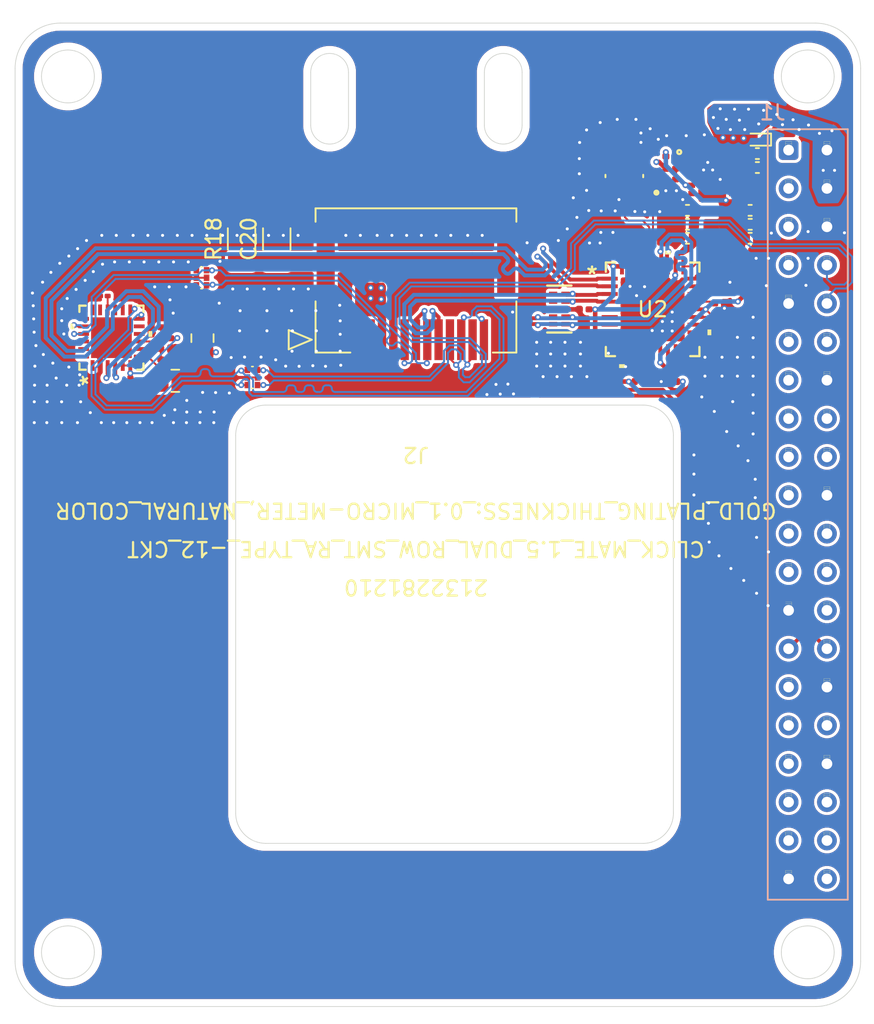
<source format=kicad_pcb>
(kicad_pcb (version 20240108) (generator "pcbnew") (generator_version "8.0")
  (layers (0 "F.Cu" signal) (1 "In1.Cu" power "+5V.Cu") (2 "In2.Cu" power "3.3V.Cu") (31 "B.Cu" signal) (34 "B.Paste" user) (35 "F.Paste" user) (36 "B.SilkS" user "B.Silkscreen") (37 "F.SilkS" user "F.Silkscreen") (38 "B.Mask" user) (39 "F.Mask" user) (44 "Edge.Cuts" user))
  (net 0 "")
  (net 1 "VDD")
  (net 2 "GND")
  (net 3 "Net-(U1-*RST)")
  (net 4 "Net-(U1-NC{slash}DCD_ECI{slash}VPP)")
  (net 5 "+5V")
  (net 6 "Net-(U3-VCC)")
  (net 9 "Net-(U1-VBUS)")
  (net 47 "Net-(U2-PLLFILT)")
  (net 48 "Net-(U2-RESET_N)")
  (net 49 "XTALOUT")
  (net 50 "XTALIN")
  (net 51 "Net-(U2-CRFILT)")
  (net 52 "+3V3")
  (net 53 "+VDDA33")
  (net 54 "UART_TX_FC")
  (net 55 "UART_TX_ELRS")
  (net 56 "UART_RX_FC")
  (net 57 "UART_RX_ELRS")
  (net 58 "UART_RX_HALOW")
  (net 59 "UART_TX_HALOW")
  (net 60 "D+")
  (net 61 "USB DN")
  (net 63 "D-")
  (net 67 "USB DP")
  (net 68 "Net-(U3-EN)")
  (net 69 "PG")
  (net 70 "Net-(U2-RBIAS)")
  (net 71 "Net-(U2-SUSP_IND{slash}LOCAL_PWR{slash}NON_REM0)")
  (net 72 "Net-(U2-VBUS_DET)")
  (net 73 "Net-(U2-HS_IND{slash}CFG_SEL1)")
  (net 74 "Net-(U2-SCL{slash}SMBCLK{slash}CFG_SEL0)")
  (net 75 "Net-(U2-SDA{slash}SMBDATA{slash}NON_REM1)")
  (net 76 "Net-(U2-OCS_N1)")
  (net 77 "Net-(U2-OCS_N2)")
  (net 92 "USB1_N")
  (net 93 "USB1_P")
  (net 94 "GND_Shield")
  (footprint "Capacitor_SMD:C_0402_1005Metric" (layer "F.Cu") (at 164.1882 85.7478)
    (property "Reference" "C25" (hide yes))
    (property "Value" "10uF")
  )
  (footprint "Capacitor_SMD:C_0201_0603Metric" (layer "F.Cu") (at 153.194 91.3798)
    (property "Reference" "C23" (hide yes))
    (property "Value" "100n")
  )
  (footprint "TPD4EUSB30DQAR:DQA10" (layer "F.Cu") (at 151.545 91.36 180)
    (property "Reference" "D4" (hide yes))
    (property "Value" "TPD4EUSB30DQAR")
  )
  (footprint "Capacitor_SMD:C_1206_3216Metric" (layer "F.Cu") (at 130.5 86.72 90)
    (property "Reference" "R18")
    (property "Value" "2M")
  )
  (footprint "BLM15BB221SN1D:IND_BLM15_0402_MUR" (layer "F.Cu") (at 162.1082 84.8228)
    (property "Reference" "L1" (hide yes))
    (property "Value" "BLM15BB221SN1D")
  )
  (footprint "Resistor_SMD:R_0201_0603Metric" (layer "F.Cu") (at 158.925 82.075)
    (property "Reference" "R4" (hide yes))
    (property "Value" "10k")
  )
  (footprint "Capacitor_SMD:C_0402_1005Metric" (layer "F.Cu") (at 160.0332 85.7478 180)
    (property "Reference" "C27" (hide yes))
    (property "Value" "10uF")
  )
  (footprint "Resistor_SMD:R_0201_0603Metric" (layer "F.Cu") (at 162.1589 92.385 180)
    (property "Reference" "R13" (hide yes))
    (property "Value" "10k")
  )
  (footprint "Capacitor_SMD:C_0402_1005Metric" (layer "F.Cu") (at 164.6632 81.0628)
    (property "Reference" "C9" (hide yes))
    (property "Value" "22uF")
  )
  (footprint "Resistor_SMD:R_0201_0603Metric" (layer "F.Cu") (at 162.1589 88.835 180)
    (property "Reference" "R14" (hide yes))
    (property "Value" "100k")
  )
  (footprint "Capacitor_SMD:C_0201_0603Metric" (layer "F.Cu") (at 155.4898 95.517 180)
    (property "Reference" "C22" (hide yes))
    (property "Value" "100n")
  )
  (footprint "PESD3V3L4UF,115:PESD3V3L5UF115" (layer "F.Cu") (at 131.22 95.89 90)
    (property "Reference" "D1" (hide yes))
    (property "Value" "PESD3V3L4UF,115" (hide yes))
  )
  (footprint "Resistor_SMD:R_0201_0603Metric" (layer "F.Cu") (at 156.5398 95.842 -90)
    (property "Reference" "R16" (hide yes))
    (property "Value" "10k")
  )
  (footprint "Resistor_SMD:R_0201_0603Metric" (layer "F.Cu") (at 155.5839 86.96 90)
    (property "Reference" "R8" (hide yes))
    (property "Value" "12k")
  )
  (footprint "Capacitor_SMD:C_0201_0603Metric" (layer "F.Cu") (at 157.85 82.65 90)
    (property "Reference" "C14" (hide yes))
    (property "Value" "18p")
  )
  (footprint "Capacitor_SMD:C_0805_2012Metric" (layer "F.Cu") (at 126.11 96.11)
    (property "Reference" "C2" (hide yes))
    (property "Value" "10u" (hide yes))
  )
  (footprint "Capacitor_SMD:C_0201_0603Metric" (layer "F.Cu") (at 126.52 94.345 90)
    (property "Reference" "C3" (hide yes))
    (property "Value" "100n")
  )
  (footprint "Capacitor_SMD:C_0805_2012Metric" (layer "F.Cu") (at 127.91 93.285 90)
    (property "Reference" "C4" (hide yes))
    (property "Value" "10u")
  )
  (footprint "Capacitor_SMD:C_0402_1005Metric" (layer "F.Cu") (at 164.1832 86.6728)
    (property "Reference" "C24" (hide yes))
    (property "Value" "10uF")
  )
  (footprint "Capacitor_SMD:C_0201_0603Metric" (layer "F.Cu") (at 157.9398 95.842 90)
    (property "Reference" "C17" (hide yes))
    (property "Value" "10nF")
  )
  (footprint "Resistor_SMD:R_0201_0603Metric" (layer "F.Cu") (at 159.3398 95.842 -90)
    (property "Reference" "R17" (hide yes))
    (property "Value" "10k")
  )
  (footprint "L327S240P11L:XTAL_TSX-3225_40.0000MF20X-K0" (layer "F.Cu") (at 155.85 82.55 180)
    (property "Reference" "Y1" (hide yes))
    (property "Value" "24MHz" (hide yes))
  )
  (footprint "Capacitor_SMD:C_0201_0603Metric" (layer "F.Cu") (at 154.299 87.7298)
    (property "Reference" "C21" (hide yes))
    (property "Value" "100n")
  )
  (footprint "Capacitor_SMD:C_0201_0603Metric" (layer "F.Cu") (at 158.6398 95.842 90)
    (property "Reference" "C19" (hide yes))
    (property "Value" "100n")
  )
  (footprint "Diode_SMD:D_SOD-923" (layer "F.Cu") (at 164.7082 80.1378 180)
    (property "Reference" "D3" (hide yes))
    (property "Value" "ESD9B5.0ST5G")
  )
  (footprint "Capacitor_SMD:C_01005_0402Metric" (layer "F.Cu") (at 121.38 90.495 180)
    (property "Reference" "C6" (hide yes))
    (property "Value" "4.7u")
  )
  (footprint "Capacitor_SMD:C_0201_0603Metric" (layer "F.Cu") (at 162.1589 91.685 180)
    (property "Reference" "C18" (hide yes))
    (property "Value" "100n")
  )
  (footprint "CP2105_F01_GM:QFN36_6X6MC_MCH" (layer "F.Cu") (at 157.7252 91.378)
    (property "Reference" "U2")
    (property "Value" "USB2512BI-AEZG")
  )
  (footprint "Resistor_SMD:R_0201_0603Metric" (layer "F.Cu") (at 155.775 80)
    (property "Reference" "R15" (hide yes))
    (property "Value" "1M")
  )
  (footprint "FS1703-3300-AS:P11F1_TDK" (layer "F.Cu") (at 161.6632 82.3378)
    (property "Reference" "U3" (hide yes))
    (property "Value" "FS1703-3300-AS")
  )
  (footprint "Capacitor_SMD:C_0201_0603Metric" (layer "F.Cu") (at 162.1589 89.585)
    (property "Reference" "C13" (hide yes))
    (property "Value" "220n")
  )
  (footprint "Capacitor_SMD:C_0201_0603Metric" (layer "F.Cu") (at 157.2398 95.842 90)
    (property "Reference" "C16" (hide yes))
    (property "Value" "100n")
  )
  (footprint "Resistor_SMD:R_0201_0603Metric" (layer "F.Cu") (at 158.925 82.775 180)
    (property "Reference" "R5" (hide yes))
    (property "Value" "20k")
  )
  (footprint "CP2105:QFN24_4X4_SIL-L" (layer "F.Cu") (at 121.88 93.2565 90)
    (property "Reference" "U1" (hide yes))
    (property "Value" "CP2105-F01-GM" (hide yes))
  )
  (footprint "Capacitor_SMD:C_0402_1005Metric" (layer "F.Cu") (at 164.1832 84.8228)
    (property "Reference" "C7" (hide yes))
    (property "Value" "22uF")
  )
  (footprint "Resistor_SMD:R_0201_0603Metric" (layer "F.Cu") (at 158.925 81.25)
    (property "Reference" "R6" (hide yes))
    (property "Value" "49.9k")
  )
  (footprint "Capacitor_SMD:C_0201_0603Metric" (layer "F.Cu") (at 165.0132 83.1628 90)
    (property "Reference" "C8" (hide yes))
    (property "Value" "100n")
  )
  (footprint "Capacitor_SMD:C_1206_3216Metric" (layer "F.Cu") (at 132.83 86.72 90)
    (property "Reference" "C20")
    (property "Value" "470pF")
  )
  (footprint "Capacitor_SMD:C_0201_0603Metric" (layer "F.Cu") (at 156.2839 86.96 -90)
    (property "Reference" "C12" (hide yes))
    (property "Value" "10nF")
  )
  (footprint "Capacitor_SMD:C_0402_1005Metric" (layer "F.Cu") (at 160.0332 84.8228 180)
    (property "Reference" "C26" (hide yes))
    (property "Value" "10uF")
  )
  (footprint "Capacitor_SMD:C_0402_1005Metric" (layer "F.Cu") (at 164.6632 81.9878)
    (property "Reference" "C10" (hide yes))
    (property "Value" "22uF")
  )
  (footprint "Resistor_SMD:R_0201_0603Metric" (layer "F.Cu") (at 125.47 94.695 180)
    (property "Reference" "R1" (hide yes))
    (property "Value" "24k" (hide yes))
  )
  (footprint "Resistor_SMD:R_0201_0603Metric" (layer "F.Cu") (at 162.1589 90.985 180)
    (property "Reference" "R12" (hide yes))
    (property "Value" "100k")
  )
  (footprint "Resistor_SMD:R_0201_0603Metric" (layer "F.Cu") (at 125.49 93.295 180)
    (property "Reference" "R3" (hide yes))
    (property "Value" "4.3k")
  )
  (footprint "Resistor_SMD:R_0201_0603Metric" (layer "F.Cu") (at 164.3132 83.1628 -90)
    (property "Reference" "R7" (hide yes))
    (property "Value" "2.7R")
  )
  (footprint "Capacitor_SMD:C_0201_0603Metric" (layer "F.Cu") (at 156.9839 86.985 -90)
    (property "Reference" "C11" (hide yes))
    (property "Value" "100n")
  )
  (footprint "2132281210:CON_2132281210_MOL" (layer "F.Cu") (at 138.3 93.39 180)
    (property "Reference" "J2")
    (property "Value" "213228-1210")
  )
  (footprint "PESD3V3L4UF,115:PESD3V3L5UF115" (layer "F.Cu") (at 127.8445 89.286501 90)
    (property "Reference" "D2" (hide yes))
    (property "Value" "PESD3V3L4UF,115" (hide yes))
  )
  (footprint "Resistor_SMD:R_0201_0603Metric" (layer "F.Cu") (at 162.1589 90.285 180)
    (property "Reference" "R11" (hide yes))
    (property "Value" "10k")
  )
  (footprint "Resistor_SMD:R_0201_0603Metric" (layer "F.Cu") (at 162.02 87.035 -90)
    (property "Reference" "R10" (hide yes))
    (property "Value" "10k")
  )
  (footprint "Capacitor_SMD:C_0201_0603Metric" (layer "F.Cu") (at 153.875 82.625 -90)
    (property "Reference" "C15" (hide yes))
    (property "Value" "18p")
  )
  (footprint "Capacitor_SMD:C_0201_0603Metric" (layer "F.Cu") (at 123.135 96.285 -90)
    (property "Reference" "C1" (hide yes))
    (property "Value" "100n" (hide yes))
  )
  (footprint "Resistor_SMD:R_0201_0603Metric" (layer "F.Cu") (at 161.32 87.035 -90)
    (property "Reference" "R9" (hide yes))
    (property "Value" "10k")
  )
  (footprint "Resistor_SMD:R_0201_0603Metric" (layer "F.Cu") (at 125.47 93.995 180)
    (property "Reference" "R2" (hide yes))
    (property "Value" "47k")
  )
  (footprint "Capacitor_SMD:C_0201_0603Metric" (layer "F.Cu") (at 125.495 92.57)
    (property "Reference" "C5" (hide yes))
    (property "Value" "100n")
  )
  (footprint "Capacitor_SMD:C_0402_1005Metric" (layer "F.Cu") (at 160.0332 86.6728 180)
    (property "Reference" "C28" (hide yes))
    (property "Value" "10uF")
  )
  (footprint "Connector_Samtec_HLE_THT:Samtec_HLE-120-02-xx-DV-TE_2x20_P2.54mm_Horizontal" (layer "B.Cu") (at 166.73 80.83 -90)
    (property "Reference" "J1")
    (property "Value" "Conn_02x10_Odd_Even" (hide yes))
  )
  (gr_line (start 169.06592 120.911785) (end 169.47232 120.911785) (stroke (width 0.0127)) (layer "F.SilkS"))
  (gr_line (start 169.06592 88.501385) (end 169.06592 88.374385) (stroke (width 0.0127)) (layer "F.SilkS"))
  (gr_line (start 166.52592 82.938785) (end 166.52592 82.811785) (stroke (width 0.0127)) (layer "F.SilkS"))
  (gr_line (start 169.06592 80.754385) (end 169.47232 80.754385) (stroke (width 0.0127)) (layer "F.SilkS"))
  (gr_line (start 169.06592 113.901385) (end 169.47232 113.901385) (stroke (width 0.0127)) (layer "F.SilkS"))
  (gr_line (start 166.93232 121.521385) (end 166.93232 121.394385) (stroke (width 0.0127)) (layer "F.SilkS"))
  (gr_line (start 166.93232 105.798785) (end 166.93232 105.671785) (stroke (width 0.0127)) (layer "F.SilkS"))
  (gr_line (start 169.06592 101.074385) (end 169.47232 101.074385) (stroke (width 0.0127)) (layer "F.SilkS"))
  (gr_line (start 166.93232 101.201385) (end 166.93232 101.074385) (stroke (width 0.0127)) (layer "F.SilkS"))
  (gr_line (start 166.52592 103.258785) (end 166.52592 103.131785) (stroke (width 0.0127)) (layer "F.SilkS"))
  (gr_line (start 169.06592 88.374385) (end 169.47232 88.374385) (stroke (width 0.0127)) (layer "F.SilkS"))
  (gr_line (start 169.06592 108.338785) (end 169.47232 108.338785) (stroke (width 0.0127)) (layer "F.SilkS"))
  (gr_line (start 169.47232 115.958785) (end 169.47232 115.831785) (stroke (width 0.0127)) (layer "F.SilkS"))
  (gr_line (start 166.52592 82.811785) (end 166.93232 82.811785) (stroke (width 0.0127)) (layer "F.SilkS"))
  (gr_line (start 169.06592 85.834385) (end 169.47232 85.834385) (stroke (width 0.0127)) (layer "F.SilkS"))
  (gr_line (start 166.52592 80.398785) (end 166.93232 80.398785) (stroke (width 0.0127)) (layer "F.SilkS"))
  (gr_line (start 166.93232 88.374385) (end 166.93232 88.018785) (stroke (width 0.0127)) (layer "F.SilkS"))
  (gr_line (start 166.93232 93.454385) (end 166.93232 93.098785) (stroke (width 0.0127)) (layer "F.SilkS"))
  (gr_line (start 169.06592 88.501385) (end 169.47232 88.501385) (stroke (width 0.0127)) (layer "F.SilkS"))
  (gr_line (start 166.52592 128.658785) (end 166.52592 128.531785) (stroke (width 0.0127)) (layer "F.SilkS"))
  (gr_line (start 166.52592 98.178785) (end 166.52592 98.051785) (stroke (width 0.0127)) (layer "F.SilkS"))
  (gr_line (start 169.47232 103.741385) (end 169.47232 103.614385) (stroke (width 0.0127)) (layer "F.SilkS"))
  (gr_line (start 166.52592 95.638785) (end 166.52592 95.511785) (stroke (width 0.0127)) (layer "F.SilkS"))
  (gr_line (start 169.06592 126.474385) (end 169.47232 126.474385) (stroke (width 0.0127)) (layer "F.SilkS"))
  (gr_line (start 166.52592 85.961385) (end 166.93232 85.961385) (stroke (width 0.0127)) (layer "F.SilkS"))
  (gr_line (start 166.93232 80.754385) (end 166.93232 80.398785) (stroke (width 0.0127)) (layer "F.SilkS"))
  (gr_line (start 166.52592 118.498785) (end 166.52592 118.371785) (stroke (width 0.0127)) (layer "F.SilkS"))
  (gr_line (start 169.06592 108.694385) (end 169.47232 108.694385) (stroke (width 0.0127)) (layer "F.SilkS"))
  (gr_line (start 166.52592 91.041385) (end 166.93232 91.041385) (stroke (width 0.0127)) (layer "F.SilkS"))
  (gr_line (start 169.06592 111.361385) (end 169.47232 111.361385) (stroke (width 0.0127)) (layer "F.SilkS"))
  (gr_line (start 169.06592 80.881385) (end 169.06592 80.754385) (stroke (width 0.0127)) (layer "F.SilkS"))
  (gr_line (start 169.06592 93.454385) (end 169.06592 93.098785) (stroke (width 0.0127)) (layer "F.SilkS"))
  (gr_line (start 169.06592 88.018785) (end 169.06592 87.891785) (stroke (width 0.0127)) (layer "F.SilkS"))
  (gr_line (start 166.93232 91.041385) (end 166.93232 90.914385) (stroke (width 0.0127)) (layer "F.SilkS"))
  (gr_line (start 166.52592 98.661385) (end 166.52592 98.534385) (stroke (width 0.0127)) (layer "F.SilkS"))
  (gr_line (start 169.47232 83.294385) (end 169.47232 82.938785) (stroke (width 0.0127)) (layer "F.SilkS"))
  (gr_line (start 169.47232 85.834385) (end 169.47232 85.478785) (stroke (width 0.0127)) (layer "F.SilkS"))
  (gr_line (start 169.06592 118.981385) (end 169.47232 118.981385) (stroke (width 0.0127)) (layer "F.SilkS"))
  (gr_line (start 169.06592 115.958785) (end 169.06592 115.831785) (stroke (width 0.0127)) (layer "F.SilkS"))
  (gr_line (start 169.06592 108.211785) (end 169.47232 108.211785) (stroke (width 0.0127)) (layer "F.SilkS"))
  (gr_line (start 166.93232 106.281385) (end 166.93232 106.154385) (stroke (width 0.0127)) (layer "F.SilkS"))
  (gr_line (start 169.47232 116.314385) (end 169.47232 115.958785) (stroke (width 0.0127)) (layer "F.SilkS"))
  (gr_line (start 166.52592 91.041385) (end 166.52592 90.914385) (stroke (width 0.0127)) (layer "F.SilkS"))
  (gr_line (start 166.52592 125.991785) (end 166.93232 125.991785) (stroke (width 0.0127)) (layer "F.SilkS"))
  (gr_line (start 169.06592 116.314385) (end 169.06592 115.958785) (stroke (width 0.0127)) (layer "F.SilkS"))
  (gr_line (start 166.52592 126.474385) (end 166.52592 126.118785) (stroke (width 0.0127)) (layer "F.SilkS"))
  (gr_line (start 169.06592 103.614385) (end 169.06592 103.258785) (stroke (width 0.0127)) (layer "F.SilkS"))
  (gr_line (start 166.93232 129.014385) (end 166.93232 128.658785) (stroke (width 0.0127)) (layer "F.SilkS"))
  (gr_line (start 166.52592 103.614385) (end 166.93232 103.614385) (stroke (width 0.0127)) (layer "F.SilkS"))
  (gr_circle (center 166.73 80.58) (end 166.73 80.57) (stroke (width 0.1)) (fill none) (layer "F.SilkS"))
  (gr_line (start 169.06592 91.041385) (end 169.06592 90.914385) (stroke (width 0.0127)) (layer "F.SilkS"))
  (gr_line (start 166.93232 118.981385) (end 166.93232 118.854385) (stroke (width 0.0127)) (layer "F.SilkS"))
  (gr_line (start 169.06592 129.014385) (end 169.47232 129.014385) (stroke (width 0.0127)) (layer "F.SilkS"))
  (gr_line (start 169.06592 105.798785) (end 169.06592 105.671785) (stroke (width 0.0127)) (layer "F.SilkS"))
  (gr_line (start 166.52592 118.854385) (end 166.93232 118.854385) (stroke (width 0.0127)) (layer "F.SilkS"))
  (gr_line (start 169.06592 80.398785) (end 169.06592 80.271785) (stroke (width 0.0127)) (layer "F.SilkS"))
  (gr_line (start 166.52592 90.431785) (end 166.93232 90.431785) (stroke (width 0.0127)) (layer "F.SilkS"))
  (gr_line (start 169.06592 116.314385) (end 169.47232 116.314385) (stroke (width 0.0127)) (layer "F.SilkS"))
  (gr_line (start 169.06592 85.961385) (end 169.47232 85.961385) (stroke (width 0.0127)) (layer "F.SilkS"))
  (gr_line (start 169.47232 121.521385) (end 169.47232 121.394385) (stroke (width 0.0127)) (layer "F.SilkS"))
  (gr_line (start 166.93232 116.314385) (end 166.93232 115.958785) (stroke (width 0.0127)) (layer "F.SilkS"))
  (gr_line (start 166.52592 96.121385) (end 166.93232 96.121385) (stroke (width 0.0127)) (layer "F.SilkS"))
  (gr_line (start 169.06592 88.018785) (end 169.47232 88.018785) (stroke (width 0.0127)) (layer "F.SilkS"))
  (gr_line (start 166.52592 83.294385) (end 166.93232 83.294385) (stroke (width 0.0127)) (layer "F.SilkS"))
  (gr_line (start 166.52592 121.038785) (end 166.52592 120.911785) (stroke (width 0.0127)) (layer "F.SilkS"))
  (gr_line (start 169.47232 83.421385) (end 169.47232 83.294385) (stroke (width 0.0127)) (layer "F.SilkS"))
  (gr_line (start 169.47232 113.774385) (end 169.47232 113.418785) (stroke (width 0.0127)) (layer "F.SilkS"))
  (gr_line (start 169.06592 118.371785) (end 169.47232 118.371785) (stroke (width 0.0127)) (layer "F.SilkS"))
  (gr_line (start 169.06592 85.961385) (end 169.06592 85.834385) (stroke (width 0.0127)) (layer "F.SilkS"))
  (gr_line (start 169.06592 82.938785) (end 169.06592 82.811785) (stroke (width 0.0127)) (layer "F.SilkS"))
  (gr_line (start 169.47232 128.658785) (end 169.47232 128.531785) (stroke (width 0.0127)) (layer "F.SilkS"))
  (gr_line (start 169.47232 118.498785) (end 169.47232 118.371785) (stroke (width 0.0127)) (layer "F.SilkS"))
  (gr_line (start 169.47232 93.098785) (end 169.47232 92.971785) (stroke (width 0.0127)) (layer "F.SilkS"))
  (gr_line (start 169.06592 103.741385) (end 169.47232 103.741385) (stroke (width 0.0127)) (layer "F.SilkS"))
  (gr_line (start 169.47232 103.614385) (end 169.47232 103.258785) (stroke (width 0.0127)) (layer "F.SilkS"))
  (gr_line (start 166.52592 126.118785) (end 166.52592 125.991785) (stroke (width 0.0127)) (layer "F.SilkS"))
  (gr_line (start 169.47232 121.394385) (end 169.47232 121.038785) (stroke (width 0.0127)) (layer "F.SilkS"))
  (gr_line (start 166.93232 90.558785) (end 166.93232 90.431785) (stroke (width 0.0127)) (layer "F.SilkS"))
  (gr_line (start 169.06592 92.971785) (end 169.47232 92.971785) (stroke (width 0.0127)) (layer "F.SilkS"))
  (gr_line (start 166.52592 93.454385) (end 166.52592 93.098785) (stroke (width 0.0127)) (layer "F.SilkS"))
  (gr_line (start 166.93232 126.474385) (end 166.93232 126.118785) (stroke (width 0.0127)) (layer "F.SilkS"))
  (gr_line (start 166.93232 96.121385) (end 166.93232 95.994385) (stroke (width 0.0127)) (layer "F.SilkS"))
  (gr_line (start 166.93232 111.234385) (end 166.93232 110.878785) (stroke (width 0.0127)) (layer "F.SilkS"))
  (gr_line (start 169.06592 80.881385) (end 169.47232 80.881385) (stroke (width 0.0127)) (layer "F.SilkS"))
  (gr_line (start 166.52592 95.994385) (end 166.52592 95.638785) (stroke (width 0.0127)) (layer "F.SilkS"))
  (gr_line (start 169.47232 126.474385) (end 169.47232 126.118785) (stroke (width 0.0127)) (layer "F.SilkS"))
  (gr_line (start 169.47232 80.398785) (end 169.47232 80.271785) (stroke (width 0.0127)) (layer "F.SilkS"))
  (gr_line (start 166.93232 121.038785) (end 166.93232 120.911785) (stroke (width 0.0127)) (layer "F.SilkS"))
  (gr_line (start 169.06592 128.658785) (end 169.47232 128.658785) (stroke (width 0.0127)) (layer "F.SilkS"))
  (gr_line (start 169.47232 113.418785) (end 169.47232 113.291785) (stroke (width 0.0127)) (layer "F.SilkS"))
  (gr_line (start 169.06592 126.118785) (end 169.47232 126.118785) (stroke (width 0.0127)) (layer "F.SilkS"))
  (gr_line (start 169.06592 103.614385) (end 169.47232 103.614385) (stroke (width 0.0127)) (layer "F.SilkS"))
  (gr_line (start 166.93232 93.098785) (end 166.93232 92.971785) (stroke (width 0.0127)) (layer "F.SilkS"))
  (gr_line (start 166.52592 93.098785) (end 166.52592 92.971785) (stroke (width 0.0127)) (layer "F.SilkS"))
  (gr_line (start 169.47232 118.854385) (end 169.47232 118.498785) (stroke (width 0.0127)) (layer "F.SilkS"))
  (gr_line (start 166.52592 111.234385) (end 166.93232 111.234385) (stroke (width 0.0127)) (layer "F.SilkS"))
  (gr_line (start 169.47232 85.478785) (end 169.47232 85.351785) (stroke (width 0.0127)) (layer "F.SilkS"))
  (gr_line (start 166.52592 118.981385) (end 166.52592 118.854385) (stroke (width 0.0127)) (layer "F.SilkS"))
  (gr_line (start 166.52592 124.061385) (end 166.93232 124.061385) (stroke (width 0.0127)) (layer "F.SilkS"))
  (gr_line (start 169.47232 88.501385) (end 169.47232 88.374385) (stroke (width 0.0127)) (layer "F.SilkS"))
  (gr_line (start 169.47232 101.201385) (end 169.47232 101.074385) (stroke (width 0.0127)) (layer "F.SilkS"))
  (gr_line (start 169.47232 106.281385) (end 169.47232 106.154385) (stroke (width 0.0127)) (layer "F.SilkS"))
  (gr_line (start 166.52592 126.601385) (end 166.93232 126.601385) (stroke (width 0.0127)) (layer "F.SilkS"))
  (gr_line (start 169.47232 90.558785) (end 169.47232 90.431785) (stroke (width 0.0127)) (layer "F.SilkS"))
  (gr_line (start 166.93232 85.834385) (end 166.93232 85.478785) (stroke (width 0.0127)) (layer "F.SilkS"))
  (gr_line (start 166.52592 90.914385) (end 166.93232 90.914385) (stroke (width 0.0127)) (layer "F.SilkS"))
  (gr_line (start 166.52592 88.018785) (end 166.93232 88.018785) (stroke (width 0.0127)) (layer "F.SilkS"))
  (gr_line (start 166.52592 85.961385) (end 166.52592 85.834385) (stroke (width 0.0127)) (layer "F.SilkS"))
  (gr_line (start 169.47232 80.881385) (end 169.47232 80.754385) (stroke (width 0.0127)) (layer "F.SilkS"))
  (gr_line (start 169.06592 83.294385) (end 169.06592 82.938785) (stroke (width 0.0127)) (layer "F.SilkS"))
  (gr_line (start 166.52592 100.718785) (end 166.93232 100.718785) (stroke (width 0.0127)) (layer "F.SilkS"))
  (gr_line (start 169.06592 90.914385) (end 169.47232 90.914385) (stroke (width 0.0127)) (layer "F.SilkS"))
  (gr_line (start 169.06592 129.141385) (end 169.47232 129.141385) (stroke (width 0.0127)) (layer "F.SilkS"))
  (gr_line (start 166.93232 115.958785) (end 166.93232 115.831785) (stroke (width 0.0127)) (layer "F.SilkS"))
  (gr_line (start 169.47232 93.581385) (end 169.47232 93.454385) (stroke (width 0.0127)) (layer "F.SilkS"))
  (gr_line (start 166.52592 80.754385) (end 166.93232 80.754385) (stroke (width 0.0127)) (layer "F.SilkS"))
  (gr_line (start 169.47232 111.361385) (end 169.47232 111.234385) (stroke (width 0.0127)) (layer "F.SilkS"))
  (gr_line (start 166.52592 105.671785) (end 166.93232 105.671785) (stroke (width 0.0127)) (layer "F.SilkS"))
  (gr_line (start 166.93232 85.961385) (end 166.93232 85.834385) (stroke (width 0.0127)) (layer "F.SilkS"))
  (gr_line (start 166.52592 82.938785) (end 166.93232 82.938785) (stroke (width 0.0127)) (layer "F.SilkS"))
  (gr_line (start 166.52592 85.478785) (end 166.52592 85.351785) (stroke (width 0.0127)) (layer "F.SilkS"))
  (gr_line (start 169.47232 82.938785) (end 169.47232 82.811785) (stroke (width 0.0127)) (layer "F.SilkS"))
  (gr_line (start 169.47232 108.821385) (end 169.47232 108.694385) (stroke (width 0.0127)) (layer "F.SilkS"))
  (gr_line (start 166.93232 108.821385) (end 166.93232 108.694385) (stroke (width 0.0127)) (layer "F.SilkS"))
  (gr_line (start 169.06592 126.474385) (end 169.06592 126.118785) (stroke (width 0.0127)) (layer "F.SilkS"))
  (gr_line (start 166.52592 103.258785) (end 166.93232 103.258785) (stroke (width 0.0127)) (layer "F.SilkS"))
  (gr_line (start 166.52592 85.478785) (end 166.93232 85.478785) (stroke (width 0.0127)) (layer "F.SilkS"))
  (gr_line (start 169.06592 82.938785) (end 169.47232 82.938785) (stroke (width 0.0127)) (layer "F.SilkS"))
  (gr_line (start 166.52592 118.854385) (end 166.52592 118.498785) (stroke (width 0.0127)) (layer "F.SilkS"))
  (gr_line (start 166.93232 118.498785) (end 166.93232 118.371785) (stroke (width 0.0127)) (layer "F.SilkS"))
  (gr_line (start 169.06592 106.154385) (end 169.06592 105.798785) (stroke (width 0.0127)) (layer "F.SilkS"))
  (gr_line (start 169.06592 115.958785) (end 169.47232 115.958785) (stroke (width 0.0127)) (layer "F.SilkS"))
  (gr_line (start 166.52592 121.394385) (end 166.52592 121.038785) (stroke (width 0.0127)) (layer "F.SilkS"))
  (gr_line (start 166.52592 92.971785) (end 166.93232 92.971785) (stroke (width 0.0127)) (layer "F.SilkS"))
  (gr_line (start 166.52592 123.451785) (end 166.93232 123.451785) (stroke (width 0.0127)) (layer "F.SilkS"))
  (gr_line (start 169.06592 93.098785) (end 169.06592 92.971785) (stroke (width 0.0127)) (layer "F.SilkS"))
  (gr_line (start 166.52592 128.531785) (end 166.93232 128.531785) (stroke (width 0.0127)) (layer "F.SilkS"))
  (gr_line (start 169.06592 93.581385) (end 169.06592 93.454385) (stroke (width 0.0127)) (layer "F.SilkS"))
  (gr_line (start 166.52592 101.201385) (end 166.52592 101.074385) (stroke (width 0.0127)) (layer "F.SilkS"))
  (gr_line (start 166.52592 85.351785) (end 166.93232 85.351785) (stroke (width 0.0127)) (layer "F.SilkS"))
  (gr_line (start 166.52592 110.751785) (end 166.93232 110.751785) (stroke (width 0.0127)) (layer "F.SilkS"))
  (gr_line (start 166.52592 93.581385) (end 166.52592 93.454385) (stroke (width 0.0127)) (layer "F.SilkS"))
  (gr_line (start 169.06592 98.534385) (end 169.06592 98.178785) (stroke (width 0.0127)) (layer "F.SilkS"))
  (gr_line (start 169.06592 128.531785) (end 169.47232 128.531785) (stroke (width 0.0127)) (layer "F.SilkS"))
  (gr_line (start 166.93232 103.614385) (end 166.93232 103.258785) (stroke (width 0.0127)) (layer "F.SilkS"))
  (gr_line (start 169.06592 95.638785) (end 169.47232 95.638785) (stroke (width 0.0127)) (layer "F.SilkS"))
  (gr_line (start 166.52592 95.511785) (end 166.93232 95.511785) (stroke (width 0.0127)) (layer "F.SilkS"))
  (gr_line (start 166.52592 118.371785) (end 166.93232 118.371785) (stroke (width 0.0127)) (layer "F.SilkS"))
  (gr_line (start 169.06592 106.154385) (end 169.47232 106.154385) (stroke (width 0.0127)) (layer "F.SilkS"))
  (gr_line (start 169.06592 100.591785) (end 169.47232 100.591785) (stroke (width 0.0127)) (layer "F.SilkS"))
  (gr_line (start 169.06592 113.901385) (end 169.06592 113.774385) (stroke (width 0.0127)) (layer "F.SilkS"))
  (gr_line (start 166.93232 85.478785) (end 166.93232 85.351785) (stroke (width 0.0127)) (layer "F.SilkS"))
  (gr_line (start 166.52592 126.601385) (end 166.52592 126.474385) (stroke (width 0.0127)) (layer "F.SilkS"))
  (gr_line (start 166.93232 126.118785) (end 166.93232 125.991785) (stroke (width 0.0127)) (layer "F.SilkS"))
  (gr_line (start 169.06592 101.201385) (end 169.06592 101.074385) (stroke (width 0.0127)) (layer "F.SilkS"))
  (gr_line (start 166.52592 90.914385) (end 166.52592 90.558785) (stroke (width 0.0127)) (layer "F.SilkS"))
  (gr_line (start 169.06592 98.661385) (end 169.47232 98.661385) (stroke (width 0.0127)) (layer "F.SilkS"))
  (gr_line (start 169.06592 103.258785) (end 169.47232 103.258785) (stroke (width 0.0127)) (layer "F.SilkS"))
  (gr_line (start 169.47232 110.878785) (end 169.47232 110.751785) (stroke (width 0.0127)) (layer "F.SilkS"))
  (gr_line (start 166.52592 96.121385) (end 166.52592 95.994385) (stroke (width 0.0127)) (layer "F.SilkS"))
  (gr_line (start 169.47232 91.041385) (end 169.47232 90.914385) (stroke (width 0.0127)) (layer "F.SilkS"))
  (gr_line (start 169.06592 98.661385) (end 169.06592 98.534385) (stroke (width 0.0127)) (layer "F.SilkS"))
  (gr_line (start 166.52592 93.581385) (end 166.93232 93.581385) (stroke (width 0.0127)) (layer "F.SilkS"))
  (gr_line (start 166.52592 118.981385) (end 166.93232 118.981385) (stroke (width 0.0127)) (layer "F.SilkS"))
  (gr_line (start 166.52592 129.014385) (end 166.93232 129.014385) (stroke (width 0.0127)) (layer "F.SilkS"))
  (gr_line (start 166.93232 95.638785) (end 166.93232 95.511785) (stroke (width 0.0127)) (layer "F.SilkS"))
  (gr_line (start 166.52592 106.281385) (end 166.93232 106.281385) (stroke (width 0.0127)) (layer "F.SilkS"))
  (gr_line (start 169.06592 90.558785) (end 169.47232 90.558785) (stroke (width 0.0127)) (layer "F.SilkS"))
  (gr_line (start 166.52592 126.118785) (end 166.93232 126.118785) (stroke (width 0.0127)) (layer "F.SilkS"))
  (gr_line (start 169.47232 123.578785) (end 169.47232 123.451785) (stroke (width 0.0127)) (layer "F.SilkS"))
  (gr_line (start 166.52592 90.558785) (end 166.52592 90.431785) (stroke (width 0.0127)) (layer "F.SilkS"))
  (gr_line (start 166.93232 90.914385) (end 166.93232 90.558785) (stroke (width 0.0127)) (layer "F.SilkS"))
  (gr_line (start 166.52592 103.614385) (end 166.52592 103.258785) (stroke (width 0.0127)) (layer "F.SilkS"))
  (gr_line (start 169.06592 98.178785) (end 169.06592 98.051785) (stroke (width 0.0127)) (layer "F.SilkS"))
  (gr_line (start 169.06592 126.118785) (end 169.06592 125.991785) (stroke (width 0.0127)) (layer "F.SilkS"))
  (gr_line (start 166.52592 101.074385) (end 166.93232 101.074385) (stroke (width 0.0127)) (layer "F.SilkS"))
  (gr_line (start 166.93232 108.338785) (end 166.93232 108.211785) (stroke (width 0.0127)) (layer "F.SilkS"))
  (gr_line (start 166.52592 108.694385) (end 166.93232 108.694385) (stroke (width 0.0127)) (layer "F.SilkS"))
  (gr_line (start 169.06592 116.441385) (end 169.06592 116.314385) (stroke (width 0.0127)) (layer "F.SilkS"))
  (gr_line (start 166.52592 120.911785) (end 166.93232 120.911785) (stroke (width 0.0127)) (layer "F.SilkS"))
  (gr_line (start 169.47232 85.961385) (end 169.47232 85.834385) (stroke (width 0.0127)) (layer "F.SilkS"))
  (gr_line (start 166.52592 124.061385) (end 166.52592 123.934385) (stroke (width 0.0127)) (layer "F.SilkS"))
  (gr_line (start 166.93232 118.854385) (end 166.93232 118.498785) (stroke (width 0.0127)) (layer "F.SilkS"))
  (gr_line (start 169.06592 121.394385) (end 169.06592 121.038785) (stroke (width 0.0127)) (layer "F.SilkS"))
  (gr_line (start 169.06592 108.338785) (end 169.06592 108.211785) (stroke (width 0.0127)) (layer "F.SilkS"))
  (gr_line (start 166.93232 111.361385) (end 166.93232 111.234385) (stroke (width 0.0127)) (layer "F.SilkS"))
  (gr_line (start 169.47232 93.454385) (end 169.47232 93.098785) (stroke (width 0.0127)) (layer "F.SilkS"))
  (gr_line (start 169.06592 91.041385) (end 169.47232 91.041385) (stroke (width 0.0127)) (layer "F.SilkS"))
  (gr_line (start 166.52592 108.821385) (end 166.93232 108.821385) (stroke (width 0.0127)) (layer "F.SilkS"))
  (gr_line (start 166.52592 88.501385) (end 166.93232 88.501385) (stroke (width 0.0127)) (layer "F.SilkS"))
  (gr_line (start 169.06592 110.878785) (end 169.06592 110.751785) (stroke (width 0.0127)) (layer "F.SilkS"))
  (gr_line (start 169.06592 118.981385) (end 169.06592 118.854385) (stroke (width 0.0127)) (layer "F.SilkS"))
  (gr_line (start 166.52592 87.891785) (end 166.93232 87.891785) (stroke (width 0.0127)) (layer "F.SilkS"))
  (gr_line (start 169.47232 126.601385) (end 169.47232 126.474385) (stroke (width 0.0127)) (layer "F.SilkS"))
  (gr_line (start 169.06592 87.891785) (end 169.47232 87.891785) (stroke (width 0.0127)) (layer "F.SilkS"))
  (gr_line (start 169.47232 124.061385) (end 169.47232 123.934385) (stroke (width 0.0127)) (layer "F.SilkS"))
  (gr_line (start 166.52592 103.741385) (end 166.93232 103.741385) (stroke (width 0.0127)) (layer "F.SilkS"))
  (gr_line (start 169.06592 90.914385) (end 169.06592 90.558785) (stroke (width 0.0127)) (layer "F.SilkS"))
  (gr_line (start 166.52592 103.131785) (end 166.93232 103.131785) (stroke (width 0.0127)) (layer "F.SilkS"))
  (gr_line (start 169.06592 80.398785) (end 169.47232 80.398785) (stroke (width 0.0127)) (layer "F.SilkS"))
  (gr_line (start 166.52592 115.831785) (end 166.93232 115.831785) (stroke (width 0.0127)) (layer "F.SilkS"))
  (gr_line (start 166.52592 121.521385) (end 166.93232 121.521385) (stroke (width 0.0127)) (layer "F.SilkS"))
  (gr_line (start 166.52592 80.398785) (end 166.52592 80.271785) (stroke (width 0.0127)) (layer "F.SilkS"))
  (gr_line (start 166.52592 103.741385) (end 166.52592 103.614385) (stroke (width 0.0127)) (layer "F.SilkS"))
  (gr_line (start 166.93232 98.534385) (end 166.93232 98.178785) (stroke (width 0.0127)) (layer "F.SilkS"))
  (gr_line (start 166.52592 128.658785) (end 166.93232 128.658785) (stroke (width 0.0127)) (layer "F.SilkS"))
  (gr_line (start 169.06592 83.294385) (end 169.47232 83.294385) (stroke (width 0.0127)) (layer "F.SilkS"))
  (gr_line (start 169.06592 103.741385) (end 169.06592 103.614385) (stroke (width 0.0127)) (layer "F.SilkS"))
  (gr_line (start 169.06592 85.834385) (end 169.06592 85.478785) (stroke (width 0.0127)) (layer "F.SilkS"))
  (gr_line (start 169.06592 113.291785) (end 169.47232 113.291785) (stroke (width 0.0127)) (layer "F.SilkS"))
  (gr_line (start 166.52592 98.661385) (end 166.93232 98.661385) (stroke (width 0.0127)) (layer "F.SilkS"))
  (gr_line (start 169.06592 125.991785) (end 169.47232 125.991785) (stroke (width 0.0127)) (layer "F.SilkS"))
  (gr_line (start 169.06592 124.061385) (end 169.06592 123.934385) (stroke (width 0.0127)) (layer "F.SilkS"))
  (gr_line (start 166.52592 123.934385) (end 166.52592 123.578785) (stroke (width 0.0127)) (layer "F.SilkS"))
  (gr_line (start 169.06592 111.234385) (end 169.47232 111.234385) (stroke (width 0.0127)) (layer "F.SilkS"))
  (gr_line (start 169.47232 90.914385) (end 169.47232 90.558785) (stroke (width 0.0127)) (layer "F.SilkS"))
  (gr_line (start 169.06592 100.718785) (end 169.47232 100.718785) (stroke (width 0.0127)) (layer "F.SilkS"))
  (gr_line (start 169.06592 88.374385) (end 169.06592 88.018785) (stroke (width 0.0127)) (layer "F.SilkS"))
  (gr_line (start 169.06592 80.754385) (end 169.06592 80.398785) (stroke (width 0.0127)) (layer "F.SilkS"))
  (gr_line (start 169.06592 108.821385) (end 169.47232 108.821385) (stroke (width 0.0127)) (layer "F.SilkS"))
  (gr_line (start 166.93232 124.061385) (end 166.93232 123.934385) (stroke (width 0.0127)) (layer "F.SilkS"))
  (gr_line (start 169.06592 93.581385) (end 169.47232 93.581385) (stroke (width 0.0127)) (layer "F.SilkS"))
  (gr_line (start 166.93232 103.258785) (end 166.93232 103.131785) (stroke (width 0.0127)) (layer "F.SilkS"))
  (gr_line (start 169.06592 93.454385) (end 169.47232 93.454385) (stroke (width 0.0127)) (layer "F.SilkS"))
  (gr_line (start 169.06592 108.694385) (end 169.06592 108.338785) (stroke (width 0.0127)) (layer "F.SilkS"))
  (gr_line (start 169.06592 123.934385) (end 169.06592 123.578785) (stroke (width 0.0127)) (layer "F.SilkS"))
  (gr_line (start 166.93232 106.154385) (end 166.93232 105.798785) (stroke (width 0.0127)) (layer "F.SilkS"))
  (gr_line (start 169.47232 121.038785) (end 169.47232 120.911785) (stroke (width 0.0127)) (layer "F.SilkS"))
  (gr_line (start 169.06592 110.878785) (end 169.47232 110.878785) (stroke (width 0.0127)) (layer "F.SilkS"))
  (gr_line (start 166.52592 88.501385) (end 166.52592 88.374385) (stroke (width 0.0127)) (layer "F.SilkS"))
  (gr_line (start 166.93232 100.718785) (end 166.93232 100.591785) (stroke (width 0.0127)) (layer "F.SilkS"))
  (gr_line (start 169.06592 118.498785) (end 169.06592 118.371785) (stroke (width 0.0127)) (layer "F.SilkS"))
  (gr_line (start 166.52592 129.141385) (end 166.52592 129.014385) (stroke (width 0.0127)) (layer "F.SilkS"))
  (gr_line (start 169.47232 95.638785) (end 169.47232 95.511785) (stroke (width 0.0127)) (layer "F.SilkS"))
  (gr_line (start 166.93232 108.694385) (end 166.93232 108.338785) (stroke (width 0.0127)) (layer "F.SilkS"))
  (gr_line (start 169.47232 96.121385) (end 169.47232 95.994385) (stroke (width 0.0127)) (layer "F.SilkS"))
  (gr_line (start 169.06592 105.671785) (end 169.47232 105.671785) (stroke (width 0.0127)) (layer "F.SilkS"))
  (gr_line (start 169.06592 118.854385) (end 169.06592 118.498785) (stroke (width 0.0127)) (layer "F.SilkS"))
  (gr_line (start 169.06592 129.014385) (end 169.06592 128.658785) (stroke (width 0.0127)) (layer "F.SilkS"))
  (gr_line (start 169.47232 123.934385) (end 169.47232 123.578785) (stroke (width 0.0127)) (layer "F.SilkS"))
  (gr_line (start 169.06592 118.498785) (end 169.47232 118.498785) (stroke (width 0.0127)) (layer "F.SilkS"))
  (gr_line (start 166.93232 123.578785) (end 166.93232 123.451785) (stroke (width 0.0127)) (layer "F.SilkS"))
  (gr_line (start 169.06592 80.271785) (end 169.47232 80.271785) (stroke (width 0.0127)) (layer "F.SilkS"))
  (gr_line (start 169.06592 98.178785) (end 169.47232 98.178785) (stroke (width 0.0127)) (layer "F.SilkS"))
  (gr_line (start 166.52592 80.754385) (end 166.52592 80.398785) (stroke (width 0.0127)) (layer "F.SilkS"))
  (gr_line (start 169.06592 85.351785) (end 169.47232 85.351785) (stroke (width 0.0127)) (layer "F.SilkS"))
  (gr_line (start 169.06592 98.051785) (end 169.47232 98.051785) (stroke (width 0.0127)) (layer "F.SilkS"))
  (gr_line (start 169.06592 121.038785) (end 169.06592 120.911785) (stroke (width 0.0127)) (layer "F.SilkS"))
  (gr_line (start 169.47232 118.981385) (end 169.47232 118.854385) (stroke (width 0.0127)) (layer "F.SilkS"))
  (gr_line (start 166.93232 116.441385) (end 166.93232 116.314385) (stroke (width 0.0127)) (layer "F.SilkS"))
  (gr_line (start 169.06592 123.451785) (end 169.47232 123.451785) (stroke (width 0.0127)) (layer "F.SilkS"))
  (gr_line (start 166.52592 100.591785) (end 166.93232 100.591785) (stroke (width 0.0127)) (layer "F.SilkS"))
  (gr_line (start 166.93232 83.294385) (end 166.93232 82.938785) (stroke (width 0.0127)) (layer "F.SilkS"))
  (gr_line (start 166.52592 80.881385) (end 166.93232 80.881385) (stroke (width 0.0127)) (layer "F.SilkS"))
  (gr_line (start 166.93232 129.141385) (end 166.93232 129.014385) (stroke (width 0.0127)) (layer "F.SilkS"))
  (gr_line (start 166.93232 103.741385) (end 166.93232 103.614385) (stroke (width 0.0127)) (layer "F.SilkS"))
  (gr_line (start 169.47232 105.798785) (end 169.47232 105.671785) (stroke (width 0.0127)) (layer "F.SilkS"))
  (gr_line (start 166.52592 100.718785) (end 166.52592 100.591785) (stroke (width 0.0127)) (layer "F.SilkS"))
  (gr_line (start 166.52592 105.798785) (end 166.52592 105.671785) (stroke (width 0.0127)) (layer "F.SilkS"))
  (gr_line (start 169.06592 90.558785) (end 169.06592 90.431785) (stroke (width 0.0127)) (layer "F.SilkS"))
  (gr_line (start 166.93232 83.421385) (end 166.93232 83.294385) (stroke (width 0.0127)) (layer "F.SilkS"))
  (gr_line (start 166.52592 83.421385) (end 166.93232 83.421385) (stroke (width 0.0127)) (layer "F.SilkS"))
  (gr_line (start 169.06592 116.441385) (end 169.47232 116.441385) (stroke (width 0.0127)) (layer "F.SilkS"))
  (gr_line (start 166.93232 95.994385) (end 166.93232 95.638785) (stroke (width 0.0127)) (layer "F.SilkS"))
  (gr_line (start 169.06592 85.478785) (end 169.47232 85.478785) (stroke (width 0.0127)) (layer "F.SilkS"))
  (gr_line (start 169.06592 96.121385) (end 169.47232 96.121385) (stroke (width 0.0127)) (layer "F.SilkS"))
  (gr_line (start 166.52592 123.578785) (end 166.93232 123.578785) (stroke (width 0.0127)) (layer "F.SilkS"))
  (gr_line (start 169.06592 123.578785) (end 169.47232 123.578785) (stroke (width 0.0127)) (layer "F.SilkS"))
  (gr_line (start 166.52592 98.178785) (end 166.93232 98.178785) (stroke (width 0.0127)) (layer "F.SilkS"))
  (gr_line (start 169.47232 129.141385) (end 169.47232 129.014385) (stroke (width 0.0127)) (layer "F.SilkS"))
  (gr_line (start 166.52592 80.881385) (end 166.52592 80.754385) (stroke (width 0.0127)) (layer "F.SilkS"))
  (gr_line (start 169.06592 83.421385) (end 169.47232 83.421385) (stroke (width 0.0127)) (layer "F.SilkS"))
  (gr_line (start 169.47232 111.234385) (end 169.47232 110.878785) (stroke (width 0.0127)) (layer "F.SilkS"))
  (gr_line (start 166.52592 105.798785) (end 166.93232 105.798785) (stroke (width 0.0127)) (layer "F.SilkS"))
  (gr_line (start 166.52592 116.314385) (end 166.93232 116.314385) (stroke (width 0.0127)) (layer "F.SilkS"))
  (gr_line (start 166.93232 88.501385) (end 166.93232 88.374385) (stroke (width 0.0127)) (layer "F.SilkS"))
  (gr_line (start 169.06592 128.658785) (end 169.06592 128.531785) (stroke (width 0.0127)) (layer "F.SilkS"))
  (gr_line (start 169.47232 100.718785) (end 169.47232 100.591785) (stroke (width 0.0127)) (layer "F.SilkS"))
  (gr_line (start 166.52592 123.934385) (end 166.93232 123.934385) (stroke (width 0.0127)) (layer "F.SilkS"))
  (gr_line (start 169.47232 98.178785) (end 169.47232 98.051785) (stroke (width 0.0127)) (layer "F.SilkS"))
  (gr_line (start 169.06592 96.121385) (end 169.06592 95.994385) (stroke (width 0.0127)) (layer "F.SilkS"))
  (gr_line (start 169.47232 103.258785) (end 169.47232 103.131785) (stroke (width 0.0127)) (layer "F.SilkS"))
  (gr_line (start 166.93232 80.398785) (end 166.93232 80.271785) (stroke (width 0.0127)) (layer "F.SilkS"))
  (gr_line (start 166.52592 90.558785) (end 166.93232 90.558785) (stroke (width 0.0127)) (layer "F.SilkS"))
  (gr_line (start 169.06592 90.431785) (end 169.47232 90.431785) (stroke (width 0.0127)) (layer "F.SilkS"))
  (gr_line (start 166.52592 108.211785) (end 166.93232 108.211785) (stroke (width 0.0127)) (layer "F.SilkS"))
  (gr_line (start 169.06592 85.478785) (end 169.06592 85.351785) (stroke (width 0.0127)) (layer "F.SilkS"))
  (gr_line (start 169.06592 126.601385) (end 169.47232 126.601385) (stroke (width 0.0127)) (layer "F.SilkS"))
  (gr_line (start 169.47232 80.754385) (end 169.47232 80.398785) (stroke (width 0.0127)) (layer "F.SilkS"))
  (gr_line (start 166.93232 121.394385) (end 166.93232 121.038785) (stroke (width 0.0127)) (layer "F.SilkS"))
  (gr_line (start 169.06592 113.774385) (end 169.47232 113.774385) (stroke (width 0.0127)) (layer "F.SilkS"))
  (gr_line (start 166.52592 111.361385) (end 166.93232 111.361385) (stroke (width 0.0127)) (layer "F.SilkS"))
  (gr_line (start 169.06592 121.521385) (end 169.47232 121.521385) (stroke (width 0.0127)) (layer "F.SilkS"))
  (gr_line (start 169.47232 95.994385) (end 169.47232 95.638785) (stroke (width 0.0127)) (layer "F.SilkS"))
  (gr_line (start 169.06592 113.418785) (end 169.47232 113.418785) (stroke (width 0.0127)) (layer "F.SilkS"))
  (gr_line (start 169.47232 98.661385) (end 169.47232 98.534385) (stroke (width 0.0127)) (layer "F.SilkS"))
  (gr_line (start 169.06592 121.521385) (end 169.06592 121.394385) (stroke (width 0.0127)) (layer "F.SilkS"))
  (gr_line (start 169.06592 101.201385) (end 169.47232 101.201385) (stroke (width 0.0127)) (layer "F.SilkS"))
  (gr_line (start 169.06592 83.421385) (end 169.06592 83.294385) (stroke (width 0.0127)) (layer "F.SilkS"))
  (gr_line (start 166.52592 88.018785) (end 166.52592 87.891785) (stroke (width 0.0127)) (layer "F.SilkS"))
  (gr_line (start 166.52592 101.201385) (end 166.93232 101.201385) (stroke (width 0.0127)) (layer "F.SilkS"))
  (gr_line (start 169.06592 95.994385) (end 169.47232 95.994385) (stroke (width 0.0127)) (layer "F.SilkS"))
  (gr_line (start 169.47232 108.338785) (end 169.47232 108.211785) (stroke (width 0.0127)) (layer "F.SilkS"))
  (gr_line (start 169.47232 116.441385) (end 169.47232 116.314385) (stroke (width 0.0127)) (layer "F.SilkS"))
  (gr_line (start 169.47232 108.694385) (end 169.47232 108.338785) (stroke (width 0.0127)) (layer "F.SilkS"))
  (gr_line (start 169.47232 113.901385) (end 169.47232 113.774385) (stroke (width 0.0127)) (layer "F.SilkS"))
  (gr_line (start 166.93232 98.178785) (end 166.93232 98.051785) (stroke (width 0.0127)) (layer "F.SilkS"))
  (gr_line (start 166.52592 129.014385) (end 166.52592 128.658785) (stroke (width 0.0127)) (layer "F.SilkS"))
  (gr_line (start 169.47232 129.014385) (end 169.47232 128.658785) (stroke (width 0.0127)) (layer "F.SilkS"))
  (gr_line (start 166.93232 101.074385) (end 166.93232 100.718785) (stroke (width 0.0127)) (layer "F.SilkS"))
  (gr_line (start 169.47232 126.118785) (end 169.47232 125.991785) (stroke (width 0.0127)) (layer "F.SilkS"))
  (gr_line (start 169.06592 82.811785) (end 169.47232 82.811785) (stroke (width 0.0127)) (layer "F.SilkS"))
  (gr_line (start 166.93232 123.934385) (end 166.93232 123.578785) (stroke (width 0.0127)) (layer "F.SilkS"))
  (gr_line (start 166.52592 101.074385) (end 166.52592 100.718785) (stroke (width 0.0127)) (layer "F.SilkS"))
  (gr_line (start 166.52592 83.294385) (end 166.52592 82.938785) (stroke (width 0.0127)) (layer "F.SilkS"))
  (gr_line (start 169.06592 100.718785) (end 169.06592 100.591785) (stroke (width 0.0127)) (layer "F.SilkS"))
  (gr_line (start 166.52592 123.578785) (end 166.52592 123.451785) (stroke (width 0.0127)) (layer "F.SilkS"))
  (gr_line (start 166.52592 115.958785) (end 166.93232 115.958785) (stroke (width 0.0127)) (layer "F.SilkS"))
  (gr_line (start 166.52592 121.521385) (end 166.52592 121.394385) (stroke (width 0.0127)) (layer "F.SilkS"))
  (gr_line (start 166.93232 88.018785) (end 166.93232 87.891785) (stroke (width 0.0127)) (layer "F.SilkS"))
  (gr_line (start 166.52592 129.141385) (end 166.93232 129.141385) (stroke (width 0.0127)) (layer "F.SilkS"))
  (gr_line (start 169.06592 108.821385) (end 169.06592 108.694385) (stroke (width 0.0127)) (layer "F.SilkS"))
  (gr_line (start 166.52592 110.878785) (end 166.93232 110.878785) (stroke (width 0.0127)) (layer "F.SilkS"))
  (gr_line (start 169.47232 106.154385) (end 169.47232 105.798785) (stroke (width 0.0127)) (layer "F.SilkS"))
  (gr_line (start 169.47232 98.534385) (end 169.47232 98.178785) (stroke (width 0.0127)) (layer "F.SilkS"))
  (gr_line (start 166.52592 95.638785) (end 166.93232 95.638785) (stroke (width 0.0127)) (layer "F.SilkS"))
  (gr_line (start 169.06592 121.038785) (end 169.47232 121.038785) (stroke (width 0.0127)) (layer "F.SilkS"))
  (gr_line (start 169.06592 123.578785) (end 169.06592 123.451785) (stroke (width 0.0127)) (layer "F.SilkS"))
  (gr_line (start 169.06592 110.751785) (end 169.47232 110.751785) (stroke (width 0.0127)) (layer "F.SilkS"))
  (gr_line (start 169.06592 98.534385) (end 169.47232 98.534385) (stroke (width 0.0127)) (layer "F.SilkS"))
  (gr_line (start 169.06592 118.854385) (end 169.47232 118.854385) (stroke (width 0.0127)) (layer "F.SilkS"))
  (gr_line (start 169.06592 123.934385) (end 169.47232 123.934385) (stroke (width 0.0127)) (layer "F.SilkS"))
  (gr_line (start 169.06592 93.098785) (end 169.47232 93.098785) (stroke (width 0.0127)) (layer "F.SilkS"))
  (gr_line (start 169.06592 106.281385) (end 169.06592 106.154385) (stroke (width 0.0127)) (layer "F.SilkS"))
  (gr_line (start 166.52592 121.394385) (end 166.93232 121.394385) (stroke (width 0.0127)) (layer "F.SilkS"))
  (gr_line (start 166.52592 118.498785) (end 166.93232 118.498785) (stroke (width 0.0127)) (layer "F.SilkS"))
  (gr_line (start 166.52592 98.534385) (end 166.52592 98.178785) (stroke (width 0.0127)) (layer "F.SilkS"))
  (gr_line (start 166.52592 85.834385) (end 166.52592 85.478785) (stroke (width 0.0127)) (layer "F.SilkS"))
  (gr_line (start 169.06592 124.061385) (end 169.47232 124.061385) (stroke (width 0.0127)) (layer "F.SilkS"))
  (gr_line (start 166.93232 93.581385) (end 166.93232 93.454385) (stroke (width 0.0127)) (layer "F.SilkS"))
  (gr_line (start 169.06592 106.281385) (end 169.47232 106.281385) (stroke (width 0.0127)) (layer "F.SilkS"))
  (gr_line (start 169.47232 88.018785) (end 169.47232 87.891785) (stroke (width 0.0127)) (layer "F.SilkS"))
  (gr_line (start 169.06592 95.638785) (end 169.06592 95.511785) (stroke (width 0.0127)) (layer "F.SilkS"))
  (gr_line (start 166.52592 126.474385) (end 166.93232 126.474385) (stroke (width 0.0127)) (layer "F.SilkS"))
  (gr_line (start 166.52592 88.374385) (end 166.52592 88.018785) (stroke (width 0.0127)) (layer "F.SilkS"))
  (gr_line (start 166.52592 116.441385) (end 166.93232 116.441385) (stroke (width 0.0127)) (layer "F.SilkS"))
  (gr_line (start 169.06592 111.361385) (end 169.06592 111.234385) (stroke (width 0.0127)) (layer "F.SilkS"))
  (gr_line (start 166.52592 121.038785) (end 166.93232 121.038785) (stroke (width 0.0127)) (layer "F.SilkS"))
  (gr_line (start 169.06592 126.601385) (end 169.06592 126.474385) (stroke (width 0.0127)) (layer "F.SilkS"))
  (gr_line (start 166.52592 106.154385) (end 166.93232 106.154385) (stroke (width 0.0127)) (layer "F.SilkS"))
  (gr_line (start 166.93232 128.658785) (end 166.93232 128.531785) (stroke (width 0.0127)) (layer "F.SilkS"))
  (gr_line (start 169.47232 101.074385) (end 169.47232 100.718785) (stroke (width 0.0127)) (layer "F.SilkS"))
  (gr_line (start 169.06592 111.234385) (end 169.06592 110.878785) (stroke (width 0.0127)) (layer "F.SilkS"))
  (gr_line (start 166.93232 82.938785) (end 166.93232 82.811785) (stroke (width 0.0127)) (layer "F.SilkS"))
  (gr_line (start 169.06592 129.141385) (end 169.06592 129.014385) (stroke (width 0.0127)) (layer "F.SilkS"))
  (gr_line (start 169.47232 88.374385) (end 169.47232 88.018785) (stroke (width 0.0127)) (layer "F.SilkS"))
  (gr_line (start 166.93232 126.601385) (end 166.93232 126.474385) (stroke (width 0.0127)) (layer "F.SilkS"))
  (gr_line (start 169.06592 103.131785) (end 169.47232 103.131785) (stroke (width 0.0127)) (layer "F.SilkS"))
  (gr_line (start 166.93232 80.881385) (end 166.93232 80.754385) (stroke (width 0.0127)) (layer "F.SilkS"))
  (gr_line (start 166.52592 88.374385) (end 166.93232 88.374385) (stroke (width 0.0127)) (layer "F.SilkS"))
  (gr_line (start 166.52592 95.994385) (end 166.93232 95.994385) (stroke (width 0.0127)) (layer "F.SilkS"))
  (gr_line (start 169.06592 115.831785) (end 169.47232 115.831785) (stroke (width 0.0127)) (layer "F.SilkS"))
  (gr_line (start 169.06592 113.418785) (end 169.06592 113.291785) (stroke (width 0.0127)) (layer "F.SilkS"))
  (gr_line (start 166.52592 93.454385) (end 166.93232 93.454385) (stroke (width 0.0127)) (layer "F.SilkS"))
  (gr_line (start 169.06592 105.798785) (end 169.47232 105.798785) (stroke (width 0.0127)) (layer "F.SilkS"))
  (gr_line (start 166.52592 108.338785) (end 166.93232 108.338785) (stroke (width 0.0127)) (layer "F.SilkS"))
  (gr_line (start 169.06592 95.511785) (end 169.47232 95.511785) (stroke (width 0.0127)) (layer "F.SilkS"))
  (gr_line (start 169.06592 103.258785) (end 169.06592 103.131785) (stroke (width 0.0127)) (layer "F.SilkS"))
  (gr_line (start 169.06592 113.774385) (end 169.06592 113.418785) (stroke (width 0.0127)) (layer "F.SilkS"))
  (gr_line (start 166.52592 98.051785) (end 166.93232 98.051785) (stroke (width 0.0127)) (layer "F.SilkS"))
  (gr_line (start 166.52592 85.834385) (end 166.93232 85.834385) (stroke (width 0.0127)) (layer "F.SilkS"))
  (gr_line (start 166.52592 98.534385) (end 166.93232 98.534385) (stroke (width 0.0127)) (layer "F.SilkS"))
  (gr_line (start 166.52592 80.271785) (end 166.93232 80.271785) (stroke (width 0.0127)) (layer "F.SilkS"))
  (gr_line (start 169.06592 95.994385) (end 169.06592 95.638785) (stroke (width 0.0127)) (layer "F.SilkS"))
  (gr_line (start 166.52592 83.421385) (end 166.52592 83.294385) (stroke (width 0.0127)) (layer "F.SilkS"))
  (gr_line (start 166.93232 98.661385) (end 166.93232 98.534385) (stroke (width 0.0127)) (layer "F.SilkS"))
  (gr_line (start 166.52592 93.098785) (end 166.93232 93.098785) (stroke (width 0.0127)) (layer "F.SilkS"))
  (gr_line (start 169.06592 121.394385) (end 169.47232 121.394385) (stroke (width 0.0127)) (layer "F.SilkS"))
  (gr_line (start 166.93232 110.878785) (end 166.93232 110.751785) (stroke (width 0.0127)) (layer "F.SilkS"))
  (gr_line (start 169.06592 101.074385) (end 169.06592 100.718785) (stroke (width 0.0127)) (layer "F.SilkS"))
  (gr_arc (start 149.08086 79.184145) (mid 147.83086 80.434145) (end 146.58086 79.184145) (stroke (width 0.05)) (layer "Edge.Cuts"))
  (gr_arc (start 168.501809 72.424687) (mid 170.623128 73.303369) (end 171.501809 75.424687) (stroke (width 0.05)) (layer "Edge.Cuts"))
  (gr_line (start 118.5 72.424687) (end 168.501809 72.424687) (stroke (width 0.05)) (layer "Edge.Cuts"))
  (gr_line (start 130.11 124.74) (end 130.11 99.72) (stroke (width 0.05)) (layer "Edge.Cuts"))
  (gr_line (start 132.11 97.72) (end 157.1 97.72) (stroke (width 0.05)) (layer "Edge.Cuts"))
  (gr_arc (start 118.99912 74.206585) (mid 120.236555 74.719148) (end 120.74912 75.956585) (stroke (width 0.05)) (layer "Edge.Cuts"))
  (gr_line (start 171.501809 75.424687) (end 171.501809 134.546718) (stroke (width 0.05)) (layer "Edge.Cuts"))
  (gr_arc (start 137.58086 79.184145) (mid 136.33086 80.434145) (end 135.08086 79.184145) (stroke (width 0.05)) (layer "Edge.Cuts"))
  (gr_arc (start 118.99912 132.206585) (mid 120.236555 132.719148) (end 120.74912 133.956585) (stroke (width 0.05)) (layer "Edge.Cuts"))
  (gr_arc (start 166.24912 75.956585) (mid 166.76169 74.719165) (end 167.99912 74.206585) (stroke (width 0.05)) (layer "Edge.Cuts"))
  (gr_arc (start 115.5 75.424687) (mid 116.37868 73.303367) (end 118.5 72.424687) (stroke (width 0.05)) (layer "Edge.Cuts"))
  (gr_arc (start 118.5 137.546718) (mid 116.37868 136.668038) (end 115.5 134.546718) (stroke (width 0.05)) (layer "Edge.Cuts"))
  (gr_line (start 135.08086 75.684145) (end 135.08086 79.184145) (stroke (width 0.05)) (layer "Edge.Cuts"))
  (gr_arc (start 167.99912 77.706585) (mid 166.761676 77.194028) (end 166.24912 75.956585) (stroke (width 0.05)) (layer "Edge.Cuts"))
  (gr_arc (start 118.99912 77.706585) (mid 117.761685 77.194022) (end 117.24912 75.956585) (stroke (width 0.05)) (layer "Edge.Cuts"))
  (gr_arc (start 166.24912 133.956585) (mid 166.76169 132.719165) (end 167.99912 132.206585) (stroke (width 0.05)) (layer "Edge.Cuts"))
  (gr_arc (start 157.1 97.72) (mid 158.514214 98.305786) (end 159.1 99.72) (stroke (width 0.05)) (layer "Edge.Cuts"))
  (gr_arc (start 130.11 99.72) (mid 130.695786 98.305786) (end 132.11 97.72) (stroke (width 0.05)) (layer "Edge.Cuts"))
  (gr_arc (start 159.1 124.74) (mid 158.514214 126.154214) (end 157.1 126.74) (stroke (width 0.05)) (layer "Edge.Cuts"))
  (gr_arc (start 169.74912 75.956585) (mid 169.236563 77.194039) (end 167.99912 77.706585) (stroke (width 0.05)) (layer "Edge.Cuts"))
  (gr_arc (start 169.74912 133.956585) (mid 169.236563 135.194039) (end 167.99912 135.706585) (stroke (width 0.05)) (layer "Edge.Cuts"))
  (gr_line (start 149.08086 79.184145) (end 149.08086 75.684145) (stroke (width 0.05)) (layer "Edge.Cuts"))
  (gr_arc (start 118.99912 135.706585) (mid 117.761685 135.194022) (end 117.24912 133.956585) (stroke (width 0.05)) (layer "Edge.Cuts"))
  (gr_arc (start 167.99912 74.206585) (mid 169.236549 74.719154) (end 169.74912 75.956585) (stroke (width 0.05)) (layer "Edge.Cuts"))
  (gr_arc (start 120.74912 75.956585) (mid 120.236557 77.194022) (end 118.99912 77.706585) (stroke (width 0.05)) (layer "Edge.Cuts"))
  (gr_arc (start 167.99912 135.706585) (mid 166.761676 135.194028) (end 166.24912 133.956585) (stroke (width 0.05)) (layer "Edge.Cuts"))
  (gr_arc (start 117.24912 133.956585) (mid 117.761683 132.719148) (end 118.99912 132.206585) (stroke (width 0.05)) (layer "Edge.Cuts"))
  (gr_line (start 168.501809 137.546718) (end 118.5 137.546718) (stroke (width 0.05)) (layer "Edge.Cuts"))
  (gr_line (start 159.1 99.72) (end 159.1 124.74) (stroke (width 0.05)) (layer "Edge.Cuts"))
  (gr_arc (start 171.501809 134.546718) (mid 170.623129 136.668038) (end 168.501809 137.546718) (stroke (width 0.05)) (layer "Edge.Cuts"))
  (gr_line (start 137.58086 79.184145) (end 137.58086 75.684145) (stroke (width 0.05)) (layer "Edge.Cuts"))
  (gr_arc (start 146.58086 75.684145) (mid 147.83086 74.434145) (end 149.08086 75.684145) (stroke (width 0.05)) (layer "Edge.Cuts"))
  (gr_arc (start 167.99912 132.206585) (mid 169.236549 132.719154) (end 169.74912 133.956585) (stroke (width 0.05)) (layer "Edge.Cuts"))
  (gr_line (start 146.58086 75.684145) (end 146.58086 79.184145) (stroke (width 0.05)) (layer "Edge.Cuts"))
  (gr_line (start 115.5 134.546718) (end 115.5 75.424687) (stroke (width 0.05)) (layer "Edge.Cuts"))
  (gr_arc (start 132.11 126.74) (mid 130.695786 126.154214) (end 130.11 124.74) (stroke (width 0.05)) (layer "Edge.Cuts"))
  (gr_arc (start 117.24912 75.956585) (mid 117.761683 74.719148) (end 118.99912 74.206585) (stroke (width 0.05)) (layer "Edge.Cuts"))
  (gr_arc (start 135.08086 75.684145) (mid 136.33086 74.434145) (end 137.58086 75.684145) (stroke (width 0.05)) (layer "Edge.Cuts"))
  (gr_line (start 157.1 126.74) (end 132.11 126.74) (stroke (width 0.05)) (layer "Edge.Cuts"))
  (gr_arc (start 120.74912 133.956585) (mid 120.236557 135.194022) (end 118.99912 135.706585) (stroke (width 0.05)) (layer "Edge.Cuts"))
  (gr_text "V1.2\n" (at 141.31 133.12 0) (layer "F.Cu") (effects (font (size 2.5 2) (thickness 0.2)) (justify left bottom)))
  (segment (start 126.225 93.295) (end 126.24 93.28) (width 0.127) (layer "F.Cu") (net 1))
  (segment (start 123.13 95.098) (end 123.13 95.61) (width 0.127) (layer "F.Cu") (net 1))
  (segment (start 123.13 95.61) (end 123.13 95.96) (width 0.127) (layer "F.Cu") (net 1))
  (segment (start 125.81 93.295) (end 126.225 93.295) (width 0.127) (layer "F.Cu") (net 1))
  (segment (start 125.015 95.965) (end 125.16 96.11) (width 0.127) (layer "F.Cu") (net 1))
  (segment (start 123.135 95.965) (end 125.015 95.965) (width 0.127) (layer "F.Cu") (net 1))
  (segment (start 122.630001 95.098) (end 123.13 95.098) (width 0.127) (layer "F.Cu") (net 1))
  (segment (start 123.13 95.96) (end 123.135 95.965) (width 0.127) (layer "F.Cu") (net 1))
  (via (at 123.13 95.61) (size 0.4) (drill 0.2) (layers "F.Cu" "B.Cu") (net 1))
  (via (at 126.24 93.28) (size 0.4) (drill 0.2) (layers "F.Cu" "B.Cu") (net 1))
  (segment (start 123.91 95.61) (end 123.13 95.61) (width 0.127) (layer "B.Cu") (net 1))
  (segment (start 126.24 93.28) (end 123.91 95.61) (width 0.127) (layer "B.Cu") (net 1))
  (segment (start 131.557 95.89) (end 130.883 95.89) (width 0.127) (layer "F.Cu") (net 2))
  (segment (start 155.8098 95.2952) (end 155.9325 95.1725) (width 0.2) (layer "F.Cu") (net 2))
  (segment (start 150.6898 91.36) (end 151.954999 91.36) (width 0.3) (layer "F.Cu") (net 2))
  (segment (start 162.5878 83.1628) (end 163.0132 83.1628) (width 0.2) (layer "F.Cu") (net 2))
  (segment (start 155.5839 86.64) (end 156.9589 86.64) (width 0.3) (layer "F.Cu") (net 2))
  (segment (start 162.4789 90.985) (end 162.4789 91.31) (width 0.127) (layer "F.Cu") (net 2))
  (segment (start 150.67 91.3798) (end 150.6898 91.36) (width 0.3) (layer "F.Cu") (net 2))
  (segment (start 154.225 83.65) (end 155.05 83.65) (width 0.2) (layer "F.Cu") (net 2))
  (segment (start 157.85 82.33) (end 157.63 82.33) (width 0.2) (layer "F.Cu") (net 2))
  (segment (start 153.875 82.945) (end 153.875 83.3) (width 0.2) (layer "F.Cu") (net 2))
  (segment (start 162.4789 91.31) (end 162.4789 92.385) (width 0.127) (layer "F.Cu") (net 2))
  (segment (start 163.0132 83.712801) (end 163.0132 83.1628) (width 0.2) (layer "F.Cu") (net 2))
  (segment (start 156.2012 94.9038) (end 155.9325 95.1725) (width 0.2) (layer "F.Cu") (net 2))
  (segment (start 162.4789 89.585) (end 162.845 89.585) (width 0.2) (layer "F.Cu") (net 2))
  (segment (start 127.5075 89.286501) (end 128.1815 89.286501) (width 0.127) (layer "F.Cu") (net 2))
  (segment (start 156.2012 94.2228) (end 156.2012 94.9038) (width 0.2) (layer "F.Cu") (net 2))
  (segment (start 127.183499 89.286501) (end 126.82 89.65) (width 0.127) (layer "F.Cu") (net 2))
  (segment (start 150.6898 91.36) (end 151.135001 91.36) (width 0.3) (layer "F.Cu") (net 2))
  (segment (start 157.2398 96.162) (end 158.295 96.162) (width 0.3) (layer "F.Cu") (net 2))
  (segment (start 157.63 82.33) (end 156.75 81.45) (width 0.2) (layer "F.Cu") (net 2))
  (segment (start 153.875 83.3) (end 154.225 83.65) (width 0.2) (layer "F.Cu") (net 2))
  (segment (start 153.979 87.251) (end 154.245 86.985) (width 0.127) (layer "F.Cu") (net 2))
  (segment (start 155.8098 95.517) (end 155.8098 95.2952) (width 0.2) (layer "F.Cu") (net 2))
  (segment (start 127.5075 89.286501) (end 127.183499 89.286501) (width 0.127) (layer "F.Cu") (net 2))
  (segment (start 158.16 82.33) (end 158.605 82.775) (width 0.2) (layer "F.Cu") (net 2))
  (segment (start 158.6398 96.162) (end 158.295 96.162) (width 0.127) (layer "F.Cu") (net 2))
  (segment (start 153.979 87.7298) (end 153.979 87.251) (width 0.127) (layer "F.Cu") (net 2))
  (segment (start 152.874 91.3798) (end 150.67 91.3798) (width 0.3) (layer "F.Cu") (net 2))
  (segment (start 126.82 89.65) (end 126.82 89.89) (width 0.127) (layer "F.Cu") (net 2))
  (segment (start 162.2 82.775) (end 162.5878 83.1628) (width 0.2) (layer "F.Cu") (net 2))
  (segment (start 130.883 95.89) (end 127.28 95.89) (width 0.2) (layer "F.Cu") (net 2))
  (segment (start 157.85 82.33) (end 158.16 82.33) (width 0.2) (layer "F.Cu") (net 2))
  (segment (start 159.5532 86.6728) (end 159.5532 84.8228) (width 0.3) (layer "F.Cu") (net 2))
  (segment (start 156.9589 86.64) (end 156.9839 86.665) (width 0.3) (layer "F.Cu") (net 2))
  (segment (start 156.75 81.45) (end 156.65 81.45) (width 0.2) (layer "F.Cu") (net 2))
  (segment (start 127.28 95.89) (end 127.06 96.11) (width 0.2) (layer "F.Cu") (net 2))
  (via (at 158.6 83.525) (size 0.4) (drill 0.2) (layers "F.Cu" "B.Cu") (net 2))
  (via (at 131.312 86.48) (size 0.4) (drill 0.2) (layers "F.Cu" "B.Cu") (net 2))
  (via (at 150.045 93.56) (size 0.4) (drill 0.2) (layers "F.Cu" "B.Cu") (net 2))
  (via (at 133.942 90.03) (size 0.4) (drill 0.2) (layers "F.Cu" "B.Cu") (net 2))
  (via (at 165.4 88) (size 0.4) (drill 0.2) (layers "F.Cu" "B.Cu") (net 2))
  (via (at 157.2 84.92) (size 0.4) (drill 0.2) (layers "F.Cu" "B.Cu") (net 2))
  (via (at 116.79 96.4) (size 0.4) (drill 0.2) (layers "F.Cu" "B.Cu") (net 2))
  (via (at 120.68 88.88) (size 0.4) (drill 0.2) (layers "F.Cu" "B.Cu") (net 2))
  (via (at 116.65 90.3) (size 0.4) (drill 0.2) (layers "F.Cu" "B.Cu") (net 2))
  (via (at 128.78 96.89) (size 0.4) (drill 0.2) (layers "F.Cu" "B.Cu") (net 2))
  (via (at 155.245 84.86) (size 0.4) (drill 0.2) (layers "F.Cu" "B.Cu") (net 2))
  (via (at 142.408 86.48) (size 0.4) (drill 0.2) (layers "F.Cu" "B.Cu") (net 2))
  (via (at 129.69 96.92) (size 0.4) (drill 0.2) (layers "F.Cu" "B.Cu") (net 2))
  (via (at 137.03 93.03) (size 0.4) (drill 0.2) (layers "F.Cu" "B.Cu") (net 2))
  (via (at 153.37 95.835) (size 0.4) (drill 0.2) (layers "F.Cu" "B.Cu") (net 2))
  (via (at 153.35 79.5) (size 0.4) (drill 0.2) (layers "F.Cu" "B.Cu") (net 2))
  (via (at 118.59 91.34) (size 0.4) (drill 0.2) (layers "F.Cu" "B.Cu") (net 2))
  (via (at 132.18 92.8) (size 0.4) (drill 0.2) (layers "F.Cu" "B.Cu") (net 2))
  (via (at 156.55 84.9) (size 0.4) (drill 0.2) (layers "F.Cu" "B.Cu") (net 2))
  (via (at 161.15 79.82) (size 0.4) (drill 0.2) (layers "F.Cu" "B.Cu") (net 2))
  (via (at 158.37 92.185) (size 0.4) (drill 0.2) (layers "F.Cu" "B.Cu") (net 2))
  (via (at 167.88 89.79) (size 0.4) (drill 0.2) (layers "F.Cu" "B.Cu") (net 2))
  (via (at 127.92 96.88) (size 0.4) (drill 0.2) (layers "F.Cu" "B.Cu") (net 2))
  (via (at 150.97 95.135) (size 0.4) (drill 0.2) (layers "F.Cu" "B.Cu") (net 2))
  (via (at 119.54 90.06) (size 0.4) (drill 0.2) (layers "F.Cu" "B.Cu") (net 2))
  (via (at 153.495 84.835) (size 0.4) (drill 0.2) (layers "F.Cu" "B.Cu") (net 2))
  (via (at 143.384 86.48) (size 0.4) (drill 0.2) (layers "F.Cu" "B.Cu") (net 2))
  (via (at 117.62 96.4) (size 0.4) (drill 0.2) (layers "F.Cu" "B.Cu") (net 2))
  (via (at 123.316 86.48) (size 0.4) (drill 0.2) (layers "F.Cu" "B.Cu") (net 2))
  (via (at 124.57 98.88) (size 0.4) (drill 0.2) (layers "F.Cu" "B.Cu") (net 2))
  (via (at 126.08 98.03) (size 0.4) (drill 0.2) (layers "F.Cu" "B.Cu") (net 2))
  (via (at 147.63 96.99) (size 0.4) (drill 0.2) (layers "F.Cu" "B.Cu") (net 2))
  (via (at 123.066 88.24) (size 0.4) (drill 0.2) (layers "F.Cu" "B.Cu") (net 2))
  (via (at 158.37 92.81) (size 0.4) (drill 0.2) (layers "F.Cu" "B.Cu") (net 2))
  (via (at 125.97 91.63) (size 0.4) (drill 0.2) (layers "F.Cu" "B.Cu") (net 2))
  (via (at 159.02 92.81) (size 0.4) (drill 0.2) (layers "F.Cu" "B.Cu") (net 2))
  (via (at 164.61 110.18) (size 0.4) (drill 0.2) (layers "F.Cu" "B.Cu") (net 2))
  (via (at 134.24 86.48) (size 0.4) (drill 0.2) (layers "F.Cu" "B.Cu") (net 2))
  (via (at 152.87 81.4) (size 0.4) (drill 0.2) (layers "F.Cu" "B.Cu") (net 2))
  (via (at 158.65 79.88) (size 0.4) (drill 0.2) (layers "F.Cu" "B.Cu") (net 2))
  (via (at 149.41 86.97) (size 0.4) (drill 0.2) (layers "F.Cu" "B.Cu") (net 2))
  (via (at 152.07 86.05) (size 0.4) (drill 0.2) (layers "F.Cu" "B.Cu") (net 2))
  (via (at 155.095 86.285) (size 0.4) (drill 0.2) (layers "F.Cu" "B.Cu") (net 2))
  (via (at 116.7 91.14) (size 0.4) (drill 0.2) (layers "F.Cu" "B.Cu") (net 2))
  (via (at 137.03 92.14) (size 0.4) (drill 0.2) (layers "F.Cu" "B.Cu") (net 2))
  (via (at 164.38 98.25) (size 0.4) (drill 0.2) (layers "F.Cu" "B.Cu") (net 2))
  (via (at 165.59 86.33) (size 0.4) (drill 0.2) (layers "F.Cu" "B.Cu") (net 2))
  (via (at 119.64 87.36) (size 0.4) (drill 0.2) (layers "F.Cu" "B.Cu") (net 2))
  (via (at 118.92 96.4) (size 0.4) (drill 0.2) (layers "F.Cu" "B.Cu") (net 2))
  (via (at 133.264 86.48) (size 0.4) (drill 0.2) (layers "F.Cu" "B.Cu") (net 2))
  (via (at 126.87 98.18) (size 0.4) (drill 0.2) (layers "F.Cu" "B.Cu") (net 2))
  (via (at 135.45 92.8) (size 0.4) (drill 0.2) (layers "F.Cu" "B.Cu") (net 2))
  (via (at 117.6 98.88) (size 0.4) (drill 0.2) (layers "F.Cu" "B.Cu") (net 2))
  (via (at 126.97 88.24) (size 0.4) (drill 0.2) (layers "F.Cu" "B.Cu") (net 2))
  (via (at 128.68 98.18) (size 0.4) (drill 0.2) (layers "F.Cu" "B.Cu") (net 2))
  (via (at 132.76 94.72) (size 0.4) (drill 0.2) (layers "F.Cu" "B.Cu") (net 2))
  (via (at 159.3 83.525) (size 0.4) (drill 0.2) (layers "F.Cu" "B.Cu") (net 2))
  (via (at 164.38 97.04) (size 0.4) (drill 0.2) (layers "F.Cu" "B.Cu") (net 2))
  (via (at 164.38 95.8) (size 0.4) (drill 0.2) (layers "F.Cu" "B.Cu") (net 2))
  (via (at 150.97 94.335) (size 0.4) (drill 0.2) (layers "F.Cu" "B.Cu") (net 2))
  (via (at 146.436 86.48) (size 0.4) (drill 0.2) (layers "F.Cu" "B.Cu") (net 2))
  (via (at 119.06 95.2) (size 0.4) (drill 0.2) (layers "F.Cu" "B.Cu") (net 2))
  (via (at 122.03 98.88) (size 0.4) (drill 0.2) (layers "F.Cu" "B.Cu") (net 2))
  (via (at 129.916 90.03) (size 0.4) (drill 0.2) (layers "F.Cu" "B.Cu") (net 2))
  (via (at 116.73 92.01) (size 0.4) (drill 0.2) (layers "F.Cu" "B.Cu") (net 2))
  (via (at 122.09 88.24) (size 0.4) (drill 0.2) (layers "F.Cu" "B.Cu") (net 2))
  (via (at 117.87 88.93) (size 0.4) (drill 0.2) (layers "F.Cu" "B.Cu") (net 2))
  (via (at 129.81 94.57) (size 0.4) (drill 0.2) (layers "F.Cu" "B.Cu") (net 2))
  (via (at 164.52 105.23) (size 0.4) (drill 0.2) (layers "F.Cu" "B.Cu") (net 2))
  (via (at 161.42 105.55) (size 0.4) (drill 0.2) (layers "F.Cu" "B.Cu") (net 2))
  (via (at 159.95 79.88) (size 0.4) (drill 0.2) (layers "F.Cu" "B.Cu") (net 2))
  (via (at 118.46 88.33) (size 0.4) (drill 0.2) (layers "F.Cu" "B.Cu") (net 2))
  (via (at 163.34 95.8) (size 0.4) (drill 0.2) (layers "F.Cu" "B.Cu") (net 2))
  (via (at 165.26 89.81) (size 0.4) (drill 0.2) (layers "F.Cu" "B.Cu") (net 2))
  (via (at 119.78 95.71) (size 0.4) (drill 0.2) (layers "F.Cu" "B.Cu") (net 2))
  (via (at 159.72 84.11) (size 0.4) (drill 0.2) (layers "F.Cu" "B.Cu") (net 2))
  (via (at 151.92 93.56) (size 0.4) (drill 0.2) (layers "F.Cu" "B.Cu") (net 2))
  (via (at 129.07 88.2) (size 0.4) (drill 0.2) (layers "F.Cu" "B.Cu") (net 2))
  (via (at 125.38 98.4) (size 0.4) (drill 0.2) (layers "F.Cu" "B.Cu") (net 2))
  (via (at 122.202 86.48) (size 0.4) (drill 0.2) (layers "F.Cu" "B.Cu") (net 2))
  (via (at 130.37 92.8) (size 0.4) (drill 0.2) (layers "F.Cu" "B.Cu") (net 2))
  (via (at 118.22 95.93) (size 0.4) (drill 0.2) (layers "F.Cu" "B.Cu") (net 2))
  (via (at 163.34 93.23) (size 0.4) (drill 0.2) (layers "F.Cu" "B.Cu") (net 2))
  (via (at 118.59 92.13) (size 0.4) (drill 0.2) (layers "F.Cu" "B.Cu") (net 2))
  (via (at 161.375 81.65) (size 0.4) (drill 0.2) (layers "F.Cu" "B.Cu") (net 2))
  (via (at 120.48 98.22) (size 0.4) (drill 0.2) (layers "F.Cu" "B.Cu") (net 2))
  (via (at 160.46 103.67) (size 0.4) (drill 0.2) (layers "F.Cu" "B.Cu") (net 2))
  (via (at 148.14 96.33) (size 0.4) (drill 0.2) (layers "F.Cu" "B.Cu") (net 2))
  (via (at 168.02 86.23) (size 0.4) (drill 0.2) (layers "F.Cu" "B.Cu") (net 2))
  (via (at 116.76 92.89) (size 0.4) (drill 0.2) (layers "F.Cu" "B.Cu") (net 2))
  (via (at 116.77 97.5) (size 0.4) (drill 0.2) (layers "F.Cu" "B.Cu") (net 2))
  (via (at 161.7 82.15) (size 0.4) (drill 0.2) (layers "F.Cu" "B.Cu") (net 2))
  (via (at 148.51 96.98) (size 0.4) (drill 0.2) (layers "F.Cu" "B.Cu") (net 2))
  (via (at 135.45 94.15) (size 0.4) (drill 0.2) (layers "F.Cu" "B.Cu") (net 2))
  (via (at 130.4 91.47) (size 0.4) (drill 0.2) (layers "F.Cu" "B.Cu") (net 2))
  (via (at 163.76 109.33) (size 0.4) (drill 0.2) (layers "F.Cu" "B.Cu") (net 2))
  (via (at 141.432 86.48) (size 0.4) (drill 0.2) (layers "F.Cu" "B.Cu") (net 2))
  (via (at 126.87 97.41) (size 0.4) (drill 0.2) (layers "F.Cu" "B.Cu") (net 2))
  (via (at 155.495 84.11) (size 0.4) (drill 0.2) (layers "F.Cu" "B.Cu") (net 2))
  (via (at 152.89 80.33) (size 0.4) (drill 0.2) (layers "F.Cu" "B.Cu") (net 2))
  (via (at 132.18 91.47) (size 0.4) (drill 0.2) (layers "F.Cu" "B.Cu") (net 2))
  (via (at 144.36 86.48) (size 0.4) (drill 0.2) (layers "F.Cu" "B.Cu") (net 2))
  (via (at 162.32 94.55) (size 0.4) (drill 0.2) (layers "F.Cu" "B.Cu") (net 2))
  (via (at 119.06 87.85) (size 0.4) (drill 0.2) (layers "F.Cu" "B.Cu") (net 2))
  (via (at 126.244 86.48) (size 0.4) (drill 0.2) (layers "F.Cu" "B.Cu") (net 2))
  (via (at 159.02 91.56) (size 0.4) (drill 0.2) (layers "F.Cu" "B.Cu") (net 2))
  (via (at 137.07 95.08) (size 0.4) (drill 0.2) (layers "F.Cu" "B.Cu") (net 2))
  (via (at 164.61 106.48) (size 0.4) (drill 0.2) (layers "F.Cu" "B.Cu") (net 2))
  (via (at 116.77 98.88) (size 0.4) (drill 0.2) (layers "F.Cu" "B.Cu") (net 2))
  (via (at 170.43 86.31) (size 0.4) (drill 0.2) (layers "F.Cu" "B.Cu") (net 2))
  (via (at 134.31 95.15) (size 0.4) (drill 0.2) (layers "F.Cu" "B.Cu") (net 2))
  (via (at 124.292 86.48) (size 0.4) (drill 0.2) (layers "F.Cu" "B.Cu") (net 2))
  (via (at 125.706 89.89) (size 0.4) (drill 0.2) (layers "F.Cu" "B.Cu") (net 2))
  (via (at 151.395 95.835) (size 0.4) (drill 0.2) (layers "F.Cu" "B.Cu") (net 2))
  (via (at 150.97 93.56) (size 0.4) (drill 0.2) (layers "F.Cu" "B.Cu") (net 2))
  (via (at 133.81 91.47) (size 0.4) (drill 0.2) (layers "F.Cu" "B.Cu") (net 2))
  (via (at 120.23 86.82) (size 0.4) (drill 0.2) (layers "F.Cu" "B.Cu") (net 2))
  (via (at 125.76 90.75) (size 0.4) (drill 0.2) (layers "F.Cu" "B.Cu") (net 2))
  (via (at 127.76 98.18) (size 0.4) (drill 0.2) (layers "F.Cu" "B.Cu") (net 2))
  (via (at 164.04 101.4) (size 0.4) (drill 0.2) (layers "F.Cu" "B.Cu") (net 2))
  (via (at 130.876 90.03) (size 0.4) (drill 0.2) (layers "F.Cu" "B.Cu") (net 2))
  (via (at 164.38 91.9) (size 0.4) (drill 0.2) (layers "F.Cu" "B.Cu") (net 2))
  (via (at 133.84 94.15) (size 0.4) (drill 0.2) (layers "F.Cu" "B.Cu") (net 2))
  (via (at 152.945 94.335) (size 0.4) (drill 0.2) (layers "F.Cu" "B.Cu") (net 2))
  (via (at 118.58 97.5) (size 0.4) (drill 0.2) (layers "F.Cu" "B.Cu") (net 2))
  (via (at 127.22 86.48) (size 0.4) (drill 0.2) (layers "F.Cu" "B.Cu") (net 2))
  (via (at 155.9325 95.1725) (size 0.4) (drill 0.2) (layers "F.Cu" "B.Cu") (net 2))
  (via (at 163.34 94.55) (size 0.4) (drill 0.2) (layers "F.Cu" "B.Cu") (net 2))
  (via (at 148.45 91.56) (size 0.4) (drill 0.2) (layers "F.Cu" "B.Cu") (net 2))
  (via (at 150.045 94.335) (size 0.4) (drill 0.2) (layers "F.Cu" "B.Cu") (net 2))
  (via (at 157.695 92.785) (size 0.4) (drill 0.2) (layers "F.Cu" "B.Cu") (net 2))
  (via (at 164.52 102.63) (size 0.4) (drill 0.2) (layers "F.Cu" "B.Cu") (net 2))
  (via (at 163.39 100.42) (size 0.4) (drill 0.2) (layers "F.Cu" "B.Cu") (net 2))
  (via (at 150.045 95.135) (size 0.4) (drill 0.2) (layers "F.Cu" "B.Cu") (net 2))
  (via (at 157.56 79.42) (size 0.4) (drill 0.2) (layers "F.Cu" "B.Cu") (net 2))
  (via (at 137.406 86.48) (size 0.4) (drill 0.2) (layers "F.Cu" "B.Cu") (net 2))
  (via (at 157.19 89.88) (size 0.4) (drill 0.2) (layers "F.Cu" "B.Cu") (net 2))
  (via (at 158.295 96.162) (size 0.4) (drill 0.2) (layers "F.Cu" "B.Cu") (net 2))
  (via (at 162.32 95.8) (size 0.4) (drill 0.2) (layers "F.Cu" "B.Cu") (net 2))
  (via (at 132.288 86.48) (size 0.4) (drill 0.2) (layers "F.Cu" "B.Cu") (net 2))
  (via (at 150.47 95.835) (size 0.4) (drill 0.2) (layers "F.Cu" "B.Cu") (net 2))
  (via (at 119.63 98.88) (size 0.4) (drill 0.2) (layers "F.Cu" "B.Cu") (net 2))
  (via (at 138.366 86.48) (size 0.4) (drill 0.2) (layers "F.Cu" "B.Cu") (net 2))
  (via (at 137.03 94.15) (size 0.4) (drill 0.2) (layers "F.Cu" "B.Cu") (net 2))
  (via (at 156.95 80.325) (size 0.4) (drill 0.2) (layers "F.Cu" "B.Cu") (net 2))
  (via (at 164.38 93.26) (size 0.4) (drill 0.2) (layers "F.Cu" "B.Cu") (net 2))
  (via (at 128.196 86.48) (size 0.4) (drill 0.2) (layers "F.Cu" "B.Cu") (net 2))
  (via (at 161.44 104.2) (size 0.4) (drill 0.2) (layers "F.Cu" "B.Cu") (net 2))
  (via (at 161.47 106.79) (size 0.4) (drill 0.2) (layers "F.Cu" "B.Cu") (net 2))
  (via (at 123.77 98.88) (size 0.4) (drill 0.2) (layers "F.Cu" "B.Cu") (net 2))
  (via (at 125.99 98.88) (size 0.4) (drill 0.2) (layers "F.Cu" "B.Cu") (net 2))
  (via (at 151.92 95.135) (size 0.4) (drill 0.2) (layers "F.Cu" "B.Cu") (net 2))
  (via (at 152.345 95.835) (size 0.4) (drill 0.2) (layers "F.Cu" "B.Cu") (net 2))
  (via (at 152.945 95.135) (size 0.4) (drill 0.2) (layers "F.Cu" "B.Cu") (net 2))
  (via (at 117.62 97.5) (size 0.4) (drill 0.2) (layers "F.Cu" "B.Cu") (net 2))
  (via (at 161.19 94.55) (size 0.4) (drill 0.2) (layers "F.Cu" "B.Cu") (net 2))
  (via (at 118.95 90.66) (size 0.4) (drill 0.2) (layers "F.Cu" "B.Cu") (net 2))
  (via (at 153.35 83.5) (size 0.4) (drill 0.2) (layers "F.Cu" "B.Cu") (net 2))
  (via (at 133.42 95.14) (size 0.4) (drill 0.2) (layers "F.Cu" "B.Cu") (net 2))
  (via (at 154.245 86.985) (size 0.4) (drill 0.2) (layers "F.Cu" "B.Cu") (net 2))
  (via (at 121.21 98.88) (size 0.4) (drill 0.2) (layers "F.Cu" "B.Cu") (net 2))
  (via (at 139.48 86.48) (size 0.4) (drill 0.2) (layers "F.Cu" "B.Cu") (net 2))
  (via (at 164.38 99.63) (size 0.4) (drill 0.2) (layers "F.Cu" "B.Cu") (net 2))
  (via (at 155.38 78.8) (size 0.4) (drill 0.2) (layers "F.Cu" "B.Cu") (net 2))
  (via (at 137 91.11) (size 0.4) (drill 0.2) (layers "F.Cu" "B.Cu") (net 2))
  (via (at 158.195 84.91) (size 0.4) (drill 0.2) (layers "F.Cu" "B.Cu") (net 2))
  (via (at 164.58 88) (size 0.4) (drill 0.2) (layers "F.Cu" "B.Cu") (net 2))
  (via (at 117.37 94.37) (size 0.4) (drill 0.2) (layers "F.Cu" "B.Cu") (net 2))
  (via (at 133.87 92.8) (size 0.4) (drill 0.2) (layers "F.Cu" "B.Cu") (net 2))
  (via (at 125.018 88.24) (size 0.4) (drill 0.2) (layers "F.Cu" "B.Cu") (net 2))
  (via (at 164.52 103.85) (size 0.4) (drill 0.2) (layers "F.Cu" "B.Cu") (net 2))
  (via (at 129.238 86.48) (size 0.4) (drill 0.2) (layers "F.Cu" "B.Cu") (net 2))
  (via (at 152.47 83.99) (size 0.4) (drill 0.2) (layers "F.Cu" "B.Cu") (net 2))
  (via (at 116.81 95.14) (size 0.4) (drill 0.2) (layers "F.Cu" "B.Cu") (net 2))
  (via (at 121.29 88.39) (size 0.4) (drill 0.2) (layers "F.Cu" "B.Cu") (net 2))
  (via (at 154.295 86.285) (size 0.4) (drill 0.2) (layers "F.Cu" "B.Cu") (net 2))
  (via (at 124.746 89.89) (size 0.4) (drill 0.2) (layers "F.Cu" "B.Cu") (net 2))
  (via (at 129.02 90.97) (size 0.4) (drill 0.2) (layers "F.Cu" "B.Cu") (net 2))
  (via (at 140.456 86.48) (size 0.4) (drill 0.2) (layers "F.Cu" "B.Cu") (net 2))
  (via (at 146.75 97.02) (size 0.4) (drill 0.2) (layers "F.Cu" "B.Cu") (net 2))
  (via (at 120.14 89.46) (size 0.4) (drill 0.2) (layers "F.Cu" "B.Cu") (net 2))
  (via (at 122.9 98.88) (size 0.4) (drill 0.2) (layers "F.Cu" "B.Cu") (net 2))
  (via (at 136.06 95.15) (size 0.4) (drill 0.2) (layers "F.Cu" "B.Cu") (net 2))
  (via (at 134.918 90.03) (size 0.4) (drill 0.2) (layers "F.Cu" "B.Cu") (net 2))
  (via (at 151.48 86.82) (size 0.4) (drill 0.2) (layers "F.Cu" "B.Cu") (net 2))
  (via (at 154.32 84.86) (size 0.4) (drill 0.2) (layers "F.Cu" "B.Cu") (net 2))
  (via (at 125.994 88.24) (size 0.4) (drill 0.2) (layers "F.Cu" "B.Cu") (net 2))
  (via (at 125.268 86.48) (size 0.4) (drill 0.2) (layers "F.Cu" "B.Cu") (net 2))
  (via (at 116.88 93.78) (size 0.4) (drill 0.2) (layers "F.Cu" "B.Cu") (net 2))
  (via (at 118 94.94) (size 0.4) (drill 0.2) (layers "F.Cu" "B.Cu") (net 2))
  (via (at 162.4789 91.31) (size 0.4) (drill 0.2) (layers "F.Cu" "B.Cu") (net 2))
  (via (at 162.63 99.47) (size 0.4) (drill 0.2) (layers "F.Cu" "B.Cu") (net 2))
  (via (at 153.545 86.985) (size 0.4) (drill 0.2) (layers "F.Cu" "B.Cu") (net 2))
  (via (at 117.32 89.58) (size 0.4) (drill 0.2) (layers "F.Cu" "B.Cu") (net 2))
  (via (at 147.35 96.35) (size 0.4) (drill 0.2) (layers "F.Cu" "B.Cu") (net 2))
  (via (at 154.795 94.285) (size 0.4) (drill 0.2) (layers "F.Cu" "B.Cu") (net 2))
  (via (at 145.476 86.48) (size 0.4) (drill 0.2) (layers "F.Cu" "B.Cu") (net 2))
  (via (at 161.81 98.14) (size 0.4) (drill 0.2) (layers "F.Cu" "B.Cu") (net 2))
  (via (at 128.66 98.88) (size 0.4) (drill 0.2) (layers "F.Cu" "B.Cu") (net 2))
  (via (at 160.46 101.02) (size 0.4) (drill 0.2) (layers "F.Cu" "B.Cu") (net 2))
  (via (at 127.74 98.88) (size 0.4) (drill 0.2) (layers "F.Cu" "B.Cu") (net 2))
  (via (at 156.66 90.47) (size 0.4) (drill 0.2) (layers "F.Cu" "B.Cu") (net 2))
  (via (at 119.74 96.4) (size 0.4) (drill 0.2) (layers "F.Cu" "B.Cu") (net 2))
  (via (at 156.23 89.86) (size 0.4) (drill 0.2) (layers "F.Cu" "B.Cu") (net 2))
  (via (at 162.845 89.585) (size 0.4) (drill 0.2) (layers "F.Cu" "B.Cu") (net 2))
  (via (at 156.62 78.8) (size 0.4) (drill 0.2) (layers "F.Cu" "B.Cu") (net 2))
  (via (at 118.73 93.01) (size 0.4) (drill 0.2) (layers "F.Cu" "B.Cu") (net 2))
  (via (at 158.1 80.12) (size 0.4) (drill 0.2) (layers "F.Cu" "B.Cu") (net 2))
  (via (at 164.38 94.55) (size 0.4) (drill 0.2) (layers "F.Cu" "B.Cu") (net 2))
  (via (at 135.22 95.11) (size 0.4) (drill 0.2) (layers "F.Cu" "B.Cu") (net 2))
  (via (at 152.71 85.29) (size 0.4) (drill 0.2) (layers "F.Cu" "B.Cu") (net 2))
  (via (at 160.46 102.29) (size 0.4) (drill 0.2) (layers "F.Cu" "B.Cu") (net 2))
  (via (at 135.42 91.47) (size 0.4) (drill 0.2) (layers "F.Cu" "B.Cu") (net 2))
  (via (at 121.242 86.48) (size 0.4) (drill 0.2) (layers "F.Cu" "B.Cu") (net 2))
  (via (at 151.92 94.335) (size 0.4) (drill 0.2) (layers "F.Cu" "B.Cu") (net 2))
  (via (at 119.84 97.5) (size 0.4) (drill 0.2) (layers "F.Cu" "B.Cu") (net 2))
  (via (at 160.98 97.18) (size 0.4) (drill 0.2) (layers "F.Cu" "B.Cu") (net 2))
  (via (at 165.37 111) (size 0.4) (drill 0.2) (layers "F.Cu" "B.Cu") (net 2))
  (via (at 154.25 79.01) (size 0.4) (drill 0.2) (layers "F.Cu" "B.Cu") (net 2))
  (via (at 152.945 93.56) (size 0.4) (drill 0.2) (layers "F.Cu" "B.Cu") (net 2))
  (via (at 118.59 98.88) (size 0.4) (drill 0.2) (layers "F.Cu" "B.Cu") (net 2))
  (via (at 168.02 88) (size 0.4) (drill 0.2) (layers "F.Cu" "B.Cu") (net 2))
  (via (at 124.042 88.24) (size 0.4) (drill 0.2) (layers "F.Cu" "B.Cu") (net 2))
  (via (at 162.91 108.54) (size 0.4) (drill 0.2) (layers "F.Cu" "B.Cu") (net 2))
  (via (at 132.966 90.03) (size 0.4) (drill 0.2) (layers "F.Cu" "B.Cu") (net 2))
  (via (at 159.02 92.185) (size 0.4) (drill 0.2) (layers "F.Cu" "B.Cu") (net 2))
  (via (at 152.87 82.4) (size 0.4) (drill 0.2) (layers "F.Cu" "B.Cu") (net 2))
  (via (at 126.85 98.88) (size 0.4) (drill 0.2) (layers "F.Cu" "B.Cu") (net 2))
  (via (at 126.82 89.89) (size 0.4) (drill 0.2) (layers "F.Cu" "B.Cu") (net 2))
  (via (at 131.99 90.03) (size 0.4) (drill 0.2) (layers "F.Cu" "B.Cu") (net 2))
  (via (at 162.2 82.775) (size 0.4) (drill 0.2) (layers "F.Cu" "B.Cu") (net 2))
  (via (at 161.19 95.8) (size 0.4) (drill 0.2) (layers "F.Cu" "B.Cu") (net 2))
  (via (at 162.12 107.7) (size 0.4) (drill 0.2) (layers "F.Cu" "B.Cu") (net 2))
  (via (at 156.95 79.7) (size 0.4) (drill 0.2) (layers "F.Cu" "B.Cu") (net 2))
  (via (at 131.79 94.54) (size 0.4) (drill 0.2) (layers "F.Cu" "B.Cu") (net 2))
  (via (at 130.198 86.48) (size 0.4) (drill 0.2) (layers "F.Cu" "B.Cu") (net 2))
  (via (at 161.1 82.15) (size 0.4) (drill 0.2) (layers "F.Cu" "B.Cu") (net 2))
  (via (at 165.4 107.44) (size 0.4) (drill 0.2) (layers "F.Cu" "B.Cu") (net 2))
  (via (at 163.03 97.49) (size 0.4) (drill 0.2) (layers "F.Cu" "B.Cu") (net 2))
  (via (at 130.7 94.54) (size 0.4) (drill 0.2) (layers "F.Cu" "B.Cu") (net 2))
  (segment (start 125.175 93.29) (end 125.17 93.295) (width 0.127) (layer "F.Cu") (net 3))
  (segment (start 125.17 93.295) (end 124.9585 93.5065) (width 0.127) (layer "F.Cu") (net 3))
  (segment (start 125.175 92.57) (end 125.175 93.29) (width 0.127) (layer "F.Cu") (net 3))
  (segment (start 124.9585 93.5065) (end 123.7215 93.5065) (width 0.127) (layer "F.Cu") (net 3))
  (segment (start 121.63 90.495) (end 121.63 91.415) (width 0.127) (layer "F.Cu") (net 4))
  (segment (start 163.0132 81.5128) (end 163.7082 81.5128) (width 0.3) (layer "F.Cu") (net 5))
  (segment (start 128.785 94.235) (end 128.8 94.22) (width 0.3) (layer "F.Cu") (net 5))
  (segment (start 163.0132 80.9628) (end 163.0132 81.5128) (width 0.3) (layer "F.Cu") (net 5))
  (segment (start 162.6132 81.5128) (end 163.0132 81.5128) (width 0.3) (layer "F.Cu") (net 5))
  (segment (start 162.3632 81.7628) (end 162.6132 81.5128) (width 0.3) (layer "F.Cu") (net 5))
  (segment (start 125.79 94.695) (end 126.49 94.695) (width 0.127) (layer "F.Cu") (net 5))
  (segment (start 126.52 94.665) (end 127.48 94.665) (width 0.127) (layer "F.Cu") (net 5))
  (segment (start 125.5845 95.0855) (end 125.79 94.88) (width 0.127) (layer "F.Cu") (net 5))
  (segment (start 162.3632 80.9628) (end 163.0132 80.9628) (width 0.3) (layer "F.Cu") (net 5))
  (segment (start 123.7215 94.5065) (end 124.2965 94.5065) (width 0.127) (layer "F.Cu") (net 5))
  (segment (start 127.91 94.235) (end 128.785 94.235) (width 0.3) (layer "F.Cu") (net 5))
  (segment (start 124.2965 94.5065) (end 124.8755 95.0855) (width 0.127) (layer "F.Cu") (net 5))
  (segment (start 127.48 94.665) (end 127.91 94.235) (width 0.127) (layer "F.Cu") (net 5))
  (segment (start 125.79 94.88) (end 125.79 94.695) (width 0.127) (layer "F.Cu") (net 5))
  (segment (start 126.49 94.695) (end 126.52 94.665) (width 0.127) (layer "F.Cu") (net 5))
  (segment (start 158.605 82.075) (end 158.15 81.62) (width 0.3) (layer "F.Cu") (net 5))
  (segment (start 163.7082 81.5128) (end 164.1832 81.9878) (width 0.3) (layer "F.Cu") (net 5))
  (segment (start 158.605 82.075) (end 158.53907 82.075) (width 0.3) (layer "F.Cu") (net 5))
  (segment (start 124.8755 95.0855) (end 125.5845 95.0855) (width 0.127) (layer "F.Cu") (net 5))
  (segment (start 158.15 81.62) (end 157.97 81.62) (width 0.3) (layer "F.Cu") (net 5))
  (via (at 163.75 80.05) (size 0.4) (drill 0.2) (layers "F.Cu" "B.Cu") (net 5))
  (via (at 164.75 79.1) (size 0.4) (drill 0.2) (layers "F.Cu" "B.Cu") (net 5))
  (via (at 168.05 79.175) (size 0.4) (drill 0.2) (layers "F.Cu" "B.Cu") (net 5))
  (via (at 168.775 79.725) (size 0.4) (drill 0.2) (layers "F.Cu" "B.Cu") (net 5))
  (via (at 165.075 78.2) (size 0.4) (drill 0.2) (layers "F.Cu" "B.Cu") (net 5))
  (via (at 161.75 78.675) (size 0.4) (drill 0.2) (layers "F.Cu" "B.Cu") (net 5))
  (via (at 139.05 89.95) (size 0.4) (drill 0.2) (layers "F.Cu" "B.Cu") (net 5))
  (via (at 167.425 79.475) (size 0.4) (drill 0.2) (layers "F.Cu" "B.Cu") (net 5))
  (via (at 139.05 90.65) (size 0.4) (drill 0.2) (layers "F.Cu" "B.Cu") (net 5))
  (via (at 139.75 89.96) (size 0.4) (drill 0.2) (layers "F.Cu" "B.Cu") (net 5))
  (via (at 167.025 78.825) (size 0.4) (drill 0.2) (layers "F.Cu" "B.Cu") (net 5))
  (via (at 163.475 78.85) (size 0.4) (drill 0.2) (layers "F.Cu" "B.Cu") (net 5))
  (via (at 128.8 94.22) (size 0.4) (drill 0.2) (layers "F.Cu" "B.Cu") (net 5))
  (via (at 162.38 80.01) (size 0.4) (drill 0.2) (layers "F.Cu" "B.Cu") (net 5))
  (via (at 166.325 79.15) (size 0.4) (drill 0.2) (layers "F.Cu" "B.Cu") (net 5))
  (via (at 162.6 78.8) (size 0.4) (drill 0.2) (layers "F.Cu" "B.Cu") (net 5))
  (via (at 162.875 79.475) (size 0.4) (drill 0.2) (layers "F.Cu" "B.Cu") (net 5))
  (via (at 169.025 82.175) (size 0.4) (drill 0.2) (layers "F.Cu" "B.Cu") (net 5))
  (via (at 165.95 78.475) (size 0.4) (drill 0.2) (layers "F.Cu" "B.Cu") (net 5))
  (via (at 162.05 79.4) (size 0.4) (drill 0.2) (layers "F.Cu" "B.Cu") (net 5))
  (via (at 163.15 78.125) (size 0.4) (drill 0.2) (layers "F.Cu" "B.Cu") (net 5))
  (via (at 169.775 82.175) (size 0.4) (drill 0.2) (layers "F.Cu" "B.Cu") (net 5))
  (via (at 169.6 79.55) (size 0.4) (drill 0.2) (layers "F.Cu" "B.Cu") (net 5))
  (via (at 157.97 81.62) (size 0.4) (drill 0.2) (layers "F.Cu" "B.Cu") (net 5))
  (via (at 163.825 79.475) (size 0.4) (drill 0.2) (layers "F.Cu" "B.Cu") (net 5))
  (via (at 139.75 90.71) (size 0.4) (drill 0.2) (layers "F.Cu" "B.Cu") (net 5))
  (via (at 163.06 80.03) (size 0.4) (drill 0.2) (layers "F.Cu" "B.Cu") (net 5))
  (via (at 164.075 78.125) (size 0.4) (drill 0.2) (layers "F.Cu" "B.Cu") (net 5))
  (via (at 162.2 78.1) (size 0.4) (drill 0.2) (layers "F.Cu" "B.Cu") (net 5))
  (segment (start 164.18727 83.4828) (end 163.317271 82.612801) (width 0.3) (layer "F.Cu") (net 6))
  (segment (start 165.0132 83.4828) (end 164.3132 83.4828) (width 0.3) (layer "F.Cu") (net 6))
  (segment (start 164.3132 83.4828) (end 164.18727 83.4828) (width 0.3) (layer "F.Cu") (net 6))
  (segment (start 163.0132 82.062799) (end 163.0132 82.612801) (width 0.3) (layer "F.Cu") (net 6))
  (segment (start 163.317271 82.612801) (end 163.0132 82.612801) (width 0.3) (layer "F.Cu") (net 6))
  (segment (start 125.15 93.995) (end 125.15 94.695) (width 0.127) (layer "F.Cu") (net 9))
  (segment (start 125.15 93.995) (end 123.733001 93.995) (width 0.127) (layer "F.Cu") (net 9))
  (segment (start 123.733001 93.995) (end 123.7215 94.006501) (width 0.127) (layer "F.Cu") (net 9))
  (segment (start 156.3089 87.305) (end 156.2839 87.28) (width 0.127) (layer "F.Cu") (net 47))
  (segment (start 156.7092 88.5332) (end 156.7092 87.5797) (width 0.127) (layer "F.Cu") (net 47))
  (segment (start 156.7092 87.5797) (end 156.9839 87.305) (width 0.127) (layer "F.Cu") (net 47))
  (segment (start 156.9839 87.305) (end 156.3089 87.305) (width 0.127) (layer "F.Cu") (net 47))
  (segment (start 161.8389 88.835) (end 161.8389 89.585) (width 0.127) (layer "F.Cu") (net 48))
  (segment (start 160.57 89.854) (end 161.5699 89.854) (width 0.127) (layer "F.Cu") (net 48))
  (segment (start 161.5699 89.854) (end 161.8389 89.585) (width 0.127) (layer "F.Cu") (net 48))
  (segment (start 156.3 83.3) (end 156.65 83.65) (width 0.127) (layer "F.Cu") (net 49))
  (segment (start 156.095 80) (end 156.15 80) (width 0.2) (layer "F.Cu") (net 49))
  (segment (start 157.749 83.899) (end 157.5 83.65) (width 0.127) (layer "F.Cu") (net 49))
  (segment (start 157.5 83.65) (end 156.65 83.65) (width 0.2) (layer "F.Cu") (net 49))
  (segment (start 156.095 80) (end 156.095 80.4395) (width 0.127) (layer "F.Cu") (net 49))
  (segment (start 157.85 82.97) (end 157.85 83.3) (width 0.2) (layer "F.Cu") (net 49))
  (segment (start 157.85 83.3) (end 157.5 83.65) (width 0.2) (layer "F.Cu") (net 49))
  (segment (start 156.154 84.146) (end 156.65 83.65) (width 0.127) (layer "F.Cu") (net 49))
  (segment (start 155.8845 80.65) (end 155.8845 82.2845) (width 0.127) (layer "F.Cu") (net 49))
  (segment (start 155.8845 82.2845) (end 156.3 82.7) (width 0.127) (layer "F.Cu") (net 49))
  (segment (start 157.749 88.5094) (end 157.749 83.899) (width 0.127) (layer "F.Cu") (net 49))
  (segment (start 156.3 82.7) (end 156.3 83.3) (width 0.127) (layer "F.Cu") (net 49))
  (segment (start 156.095 80.4395) (end 155.8845 80.65) (width 0.127) (layer "F.Cu") (net 49))
  (segment (start 157.7252 88.5332) (end 157.749 88.5094) (width 0.127) (layer "F.Cu") (net 49))
  (segment (start 155.8845 82.9345) (end 155.5 82.55) (width 0.127) (layer "F.Cu") (net 50))
  (segment (start 155.5 82.55) (end 155.5 81.9) (width 0.127) (layer "F.Cu") (net 50))
  (segment (start 156.1245 85.51) (end 155.8845 85.27) (width 0.127) (layer "F.Cu") (net 50))
  (segment (start 153.875 82.305) (end 153.875 81.9) (width 0.2) (layer "F.Cu") (net 50))
  (segment (start 155.455 81.045) (end 155.05 81.45) (width 0.127) (layer "F.Cu") (net 50))
  (segment (start 155.455 80) (end 155.455 81.045) (width 0.127) (layer "F.Cu") (net 50))
  (segment (start 155.8845 85.27) (end 155.8845 82.9345) (width 0.127) (layer "F.Cu") (net 50))
  (segment (start 157.495 85.93) (end 157.075 85.51) (width 0.127) (layer "F.Cu") (net 50))
  (segment (start 155.5 81.9) (end 155.05 81.45) (width 0.127) (layer "F.Cu") (net 50))
  (segment (start 157.2172 88.5332) (end 157.2172 87.8728) (width 0.127) (layer "F.Cu") (net 50))
  (segment (start 157.075 85.51) (end 156.1245 85.51) (width 0.127) (layer "F.Cu") (net 50))
  (segment (start 154.325 81.45) (end 155.05 81.45) (width 0.2) (layer "F.Cu") (net 50))
  (segment (start 153.875 81.9) (end 154.325 81.45) (width 0.2) (layer "F.Cu") (net 50))
  (segment (start 157.495 87.595) (end 157.495 85.93) (width 0.127) (layer "F.Cu") (net 50))
  (segment (start 157.2172 87.8728) (end 157.495 87.595) (width 0.127) (layer "F.Cu") (net 50))
  (segment (start 155.455 80) (end 155.425 80) (width 0.2) (layer "F.Cu") (net 50))
  (segment (start 157.9398 95.522) (end 157.2398 95.522) (width 0.127) (layer "F.Cu") (net 51))
  (segment (start 157.7252 94.2228) (end 157.7252 95.3074) (width 0.127) (layer "F.Cu") (net 51))
  (segment (start 157.7252 95.3074) (end 157.9398 95.522) (width 0.127) (layer "F.Cu") (net 51))
  (segment (start 158.6398 95.3048) (end 158.2332 94.8982) (width 0.3) (layer "F.Cu") (net 52))
  (segment (start 158.605 80.98) (end 158.6 80.975) (width 0.3) (layer "F.Cu") (net 52))
  (segment (start 163.7032 90.5268) (end 163.37 90.86) (width 0.3) (layer "F.Cu") (net 52))
  (segment (start 158.2332 94.2228) (end 158.2332 94.8982) (width 0.127) (layer "F.Cu") (net 52))
  (segment (start 163.7032 86.6728) (end 163.7032 90.5268) (width 0.3) (layer "F.Cu") (net 52))
  (segment (start 161.545 91.685) (end 161.238 91.378) (width 0.127) (layer "F.Cu") (net 52))
  (segment (start 158.605 81.25) (end 158.605 80.98) (width 0.3) (layer "F.Cu") (net 52))
  (segment (start 159.9 83.15) (end 160.3004 83.15) (width 0.3) (layer "F.Cu") (net 52))
  (segment (start 160.3004 83.15) (end 160.3132 83.1628) (width 0.3) (layer "F.Cu") (net 52))
  (segment (start 158.6398 95.522) (end 158.6398 95.3048) (width 0.3) (layer "F.Cu") (net 52))
  (segment (start 160.57 91.378) (end 161.238 91.378) (width 0.127) (layer "F.Cu") (net 52))
  (segment (start 161.8389 91.685) (end 161.545 91.685) (width 0.127) (layer "F.Cu") (net 52))
  (via (at 162.57 84.16) (size 0.4) (drill 0.2) (layers "F.Cu" "B.Cu") (net 52))
  (via (at 158.2332 94.8982) (size 0.4) (drill 0.2) (layers "F.Cu" "B.Cu") (net 52))
  (via (at 158.6 80.975) (size 0.4) (drill 0.2) (layers "F.Cu" "B.Cu") (net 52))
  (via (at 163.37 90.86) (size 0.4) (drill 0.2) (layers "F.Cu" "B.Cu") (net 52))
  (via (at 159.9 83.15) (size 0.4) (drill 0.2) (layers "F.Cu" "B.Cu") (net 52))
  (via (at 161.238 91.378) (size 0.4) (drill 0.2) (layers "F.Cu" "B.Cu") (net 52))
  (segment (start 158.6 81.85) (end 159.9 83.15) (width 0.3) (layer "B.Cu") (net 52))
  (segment (start 158.6 80.975) (end 158.6 81.85) (width 0.3) (layer "B.Cu") (net 52))
  (segment (start 161.01 84.16) (end 162.57 84.16) (width 0.3) (layer "B.Cu") (net 52))
  (segment (start 158.2332 94.8982) (end 158.2332 94.3828) (width 0.3) (layer "B.Cu") (net 52))
  (segment (start 161.238 91.378) (end 161.756 90.86) (width 0.3) (layer "B.Cu") (net 52))
  (segment (start 161.756 90.86) (end 163.37 90.86) (width 0.3) (layer "B.Cu") (net 52))
  (segment (start 158.2332 94.3828) (end 161.238 91.378) (width 0.3) (layer "B.Cu") (net 52))
  (segment (start 160 83.15) (end 161.01 84.16) (width 0.3) (layer "B.Cu") (net 52))
  (segment (start 159.9 83.15) (end 160 83.15) (width 0.3) (layer "B.Cu") (net 52))
  (segment (start 160.5132 84.8228) (end 161.5875 84.8228) (width 0.5) (layer "F.Cu") (net 53))
  (segment (start 154.8804 91.378) (end 153.9218 91.378) (width 0.127) (layer "F.Cu") (net 53))
  (segment (start 162.4789 90.285) (end 163.045 90.285) (width 0.2) (layer "F.Cu") (net 53))
  (segment (start 163.37 89.035) (end 163.17 88.835) (width 0.2) (layer "F.Cu") (net 53))
  (segment (start 159.718 96.162) (end 159.72 96.16) (width 0.2) (layer "F.Cu") (net 53))
  (segment (start 155.6932 94.2228) (end 155.6932 94.6118) (width 0.3) (layer "F.Cu") (net 53))
  (segment (start 162.07522 86.715) (end 162.02 86.715) (width 0.2) (layer "F.Cu") (net 53))
  (segment (start 160.245 87.435) (end 160.5132 87.1668) (width 0.127) (layer "F.Cu") (net 53))
  (segment (start 155.195 95.5422) (end 155.1698 95.517) (width 0.2) (layer "F.Cu") (net 53))
  (segment (start 156.145 96.162) (end 155.472 96.162) (width 0.3) (layer "F.Cu") (net 53))
  (segment (start 163.37 89.96) (end 163.37 89.035) (width 0.2) (layer "F.Cu") (net 53))
  (segment (start 163.045 90.285) (end 163.37 89.96) (width 0.2) (layer "F.Cu") (net 53))
  (segment (start 159.72 87.435) (end 160.245 87.435) (width 0.127) (layer "F.Cu") (net 53))
  (segment (start 159.2492 88.5332) (end 159.2492 87.9058) (width 0.127) (layer "F.Cu") (net 53))
  (segment (start 159.2492 87.9058) (end 159.72 87.435) (width 0.127) (layer "F.Cu") (net 53))
  (segment (start 162.4789 88.835) (end 162.4789 87.11868) (width 0.2) (layer "F.Cu") (net 53))
  (segment (start 154.619 87.7298) (end 154.619 88.034) (width 0.3) (layer "F.Cu") (net 53))
  (segment (start 153.514 91.3798) (end 153.92 91.3798) (width 0.127) (layer "F.Cu") (net 53))
  (segment (start 156.5398 96.162) (end 156.145 96.162) (width 0.2) (layer "F.Cu") (net 53))
  (segment (start 155.1698 95.1352) (end 155.1698 95.517) (width 0.3) (layer "F.Cu") (net 53))
  (segment (start 155.6932 94.6118) (end 155.1698 95.1352) (width 0.3) (layer "F.Cu") (net 53))
  (segment (start 153.92 94.885) (end 154.552 95.517) (width 0.3) (layer "F.Cu") (net 53))
  (segment (start 155.6932 88.5332) (end 155.1182 88.5332) (width 0.3) (layer "F.Cu") (net 53))
  (segment (start 163.17 88.835) (end 162.4789 88.835) (width 0.2) (layer "F.Cu") (net 53))
  (segment (start 155.6864 88.54) (end 155.6932 88.5332) (width 0.3) (layer "F.Cu") (net 53))
  (segment (start 162.4789 87.11868) (end 162.07522 86.715) (width 0.2) (layer "F.Cu") (net 53))
  (segment (start 160.5132 86.6728) (end 160.5132 84.8228) (width 0.5) (layer "F.Cu") (net 53))
  (segment (start 155.472 96.162) (end 155.195 95.885) (width 0.3) (layer "F.Cu") (net 53))
  (segment (start 159.3398 96.162) (end 159.718 96.162) (width 0.2) (layer "F.Cu") (net 53))
  (segment (start 154.552 95.517) (end 155.1698 95.517) (width 0.3) (layer "F.Cu") (net 53))
  (segment (start 155.195 95.885) (end 155.195 95.5422) (width 0.3) (layer "F.Cu") (net 53))
  (segment (start 153.92 91.3798) (end 153.92 94.885) (width 0.3) (layer "F.Cu") (net 53))
  (segment (start 155.54 88.54) (end 155.6864 88.54) (width 0.3) (layer "F.Cu") (net 53))
  (segment (start 154.619 88.034) (end 155.1182 88.5332) (width 0.3) (layer "F.Cu") (net 53))
  (segment (start 153.9218 91.378) (end 153.92 91.3798) (width 0.127) (layer "F.Cu") (net 53))
  (segment (start 160.5132 87.1668) (end 160.5132 86.6728) (width 0.127) (layer "F.Cu") (net 53))
  (via (at 156.145 96.162) (size 0.4) (drill 0.2) (layers "F.Cu" "B.Cu") (net 53))
  (via (at 159.22 89.120598) (size 0.4) (drill 0.2) (layers "F.Cu" "B.Cu") (net 53))
  (via (at 159.72 96.16) (size 0.4) (drill 0.2) (layers "F.Cu" "B.Cu") (net 53))
  (via (at 153.92 91.3798) (size 0.4) (drill 0.2) (layers "F.Cu" "B.Cu") (net 53))
  (via (at 155.1182 88.5332) (size 0.4) (drill 0.2) (layers "F.Cu" "B.Cu") (net 53))
  (segment (start 155.1182 90.4516) (end 155.1182 88.5332) (width 0.3) (layer "B.Cu") (net 53))
  (segment (start 159.72 96.16) (end 159.72 96.43) (width 0.3) (layer "B.Cu") (net 53))
  (segment (start 156.863 96.88) (end 156.145 96.162) (width 0.3) (layer "B.Cu") (net 53))
  (segment (start 159.27 96.88) (end 156.863 96.88) (width 0.3) (layer "B.Cu") (net 53))
  (segment (start 154.19 91.3798) (end 157.1752 91.3798) (width 0.3) (layer "B.Cu") (net 53))
  (segment (start 159.22 89.335) (end 159.22 89.120598) (width 0.3) (layer "B.Cu") (net 53))
  (segment (start 157.1752 91.3798) (end 159.22 89.335) (width 0.3) (layer "B.Cu") (net 53))
  (segment (start 153.92 91.3798) (end 154.19 91.3798) (width 0.3) (layer "B.Cu") (net 53))
  (segment (start 154.19 91.3798) (end 155.1182 90.4516) (width 0.3) (layer "B.Cu") (net 53))
  (segment (start 159.72 96.43) (end 159.27 96.88) (width 0.3) (layer "B.Cu") (net 53))
  (segment (start 123.13 91.415) (end 123.343001 91.415) (width 0.127) (layer "F.Cu") (net 54))
  (segment (start 123.343001 91.415) (end 123.4115 91.346501) (width 0.127) (layer "F.Cu") (net 54))
  (segment (start 145.222984 91.914635) (end 145.222984 93.217015) (width 0.127) (layer "F.Cu") (net 54))
  (segment (start 130.48 96.39) (end 130.883 96.39) (width 0.127) (layer "F.Cu") (net 54))
  (via (at 130.48 96.39) (size 0.4) (drill 0.2) (layers "F.Cu" "B.Cu") (net 54))
  (via (at 145.222984 91.914635) (size 0.4) (drill 0.2) (layers "F.Cu" "B.Cu") (net 54))
  (via (at 123.4115 91.346501) (size 0.4) (drill 0.2) (layers "F.Cu" "B.Cu") (net 54))
  (segment (start 147.85 94.73921) (end 147.85 91.97) (width 0.127) (layer "B.Cu") (net 54))
  (segment (start 129.9 96.09) (end 129.88 96.11) (width 0.127) (layer "B.Cu") (net 54))
  (segment (start 126.55 96.11) (end 125.7015 96.9585) (width 0.127) (layer "B.Cu") (net 54))
  (segment (start 147.85 91.97) (end 147.06 91.18) (width 0.127) (layer "B.Cu") (net 54))
  (segment (start 125.7015 96.966501) (end 124.6415 98.026501) (width 0.127) (layer "B.Cu") (net 54))
  (segment (start 123.4115 91.496501) (end 123.4115 91.346501) (width 0.127) (layer "B.Cu") (net 54))
  (segment (start 131.006 96.15521) (end 131.006 96.906) (width 0.127) (layer "B.Cu") (net 54))
  (segment (start 130.48 96.39) (end 130.48 96.17) (width 0.127) (layer "B.Cu") (net 54))
  (segment (start 122.999 91.909) (end 123.4115 91.496501) (width 0.127) (layer "B.Cu") (net 54))
  (segment (start 131.006 96.906) (end 131.204 97.104) (width 0.127) (layer "B.Cu") (net 54))
  (segment (start 131.204 97.104) (end 145.48521 97.104) (width 0.127) (layer "B.Cu") (net 54))
  (segment (start 130.48 96.39) (end 130.2 96.39) (width 0.127) (layer "B.Cu") (net 54))
  (segment (start 122.999 92.731) (end 122.999 91.909) (width 0.127) (layer "B.Cu") (net 54))
  (segment (start 145.605365 91.914635) (end 145.222984 91.914635) (width 0.127) (layer "B.Cu") (net 54))
  (segment (start 130.48 96.17) (end 130.656 95.994) (width 0.127) (layer "B.Cu") (net 54))
  (segment (start 145.48521 97.104) (end 147.85 94.73921) (width 0.127) (layer "B.Cu") (net 54))
  (segment (start 129.88 96.11) (end 126.55 96.11) (width 0.127) (layer "B.Cu") (net 54))
  (segment (start 145.76 91.49) (end 145.76 91.76) (width 0.127) (layer "B.Cu") (net 54))
  (segment (start 121.4615 98.026501) (end 120.5615 97.126501) (width 0.127) (layer "B.Cu") (net 54))
  (segment (start 120.5615 97.126501) (end 120.5615 95.1685) (width 0.127) (layer "B.Cu") (net 54))
  (segment (start 124.6415 98.026501) (end 121.4615 98.026501) (width 0.127) (layer "B.Cu") (net 54))
  (segment (start 146.07 91.18) (end 145.76 91.49) (width 0.127) (layer "B.Cu") (net 54))
  (segment (start 130.656 95.994) (end 130.84479 95.994) (width 0.127) (layer "B.Cu") (net 54))
  (segment (start 130.2 96.39) (end 129.9 96.09) (width 0.127) (layer "B.Cu") (net 54))
  (segment (start 125.7015 96.9585) (end 125.7015 96.966501) (width 0.127) (layer "B.Cu") (net 54))
  (segment (start 120.5615 95.1685) (end 122.999 92.731) (width 0.127) (layer "B.Cu") (net 54))
  (segment (start 147.06 91.18) (end 146.07 91.18) (width 0.127) (layer "B.Cu") (net 54))
  (segment (start 130.84479 95.994) (end 131.006 96.15521) (width 0.127) (layer "B.Cu") (net 54))
  (segment (start 145.76 91.76) (end 145.605365 91.914635) (width 0.127) (layer "B.Cu") (net 54))
  (segment (start 131.557 96.39) (end 131.94 96.39) (width 0.127) (layer "F.Cu") (net 55))
  (segment (start 144.300001 94.650694) (end 144.300001 93.39) (width 0.127) (layer "F.Cu") (net 55))
  (segment (start 144.709729 95.060422) (end 144.300001 94.650694) (width 0.127) (layer "F.Cu") (net 55))
  (via (at 131.94 96.39) (size 0.4) (drill 0.2) (layers "F.Cu" "B.Cu") (net 55))
  (via (at 144.709729 95.060422) (size 0.4) (drill 0.2) (layers "F.Cu" "B.Cu") (net 55))
  (segment (start 145.60921 96.21) (end 145.21 96.21) (width 0.127) (layer "B.Cu") (net 55))
  (segment (start 141.73521 89.864) (end 140.957 90.64221) (width 0.127) (layer "B.Cu") (net 55))
  (segment (start 144.89 95.89) (end 144.89 95.240693) (width 0.127) (layer "B.Cu") (net 55))
  (segment (start 170.684309 89.481481) (end 170.684309 88.009309) (width 0.127) (layer "B.Cu") (net 55))
  (segment (start 140.957 92.33779) (end 141.90521 93.286) (width 0.127) (layer "B.Cu") (net 55))
  (segment (start 132.33 96.39) (end 131.94 96.39) (width 0.127) (layer "B.Cu") (net 55))
  (segment (start 144.709729 95.060422) (end 144.739578 95.060422) (width 0.127) (layer "B.Cu") (net 55))
  (segment (start 143.02 96.09) (end 132.63 96.09) (width 0.127) (layer "B.Cu") (net 55))
  (segment (start 145.006 94.326) (end 144.71 94.03) (width 0.127) (layer "B.Cu") (net 55))
  (segment (start 145.21 96.21) (end 144.89 95.89) (width 0.127) (layer "B.Cu") (net 55))
  (segment (start 169.27 88.45) (end 169.27 89.376309) (width 0.127) (layer "B.Cu") (net 55))
  (segment (start 170.684309 88.009309) (end 170 87.325) (width 0.127) (layer "B.Cu") (net 55))
  (segment (start 132.63 96.09) (end 132.33 96.39) (width 0.127) (layer "B.Cu") (net 55))
  (segment (start 144.17 94.94) (end 143.02 96.09) (width 0.127) (layer "B.Cu") (net 55))
  (segment (start 152.574 88.74521) (end 151.45521 89.864) (width 0.127) (layer "B.Cu") (net 55))
  (segment (start 169.27 89.376309) (end 169.631191 89.7375) (width 0.127) (layer "B.Cu") (net 55))
  (segment (start 140.957 90.64221) (end 140.957 92.33779) (width 0.127) (layer "B.Cu") (net 55))
  (segment (start 151.45521 89.864) (end 141.73521 89.864) (width 0.127) (layer "B.Cu") (net 55))
  (segment (start 146.674 94.32479) (end 146.674 95.14521) (width 0.127) (layer "B.Cu") (net 55))
  (segment (start 144.4 94.03) (end 144.17 94.26) (width 0.127) (layer "B.Cu") (net 55))
  (segment (start 146.674 95.14521) (end 145.60921 96.21) (width 0.127) (layer "B.Cu") (net 55))
  (segment (start 144.17 94.26) (end 144.17 94.94) (width 0.127) (layer "B.Cu") (net 55))
  (segment (start 170.42829 89.7375) (end 170.684309 89.481481) (width 0.127) (layer "B.Cu") (net 55))
  (segment (start 144.739578 95.060422) (end 145.006 94.794) (width 0.127) (layer "B.Cu") (net 55))
  (segment (start 145.006 94.794) (end 145.006 94.326) (width 0.127) (layer "B.Cu") (net 55))
  (segment (start 144.89 95.240693) (end 144.709729 95.060422) (width 0.127) (layer "B.Cu") (net 55))
  (segment (start 145.63521 93.286) (end 146.674 94.32479) (width 0.127) (layer "B.Cu") (net 55))
  (segment (start 170 87.325) (end 164.285 87.325) (width 0.127) (layer "B.Cu") (net 55))
  (segment (start 162.714 85.754) (end 153.93521 85.754) (width 0.127) (layer "B.Cu") (net 55))
  (segment (start 141.90521 93.286) (end 145.63521 93.286) (width 0.127) (layer "B.Cu") (net 55))
  (segment (start 169.631191 89.7375) (end 170.42829 89.7375) (width 0.127) (layer "B.Cu") (net 55))
  (segment (start 153.93521 85.754) (end 152.574 87.11521) (width 0.127) (layer "B.Cu") (net 55))
  (segment (start 164.285 87.325) (end 162.714 85.754) (width 0.127) (layer "B.Cu") (net 55))
  (segment (start 144.71 94.03) (end 144.4 94.03) (width 0.127) (layer "B.Cu") (net 55))
  (segment (start 152.574 87.11521) (end 152.574 88.74521) (width 0.127) (layer "B.Cu") (net 55))
  (segment (start 146.400456 93.240455) (end 146.550001 93.39) (width 0.127) (layer "F.Cu") (net 56))
  (segment (start 123.7215 91.876501) (end 123.8615 91.736501) (width 0.127) (layer "F.Cu") (net 56))
  (segment (start 123.7215 92.0065) (end 123.7215 91.876501) (width 0.127) (layer "F.Cu") (net 56))
  (segment (start 146.400456 92.008248) (end 146.400456 93.240455) (width 0.127) (layer "F.Cu") (net 56))
  (segment (start 130.839042 95.433958) (end 130.883 95.39) (width 0.127) (layer "F.Cu") (net 56))
  (segment (start 130.479786 95.433958) (end 130.839042 95.433958) (width 0.127) (layer "F.Cu") (net 56))
  (via (at 146.400456 92.008248) (size 0.4) (drill 0.2) (layers "F.Cu" "B.Cu") (net 56))
  (via (at 130.479786 95.433958) (size 0.4) (drill 0.2) (layers "F.Cu" "B.Cu") (net 56))
  (via (at 123.8615 91.736501) (size 0.4) (drill 0.2) (layers "F.Cu" "B.Cu") (net 56))
  (segment (start 146.04 91.58) (end 146.04 91.78) (width 0.127) (layer "B.Cu") (net 56))
  (segment (start 136.858466 96.85) (end 137.849055 96.85) (width 0.127) (layer "B.Cu") (net 56))
  (segment (start 147.58 94.65) (end 147.58 92.05921) (width 0.127) (layer "B.Cu") (net 56))
  (segment (start 147.290395 91.769605) (end 147.289605 91.769605) (width 0.127) (layer "B.Cu") (net 56))
  (segment (start 137.849055 96.85) (end 145.38 96.85) (width 0.127) (layer "B.Cu") (net 56))
  (segment (start 146.04 91.78) (end 146.268248 92.008248) (width 0.127) (layer "B.Cu") (net 56))
  (segment (start 147.58 92.05921) (end 147.290395 91.769605) (width 0.127) (layer "B.Cu") (net 56))
  (segment (start 130.479786 95.479786) (end 130.74 95.74) (width 0.127) (layer "B.Cu") (net 56))
  (segment (start 127.427129 95.82) (end 126.683027 95.82) (width 0.127) (layer "B.Cu") (net 56))
  (segment (start 131.26 96.05) (end 131.26 96.76) (width 0.127) (layer "B.Cu") (net 56))
  (segment (start 127.547129 95.82) (end 127.427129 95.82) (width 0.127) (layer "B.Cu") (net 56))
  (segment (start 124.5415 97.746501) (end 121.5615 97.746501) (width 0.127) (layer "B.Cu") (net 56))
  (segment (start 128.387129 95.58) (end 128.387129 95.572184) (width 0.127) (layer "B.Cu") (net 56))
  (segment (start 130.326042 95.433958) (end 129.94 95.82) (width 0.127) (layer "B.Cu") (net 56))
  (segment (start 123.253 92.095) (end 123.6115 91.736501) (width 0.127) (layer "B.Cu") (net 56))
  (segment (start 129.94 95.82) (end 128.627129 95.82) (width 0.127) (layer "B.Cu") (net 56))
  (segment (start 123.253 92.83621) (end 123.253 92.095) (width 0.127) (layer "B.Cu") (net 56))
  (segment (start 130.95 95.74) (end 131.26 96.05) (width 0.127) (layer "B.Cu") (net 56))
  (segment (start 136.09848 96.409986) (end 136.258466 96.409986) (width 0.127) (layer "B.Cu") (net 56))
  (segment (start 134.29848 96.85) (end 134.458466 96.85) (width 0.127) (layer "B.Cu") (net 56))
  (segment (start 130.479786 95.433958) (end 130.479786 95.479786) (width 0.127) (layer "B.Cu") (net 56))
  (segment (start 136.69848 96.85) (end 136.858466 96.85) (width 0.127) (layer "B.Cu") (net 56))
  (segment (start 135.49848 96.85) (end 135.658466 96.85) (width 0.127) (layer "B.Cu") (net 56))
  (segment (start 120.8215 97.006501) (end 120.8215 95.26771) (width 0.127) (layer "B.Cu") (net 56))
  (segment (start 126.468001 95.82) (end 124.5415 97.746501) (width 0.127) (layer "B.Cu") (net 56))
  (segment (start 134.89848 96.409986) (end 135.058466 96.409986) (width 0.127) (layer "B.Cu") (net 56))
  (segment (start 126.683027 95.82) (end 126.468001 95.82) (width 0.127) (layer "B.Cu") (net 56))
  (segment (start 121.5615 97.746501) (end 120.8215 97.006501) (width 0.127) (layer "B.Cu") (net 56))
  (segment (start 130.479786 95.433958) (end 130.326042 95.433958) (width 0.127) (layer "B.Cu") (net 56))
  (segment (start 145.38 96.85) (end 147.58 94.65) (width 0.127) (layer "B.Cu") (net 56))
  (segment (start 146.268248 92.008248) (end 146.400456 92.008248) (width 0.127) (layer "B.Cu") (net 56))
  (segment (start 147.289605 91.769605) (end 146.97 91.45) (width 0.127) (layer "B.Cu") (net 56))
  (segment (start 133.69848 96.409986) (end 133.858466 96.409986) (width 0.127) (layer "B.Cu") (net 56))
  (segment (start 131.35 96.85) (end 133.258466 96.85) (width 0.127) (layer "B.Cu") (net 56))
  (segment (start 127.787129 95.572184) (end 127.787129 95.58) (width 0.127) (layer "B.Cu") (net 56))
  (segment (start 146.97 91.45) (end 146.17 91.45) (width 0.127) (layer "B.Cu") (net 56))
  (segment (start 128.147129 95.332184) (end 128.027129 95.332184) (width 0.127) (layer "B.Cu") (net 56))
  (segment (start 131.26 96.76) (end 131.35 96.85) (width 0.127) (layer "B.Cu") (net 56))
  (segment (start 120.8215 95.26771) (end 123.253 92.83621) (width 0.127) (layer "B.Cu") (net 56))
  (segment (start 123.6115 91.736501) (end 123.8615 91.736501) (width 0.127) (layer "B.Cu") (net 56))
  (segment (start 146.17 91.45) (end 146.04 91.58) (width 0.127) (layer "B.Cu") (net 56))
  (segment (start 130.74 95.74) (end 130.95 95.74) (width 0.127) (layer "B.Cu") (net 56))
  (arc (start 133.258466 96.85) (mid 133.414034 96.785561) (end 133.478473 96.629993) (width 0.127) (layer "B.Cu") (net 56))
  (arc (start 135.878473 96.629993) (mid 135.942912 96.474425) (end 136.09848 96.409986) (width 0.127) (layer "B.Cu") (net 56))
  (arc (start 128.387129 95.572184) (mid 128.316835 95.402478) (end 128.147129 95.332184) (width 0.127) (layer "B.Cu") (net 56))
  (arc (start 133.478473 96.629993) (mid 133.542912 96.474425) (end 133.69848 96.409986) (width 0.127) (layer "B.Cu") (net 56))
  (arc (start 128.627129 95.82) (mid 128.457423 95.749706) (end 128.387129 95.58) (width 0.127) (layer "B.Cu") (net 56))
  (arc (start 134.458466 96.85) (mid 134.614034 96.785561) (end 134.678473 96.629993) (width 0.127) (layer "B.Cu") (net 56))
  (arc (start 135.058466 96.409986) (mid 135.214034 96.474425) (end 135.278473 96.629993) (width 0.127) (layer "B.Cu") (net 56))
  (arc (start 134.078473 96.629993) (mid 134.142912 96.785561) (end 134.29848 96.85) (width 0.127) (layer "B.Cu") (net 56))
  (arc (start 135.278473 96.629993) (mid 135.342912 96.785561) (end 135.49848 96.85) (width 0.127) (layer "B.Cu") (net 56))
  (arc (start 127.787129 95.58) (mid 127.716835 95.749706) (end 127.547129 95.82) (width 0.127) (layer "B.Cu") (net 56))
  (arc (start 136.478473 96.629993) (mid 136.542912 96.785561) (end 136.69848 96.85) (width 0.127) (layer "B.Cu") (net 56))
  (arc (start 133.858466 96.409986) (mid 134.014034 96.474425) (end 134.078473 96.629993) (width 0.127) (layer "B.Cu") (net 56))
  (arc (start 128.027129 95.332184) (mid 127.857423 95.402478) (end 127.787129 95.572184) (width 0.127) (layer "B.Cu") (net 56))
  (arc (start 135.658466 96.85) (mid 135.814034 96.785561) (end 135.878473 96.629993) (width 0.127) (layer "B.Cu") (net 56))
  (arc (start 136.258466 96.409986) (mid 136.414034 96.474425) (end 136.478473 96.629993) (width 0.127) (layer "B.Cu") (net 56))
  (arc (start 134.678473 96.629993) (mid 134.742912 96.474425) (end 134.89848 96.409986) (width 0.127) (layer "B.Cu") (net 56))
  (segment (start 145.458302 95.038597) (end 145.458302 94.9305) (width 0.127) (layer "F.Cu") (net 57))
  (segment (start 131.557 95.39) (end 131.911423 95.39) (width 0.127) (layer "F.Cu") (net 57))
  (segment (start 131.911423 95.39) (end 131.93482 95.413397) (width 0.127) (layer "F.Cu") (net 57))
  (segment (start 145.458302 94.9305) (end 145.8 94.588802) (width 0.127) (layer "F.Cu") (net 57))
  (via (at 131.93482 95.413397) (size 0.4) (drill 0.2) (layers "F.Cu" "B.Cu") (net 57))
  (via (at 145.458302 95.038597) (size 0.4) (drill 0.2) (layers "F.Cu" "B.Cu") (net 57))
  (segment (start 152.32 87.01) (end 152.32 88.64) (width 0.127) (layer "B.Cu") (net 57))
  (segment (start 145.26 94.78) (end 145.26 94.15) (width 0.127) (layer "B.Cu") (net 57))
  (segment (start 140.703 92.417) (end 140.69 92.43) (width 0.127) (layer "B.Cu") (net 57))
  (segment (start 142.92 95.83) (end 132.62 95.83) (width 0.127) (layer "B.Cu") (net 57))
  (segment (start 145.458302 95.038597) (end 145.458302 94.978302) (width 0.127) (layer "B.Cu") (net 57))
  (segment (start 145.16 95.72) (end 145.16 95.336899) (width 0.127) (layer "B.Cu") (net 57))
  (segment (start 152.32 88.64) (end 151.35 89.61) (width 0.127) (layer "B.Cu") (net 57))
  (segment (start 132.203397 95.413397) (end 131.93482 95.413397) (width 0.127) (layer "B.Cu") (net 57))
  (segment (start 145.458302 94.978302) (end 145.26 94.78) (width 0.127) (layer "B.Cu") (net 57))
  (segment (start 143.91 94.12) (end 143.91 94.84) (width 0.127) (layer "B.Cu") (net 57))
  (segment (start 144.27 93.76) (end 143.91 94.12) (width 0.127) (layer "B.Cu") (net 57))
  (segment (start 170.525 90) (end 170.938309 89.586691) (width 0.127) (layer "B.Cu") (net 57))
  (segment (start 153.83 85.5) (end 152.32 87.01) (width 0.127) (layer "B.Cu") (net 57))
  (segment (start 132.62 95.83) (end 132.203397 95.413397) (width 0.127) (layer "B.Cu") (net 57))
  (segment (start 169.27 90.99) (end 169.27 90.58) (width 0.127) (layer "B.Cu") (net 57))
  (segment (start 170.121 87.071) (end 164.39021 87.071) (width 0.127) (layer "B.Cu") (net 57))
  (segment (start 169.27 90.58) (end 169.85 90) (width 0.127) (layer "B.Cu") (net 57))
  (segment (start 141.8 93.54) (end 145.53 93.54) (width 0.127) (layer "B.Cu") (net 57))
  (segment (start 151.35 89.61) (end 141.63 89.61) (width 0.127) (layer "B.Cu") (net 57))
  (segment (start 140.703 90.537) (end 140.703 92.417) (width 0.127) (layer "B.Cu") (net 57))
  (segment (start 145.59 95.87) (end 145.31 95.87) (width 0.127) (layer "B.Cu") (net 57))
  (segment (start 169.85 90) (end 170.525 90) (width 0.127) (layer "B.Cu") (net 57))
  (segment (start 143.91 94.84) (end 142.92 95.83) (width 0.127) (layer "B.Cu") (net 57))
  (segment (start 164.39021 87.071) (end 162.81921 85.5) (width 0.127) (layer "B.Cu") (net 57))
  (segment (start 141.63 89.61) (end 140.703 90.537) (width 0.127) (layer "B.Cu") (net 57))
  (segment (start 146.42 94.43) (end 146.42 95.04) (width 0.127) (layer "B.Cu") (net 57))
  (segment (start 145.16 95.336899) (end 145.458302 95.038597) (width 0.127) (layer "B.Cu") (net 57))
  (segment (start 145.53 93.54) (end 146.42 94.43) (width 0.127) (layer "B.Cu") (net 57))
  (segment (start 144.87 93.76) (end 144.27 93.76) (width 0.127) (layer "B.Cu") (net 57))
  (segment (start 146.42 95.04) (end 145.59 95.87) (width 0.127) (layer "B.Cu") (net 57))
  (segment (start 145.26 94.15) (end 144.87 93.76) (width 0.127) (layer "B.Cu") (net 57))
  (segment (start 162.81921 85.5) (end 153.83 85.5) (width 0.127) (layer "B.Cu") (net 57))
  (segment (start 170.938309 89.586691) (end 170.938309 87.888309) (width 0.127) (layer "B.Cu") (net 57))
  (segment (start 145.31 95.87) (end 145.16 95.72) (width 0.127) (layer "B.Cu") (net 57))
  (segment (start 140.69 92.43) (end 141.8 93.54) (width 0.127) (layer "B.Cu") (net 57))
  (segment (start 170.938309 87.888309) (end 170.121 87.071) (width 0.127) (layer "B.Cu") (net 57))
  (segment (start 169.27 90.99) (end 169.59 90.99) (width 0.127) (layer "B.Cu") (net 57))
  (segment (start 120.0385 92.506499) (end 119.481498 92.506499) (width 0.127) (layer "F.Cu") (net 58))
  (segment (start 128.1915 88.796501) (end 128.1815 88.786501) (width 0.127) (layer "F.Cu") (net 58))
  (segment (start 128.5415 88.796501) (end 128.1915 88.796501) (width 0.127) (layer "F.Cu") (net 58))
  (segment (start 119.481498 92.506499) (end 119.4015 92.426501) (width 0.127) (layer "F.Cu") (net 58))
  (segment (start 142.800001 93.39) (end 142.800001 94.909999) (width 0.127) (layer "F.Cu") (net 58))
  (via (at 128.5415 88.796501) (size 0.4) (drill 0.2) (layers "F.Cu" "B.Cu") (net 58))
  (via (at 142.77 94.94) (size 0.4) (drill 0.2) (layers "F.Cu" "B.Cu") (net 58))
  (via (at 119.4015 92.426501) (size 0.4) (drill 0.2) (layers "F.Cu" "B.Cu") (net 58))
  (segment (start 120.57 92.31079) (end 120.57 90.56) (width 0.127) (layer "B.Cu") (net 58))
  (segment (start 142.05 94.82) (end 142.05 94.28) (width 0.127) (layer "B.Cu") (net 58))
  (segment (start 129.45 89.14) (end 129.106501 88.796501) (width 0.127) (layer "B.Cu") (net 58))
  (segment (start 120.0175 92.602501) (end 120.278289 92.602501) (width 0.127) (layer "B.Cu") (net 58))
  (segment (start 142.77 94.94) (end 142.17 94.94) (width 0.127) (layer "B.Cu") (net 58))
  (segment (start 127.5815 89.106501) (end 127.8915 88.796501) (width 0.127) (layer "B.Cu") (net 58))
  (segment (start 142.05 94.28) (end 136.91 89.14) (width 0.127) (layer "B.Cu") (net 58))
  (segment (start 122.023499 89.106501) (end 127.5815 89.106501) (width 0.127) (layer "B.Cu") (net 58))
  (segment (start 119.8415 92.426501) (end 120.0175 92.602501) (width 0.127) (layer "B.Cu") (net 58))
  (segment (start 127.8915 88.796501) (end 128.5415 88.796501) (width 0.127) (layer "B.Cu") (net 58))
  (segment (start 142.800001 94.909999) (end 142.77 94.94) (width 0.127) (layer "B.Cu") (net 58))
  (segment (start 129.106501 88.796501) (end 128.5415 88.796501) (width 0.127) (layer "B.Cu") (net 58))
  (segment (start 142.17 94.94) (end 142.05 94.82) (width 0.127) (layer "B.Cu") (net 58))
  (segment (start 120.278289 92.602501) (end 120.57 92.31079) (width 0.127) (layer "B.Cu") (net 58))
  (segment (start 120.57 90.56) (end 122.023499 89.106501) (width 0.127) (layer "B.Cu") (net 58))
  (segment (start 136.91 89.14) (end 129.45 89.14) (width 0.127) (layer "B.Cu") (net 58))
  (segment (start 119.4015 92.426501) (end 119.8415 92.426501) (width 0.127) (layer "B.Cu") (net 58))
  (segment (start 120.0385 93.0065) (end 119.411501 93.0065) (width 0.127) (layer "F.Cu") (net 59))
  (segment (start 119.411501 93.0065) (end 119.4115 93.006501) (width 0.127) (layer "F.Cu") (net 59))
  (segment (start 141.299999 93.39) (end 141.299999 94.930001) (width 0.127) (layer "F.Cu") (net 59))
  (segment (start 128.1815 89.786501) (end 128.540088 89.786501) (width 0.127) (layer "F.Cu") (net 59))
  (via (at 141.29 94.94) (size 0.4) (drill 0.2) (layers "F.Cu" "B.Cu") (net 59))
  (via (at 119.4115 93.006501) (size 0.4) (drill 0.2) (layers "F.Cu" "B.Cu") (net 59))
  (via (at 128.57931 89.747279) (size 0.4) (drill 0.2) (layers "F.Cu" "B.Cu") (net 59))
  (segment (start 141.299999 94.930001) (end 141.29 94.94) (width 0.127) (layer "B.Cu") (net 59))
  (segment (start 128.002278 89.747279) (end 128.57931 89.747279) (width 0.127) (layer "B.Cu") (net 59))
  (segment (start 140.267206 93.712042) (end 140.182353 93.627189) (width 0.127) (layer "B.Cu") (net 59))
  (segment (start 129.44 89.48) (end 129.172721 89.747279) (width 0.127) (layer "B.Cu") (net 59))
  (segment (start 122.153499 89.366501) (end 127.6215 89.366501) (width 0.127) (layer "B.Cu") (net 59))
  (segment (start 140.684624 93.634036) (end 140.606616 93.712041) (width 0.127) (layer "B.Cu") (net 59))
  (segment (start 141.79 94.4) (end 141.024036 93.634036) (width 0.127) (layer "B.Cu") (net 59))
  (segment (start 120.383499 92.856501) (end 120.83 92.41) (width 0.127) (layer "B.Cu") (net 59))
  (segment (start 120.0315 92.856501) (end 120.383499 92.856501) (width 0.127) (layer "B.Cu") (net 59))
  (segment (start 136.87 89.48) (end 129.44 89.48) (width 0.127) (layer "B.Cu") (net 59))
  (segment (start 127.6215 89.366501) (end 128.002278 89.747279) (width 0.127) (layer "B.Cu") (net 59))
  (segment (start 128.540088 89.786501) (end 128.57931 89.747279) (width 0.127) (layer "B.Cu") (net 59))
  (segment (start 119.4115 93.006501) (end 119.8815 93.006501) (width 0.127) (layer "B.Cu") (net 59))
  (segment (start 120.83 92.41) (end 120.83 90.69) (width 0.127) (layer "B.Cu") (net 59))
  (segment (start 141.65 94.94) (end 141.79 94.8) (width 0.127) (layer "B.Cu") (net 59))
  (segment (start 141.29 94.94) (end 141.65 94.94) (width 0.127) (layer "B.Cu") (net 59))
  (segment (start 139.763505 92.373505) (end 136.87 89.48) (width 0.127) (layer "B.Cu") (net 59))
  (segment (start 140.175507 92.785507) (end 139.763505 92.373505) (width 0.127) (layer "B.Cu") (net 59))
  (segment (start 129.172721 89.747279) (end 128.57931 89.747279) (width 0.127) (layer "B.Cu") (net 59))
  (segment (start 141.79 94.8) (end 141.79 94.4) (width 0.127) (layer "B.Cu") (net 59))
  (segment (start 140.182353 93.287777) (end 140.260358 93.209769) (width 0.127) (layer "B.Cu") (net 59))
  (segment (start 119.8815 93.006501) (end 120.0315 92.856501) (width 0.127) (layer "B.Cu") (net 59))
  (segment (start 140.260359 92.870359) (end 140.175507 92.785507) (width 0.127) (layer "B.Cu") (net 59))
  (segment (start 120.83 90.69) (end 122.153499 89.366501) (width 0.127) (layer "B.Cu") (net 59))
  (arc (start 141.024036 93.634036) (mid 140.854329 93.56374) (end 140.684624 93.634036) (width 0.127) (layer "B.Cu") (net 59))
  (arc (start 140.182353 93.627189) (mid 140.112057 93.457482) (end 140.182353 93.287777) (width 0.127) (layer "B.Cu") (net 59))
  (arc (start 140.260358 93.209769) (mid 140.330654 93.040064) (end 140.260359 92.870359) (width 0.127) (layer "B.Cu") (net 59))
  (arc (start 140.606616 93.712041) (mid 140.436911 93.782337) (end 140.267206 93.712042) (width 0.127) (layer "B.Cu") (net 59))
  (segment (start 152.3675 90.860001) (end 151.954999 90.860001) (width 0.257) (layer "F.Cu") (net 60))
  (segment (start 151.954999 90.860001) (end 152.012999 90.802001) (width 0.257) (layer "F.Cu") (net 60))
  (segment (start 152.012999 90.802001) (end 152.354002 90.802001) (width 0.257) (layer "F.Cu") (net 60))
  (segment (start 154.8804 90.87) (end 154.080299 90.87) (width 0.257) (layer "F.Cu") (net 60))
  (segment (start 154.080299 90.87) (end 154.018299 90.808) (width 0.257) (layer "F.Cu") (net 60))
  (segment (start 142.05 93.39) (end 142.05 92.0565) (width 0.257) (layer "F.Cu") (net 60))
  (segment (start 142.05 92.0565) (end 142.6165 91.49) (width 0.257) (layer "F.Cu") (net 60))
  (segment (start 152.524551 90.802) (end 152.425501 90.802) (width 0.257) (layer "F.Cu") (net 60))
  (segment (start 152.425501 90.802) (end 152.3675 90.860001) (width 0.257) (layer "F.Cu") (net 60))
  (segment (start 152.354002 90.802001) (end 152.425501 90.8735) (width 0.257) (layer "F.Cu") (net 60))
  (segment (start 152.530551 90.808) (end 152.524551 90.802) (width 0.257) (layer "F.Cu") (net 60))
  (segment (start 154.018299 90.808) (end 152.530551 90.808) (width 0.257) (layer "F.Cu") (net 60))
  (via (at 152.425501 90.8735) (size 0.4) (drill 0.2) (layers "F.Cu" "B.Cu") (net 60))
  (via (at 142.6165 91.49) (size 0.4) (drill 0.2) (layers "F.Cu" "B.Cu") (net 60))
  (segment (start 142.6165 92.0085) (end 142.768 92.16) (width 0.257) (layer "B.Cu") (net 60))
  (segment (start 142.62047 92.578) (end 142.19953 92.578) (width 0.257) (layer "B.Cu") (net 60))
  (segment (start 142.19953 92.578) (end 141.66 92.03847) (width 0.257) (layer "B.Cu") (net 60))
  (segment (start 142.06 90.802) (end 145.159528 90.802) (width 0.257) (layer "B.Cu") (net 60))
  (segment (start 142.6165 91.49) (end 142.6165 92.0085) (width 0.257) (layer "B.Cu") (net 60))
  (segment (start 142.768 92.43047) (end 142.62047 92.578) (width 0.257) (layer "B.Cu") (net 60))
  (segment (start 152.425501 90.8735) (end 152.497 90.802001) (width 0.257) (layer "B.Cu") (net 60))
  (segment (start 152.354002 90.802001) (end 152.425501 90.8735) (width 0.257) (layer "B.Cu") (net 60))
  (segment (start 142.768 92.16) (end 142.768 92.43047) (width 0.257) (layer "B.Cu") (net 60))
  (segment (start 141.66 92.03847) (end 141.66 91.202) (width 0.257) (layer "B.Cu") (net 60))
  (segment (start 145.159529 90.802001) (end 152.354002 90.802001) (width 0.257) (layer "B.Cu") (net 60))
  (segment (start 141.66 91.202) (end 142.06 90.802) (width 0.257) (layer "B.Cu") (net 60))
  (segment (start 162.433 103.560669) (end 162.433 105.12589) (width 0.257) (layer "F.Cu") (net 61))
  (segment (start 158.6792 88.0648) (end 158.6792 87.682281) (width 0.257) (layer "F.Cu") (net 61))
  (segment (start 161.619001 102.840669) (end 161.619001 102.960669) (width 0.257) (layer "F.Cu") (net 61))
  (segment (start 167.37047 110.167) (end 167.808 110.60453) (width 0.257) (layer "F.Cu") (net 61))
  (segment (start 162.433 102.360669) (end 162.433 101.27953) (width 0.257) (layer "F.Cu") (net 61))
  (segment (start 162.433 103.440669) (end 162.433 103.560669) (width 0.257) (layer "F.Cu") (net 61))
  (segment (start 162.193 102.600669) (end 161.859001 102.600669) (width 0.257) (layer "F.Cu") (net 61))
  (segment (start 161.859001 103.200669) (end 162.193 103.200669) (width 0.257) (layer "F.Cu") (net 61))
  (segment (start 162.433 101.27953) (end 158.24497 97.0915) (width 0.257) (layer "F.Cu") (net 61))
  (segment (start 158.768823 87.549267) (end 158.768823 87.592658) (width 0.257) (layer "F.Cu") (net 61))
  (segment (start 152.382123 91.859999) (end 152.42 91.897876) (width 0.257) (layer "F.Cu") (net 61))
  (segment (start 167.808 112.772) (end 166.73 113.85) (width 0.257) (layer "F.Cu") (net 61))
  (segment (start 151.954999 91.859999) (end 152.079999 91.859999) (width 0.257) (layer "F.Cu") (net 61))
  (segment (start 158.7412 88.1268) (end 158.6792 88.0648) (width 0.257) (layer "F.Cu") (net 61))
  (segment (start 149.149095 91.969375) (end 150.053644 91.969375) (width 0.257) (layer "F.Cu") (net 61))
  (segment (start 151.954999 91.859999) (end 152.382123 91.859999) (width 0.257) (layer "F.Cu") (net 61))
  (segment (start 167.808 110.60453) (end 167.808 112.772) (width 0.257) (layer "F.Cu") (net 61))
  (segment (start 148.478 95.31953) (end 148.478 92.64047) (width 0.257) (layer "F.Cu") (net 61))
  (segment (start 158.768823 87.592658) (end 158.6792 87.682281) (width 0.257) (layer "F.Cu") (net 61))
  (segment (start 150.24997 97.0915) (end 148.478 95.31953) (width 0.257) (layer "F.Cu") (net 61))
  (segment (start 158.24497 97.0915) (end 150.24997 97.0915) (width 0.257) (layer "F.Cu") (net 61))
  (segment (start 158.7412 88.5332) (end 158.7412 88.1268) (width 0.257) (layer "F.Cu") (net 61))
  (segment (start 150.053644 91.969375) (end 150.125143 91.897876) (width 0.257) (layer "F.Cu") (net 61))
  (segment (start 166.07047 110.167) (end 167.37047 110.167) (width 0.257) (layer "F.Cu") (net 61))
  (segment (start 162.433 106.52953) (end 166.07047 110.167) (width 0.257) (layer "F.Cu") (net 61))
  (segment (start 162.433 105.12589) (end 162.433 106.52953) (width 0.257) (layer "F.Cu") (net 61))
  (segment (start 148.478 92.64047) (end 149.149095 91.969375) (width 0.257) (layer "F.Cu") (net 61))
  (via (at 158.768823 87.549267) (size 0.4) (drill 0.2) (layers "F.Cu" "B.Cu") (net 61))
  (via (at 152.42 91.897876) (size 0.4) (drill 0.2) (layers "F.Cu" "B.Cu") (net 61))
  (via (at 150.125143 91.897876) (size 0.4) (drill 0.2) (layers "F.Cu" "B.Cu") (net 61))
  (arc (start 161.619001 102.960669) (mid 161.689295 103.130375) (end 161.859001 103.200669) (width 0.257) (layer "F.Cu") (net 61))
  (arc (start 161.859001 102.600669) (mid 161.689295 102.670963) (end 161.619001 102.840669) (width 0.257) (layer "F.Cu") (net 61))
  (arc (start 162.433 102.360669) (mid 162.362706 102.530375) (end 162.193 102.600669) (width 0.257) (layer "F.Cu") (net 61))
  (arc (start 162.193 103.200669) (mid 162.362706 103.270963) (end 162.433 103.440669) (width 0.257) (layer "F.Cu") (net 61))
  (segment (start 159.903 88.1262) (end 159.903 88.203) (width 0.257) (layer "B.Cu") (net 61))
  (segment (start 157.389095 91.969375) (end 152.491499 91.969375) (width 0.257) (layer "B.Cu") (net 61))
  (segment (start 159.903 88.8942) (end 159.903 88.971) (width 0.257) (layer "B.Cu") (net 61))
  (segment (start 158.697324 87.098348) (end 158.990589 86.805083) (width 0.257) (layer "B.Cu") (net 61))
  (segment (start 158.768823 87.549267) (end 158.697324 87.477768) (width 0.257) (layer "B.Cu") (net 61))
  (segment (start 158.990589 86.805083) (end 159.593553 86.805083) (width 0.257) (layer "B.Cu") (net 61))
  (segment (start 159.903 88.971) (end 159.903 89.45547) (width 0.257) (layer "B.Cu") (net 61))
  (segment (start 159.5566 88.7406) (end 159.7494 88.7406) (width 0.257) (layer "B.Cu") (net 61))
  (segment (start 159.403 88.5102) (end 159.403 88.587) (width 0.257) (layer "B.Cu") (net 61))
  (segment (start 159.7494 88.3566) (end 159.5566 88.3566) (width 0.257) (layer "B.Cu") (net 61))
  (segment (start 152.348501 91.969375) (end 152.42 91.897876) (width 0.257) (layer "B.Cu") (net 61))
  (segment (start 159.903 87.11453) (end 159.903 87.435) (width 0.257) (layer "B.Cu") (net 61))
  (segment (start 150.125143 91.897876) (end 150.196642 91.969375) (width 0.257) (layer "B.Cu") (net 61))
  (segment (start 152.491499 91.969375) (end 152.42 91.897876) (width 0.257) (layer "B.Cu") (net 61))
  (segment (start 159.4566 87.9726) (end 159.7494 87.9726) (width 0.257) (layer "B.Cu") (net 61))
  (segment (start 159.593553 86.805083) (end 159.903 87.11453) (width 0.257) (layer "B.Cu") (net 61))
  (segment (start 150.196642 91.969375) (end 152.348501 91.969375) (width 0.257) (layer "B.Cu") (net 61))
  (segment (start 159.303 87.7422) (end 159.303 87.819) (width 0.257) (layer "B.Cu") (net 61))
  (segment (start 158.697324 87.477768) (end 158.697324 87.098348) (width 0.257) (layer "B.Cu") (net 61))
  (segment (start 159.7494 87.5886) (end 159.4566 87.5886) (width 0.257) (layer "B.Cu") (net 61))
  (segment (start 159.903 89.45547) (end 157.389095 91.969375) (width 0.257) (layer "B.Cu") (net 61))
  (arc (start 159.903 87.435) (mid 159.858012 87.543612) (end 159.7494 87.5886) (width 0.257) (layer "B.Cu") (net 61))
  (arc (start 159.903 88.203) (mid 159.858012 88.311612) (end 159.7494 88.3566) (width 0.257) (layer "B.Cu") (net 61))
  (arc (start 159.7494 87.9726) (mid 159.858012 88.017588) (end 159.903 88.1262) (width 0.257) (layer "B.Cu") (net 61))
  (arc (start 159.7494 88.7406) (mid 159.858012 88.785588) (end 159.903 88.8942) (width 0.257) (layer "B.Cu") (net 61))
  (arc (start 159.403 88.587) (mid 159.447988 88.695612) (end 159.5566 88.7406) (width 0.257) (layer "B.Cu") (net 61))
  (arc (start 159.4566 87.5886) (mid 159.347988 87.633588) (end 159.303 87.7422) (width 0.257) (layer "B.Cu") (net 61))
  (arc (start 159.303 87.819) (mid 159.347988 87.927612) (end 159.4566 87.9726) (width 0.257) (layer "B.Cu") (net 61))
  (arc (start 159.5566 88.3566) (mid 159.447988 88.401588) (end 159.403 88.5102) (width 0.257) (layer "B.Cu") (net 61))
  (segment (start 152.354002 90.417999) (end 152.425501 90.3465) (width 0.257) (layer "F.Cu") (net 63))
  (segment (start 143.55 93.39) (end 143.55 91.8965) (width 0.257) (layer "F.Cu") (net 63))
  (segment (start 151.954999 90.359999) (end 152.012999 90.417999) (width 0.257) (layer "F.Cu") (net 63))
  (segment (start 154.080299 90.362) (end 154.018299 90.424) (width 0.257) (layer "F.Cu") (net 63))
  (segment (start 152.6715 90.418) (end 152.425501 90.418) (width 0.257) (layer "F.Cu") (net 63))
  (segment (start 152.012999 90.417999) (end 152.354002 90.417999) (width 0.257) (layer "F.Cu") (net 63))
  (segment (start 152.3675 90.359999) (end 151.954999 90.359999) (width 0.257) (layer "F.Cu") (net 63))
  (segment (start 154.8804 90.362) (end 154.080299 90.362) (width 0.257) (layer "F.Cu") (net 63))
  (segment (start 152.6775 90.424) (end 152.6715 90.418) (width 0.257) (layer "F.Cu") (net 63))
  (segment (start 143.55 91.8965) (end 143.1435 91.49) (width 0.257) (layer "F.Cu") (net 63))
  (segment (start 152.425501 90.418) (end 152.3675 90.359999) (width 0.257) (layer "F.Cu") (net 63))
  (segment (start 154.018299 90.424) (end 152.6775 90.424) (width 0.257) (layer "F.Cu") (net 63))
  (via (at 143.1435 91.49) (size 0.4) (drill 0.2) (layers "F.Cu" "B.Cu") (net 63))
  (via (at 152.425501 90.3465) (size 0.4) (drill 0.2) (layers "F.Cu" "B.Cu") (net 63))
  (segment (start 145.000471 90.417999) (end 152.354002 90.417999) (width 0.257) (layer "B.Cu") (net 63))
  (segment (start 143.21 92.04) (end 143.21 91.5565) (width 0.257) (layer "B.Cu") (net 63))
  (segment (start 143.152 92.098) (end 143.21 92.04) (width 0.257) (layer "B.Cu") (net 63))
  (segment (start 141.276 91.042942) (end 141.276 92.197528) (width 0.257) (layer "B.Cu") (net 63))
  (segment (start 141.900942 90.418) (end 141.276 91.042942) (width 0.257) (layer "B.Cu") (net 63))
  (segment (start 142.77953 92.962) (end 143.152 92.58953) (width 0.257) (layer "B.Cu") (net 63))
  (segment (start 145.00047 90.418) (end 145.000471 90.417999) (width 0.257) (layer "B.Cu") (net 63))
  (segment (start 142.04047 92.962) (end 142.77953 92.962) (width 0.257) (layer "B.Cu") (net 63))
  (segment (start 143.152 92.58953) (end 143.152 92.098) (width 0.257) (layer "B.Cu") (net 63))
  (segment (start 142.29 90.418) (end 145.00047 90.418) (width 0.257) (layer "B.Cu") (net 63))
  (segment (start 142.29 90.418) (end 141.900942 90.418) (width 0.257) (layer "B.Cu") (net 63))
  (segment (start 152.425501 90.3465) (end 152.497 90.417999) (width 0.257) (layer "B.Cu") (net 63))
  (segment (start 152.354002 90.417999) (end 152.425501 90.3465) (width 0.257) (layer "B.Cu") (net 63))
  (segment (start 141.276 92.197528) (end 141.354235 92.275765) (width 0.257) (layer "B.Cu") (net 63))
  (segment (start 143.21 91.5565) (end 143.1435 91.49) (width 0.257) (layer "B.Cu") (net 63))
  (segment (start 141.354235 92.275765) (end 142.04047 92.962) (width 0.257) (layer "B.Cu") (net 63))
  (segment (start 149.308153 92.353377) (end 150.053644 92.353377) (width 0.257) (layer "F.Cu") (net 67))
  (segment (start 158.2952 88.0648) (end 158.2952 87.682281) (width 0.257) (layer "F.Cu") (net 67))
  (segment (start 168.192 110.44547) (end 168.192 112.772) (width 0.257) (layer "F.Cu") (net 67))
  (segment (start 150.40903 96.7075) (end 148.862 95.16047) (width 0.257) (layer "F.Cu") (net 67))
  (segment (start 158.241823 87.549267) (end 158.241823 87.628904) (width 0.257) (layer "F.Cu") (net 67))
  (segment (start 158.241823 87.628904) (end 158.2952 87.682281) (width 0.257) (layer "F.Cu") (net 67))
  (segment (start 152.355125 92.360001) (end 152.42 92.424876) (width 0.257) (layer "F.Cu") (net 67))
  (segment (start 162.817 104.584236) (end 162.817 104.704236) (width 0.257) (layer "F.Cu") (net 67))
  (segment (start 162.817 104.704236) (end 162.817 105.718437) (width 0.257) (layer "F.Cu") (net 67))
  (segment (start 158.2332 88.5332) (end 158.2332 88.1268) (width 0.257) (layer "F.Cu") (net 67))
  (segment (start 151.954999 92.360001) (end 152.355125 92.360001) (width 0.257) (layer "F.Cu") (net 67))
  (segment (start 168.192 112.772) (end 169.27 113.85) (width 0.257) (layer "F.Cu") (net 67))
  (segment (start 167.52953 109.783) (end 168.192 110.44547) (width 0.257) (layer "F.Cu") (net 67))
  (segment (start 162.817 102.304236) (end 162.817 101.12047) (width 0.257) (layer "F.Cu") (net 67))
  (segment (start 162.817 105.718437) (end 162.817 106.37047) (width 0.257) (layer "F.Cu") (net 67))
  (segment (start 151.954999 92.360001) (end 152.079999 92.360001) (width 0.257) (layer "F.Cu") (net 67))
  (segment (start 162.817 106.37047) (end 166.22953 109.783) (width 0.257) (layer "F.Cu") (net 67))
  (segment (start 158.40403 96.7075) (end 150.40903 96.7075) (width 0.257) (layer "F.Cu") (net 67))
  (segment (start 163.486149 103.984236) (end 163.486149 104.104236) (width 0.257) (layer "F.Cu") (net 67))
  (segment (start 162.817 101.12047) (end 158.40403 96.7075) (width 0.257) (layer "F.Cu") (net 67))
  (segment (start 163.486148 102.784236) (end 163.486148 102.904236) (width 0.257) (layer "F.Cu") (net 67))
  (segment (start 158.2332 88.1268) (end 158.2952 88.0648) (width 0.257) (layer "F.Cu") (net 67))
  (segment (start 166.22953 109.783) (end 167.52953 109.783) (width 0.257) (layer "F.Cu") (net 67))
  (segment (start 163.246149 104.344236) (end 163.057 104.344236) (width 0.257) (layer "F.Cu") (net 67))
  (segment (start 162.817 103.384236) (end 162.817 103.504236) (width 0.257) (layer "F.Cu") (net 67))
  (segment (start 163.057 103.744236) (end 163.246149 103.744236) (width 0.257) (layer "F.Cu") (net 67))
  (segment (start 163.246148 103.144236) (end 163.057 103.144236) (width 0.257) (layer "F.Cu") (net 67))
  (segment (start 148.862 92.79953) (end 149.308153 92.353377) (width 0.257) (layer "F.Cu") (net 67))
  (segment (start 150.053644 92.353377) (end 150.125143 92.424876) (width 0.257) (layer "F.Cu") (net 67))
  (segment (start 148.862 95.16047) (end 148.862 92.79953) (width 0.257) (layer "F.Cu") (net 67))
  (segment (start 163.057 102.544236) (end 163.246148 102.544236) (width 0.257) (layer "F.Cu") (net 67))
  (via (at 150.125143 92.424876) (size 0.4) (drill 0.2) (layers "F.Cu" "B.Cu") (net 67))
  (via (at 152.42 92.424876) (size 0.4) (drill 0.2) (layers "F.Cu" "B.Cu") (net 67))
  (via (at 158.241823 87.549267) (size 0.4) (drill 0.2) (layers "F.Cu" "B.Cu") (net 67))
  (arc (start 163.057 104.344236) (mid 162.887294 104.41453) (end 162.817 104.584236) (width 0.257) (layer "F.Cu") (net 67))
  (arc (start 163.486149 104.104236) (mid 163.415855 104.273942) (end 163.246149 104.344236) (width 0.257) (layer "F.Cu") (net 67))
  (arc (start 163.486148 102.904236) (mid 163.415854 103.073942) (end 163.246148 103.144236) (width 0.257) (layer "F.Cu") (net 67))
  (arc (start 163.246149 103.744236) (mid 163.415855 103.81453) (end 163.486149 103.984236) (width 0.257) (layer "F.Cu") (net 67))
  (arc (start 162.817 103.504236) (mid 162.887294 103.673942) (end 163.057 103.744236) (width 0.257) (layer "F.Cu") (net 67))
  (arc (start 163.057 103.144236) (mid 162.887294 103.21453) (end 162.817 103.384236) (width 0.257) (layer "F.Cu") (net 67))
  (arc (start 162.817 102.304236) (mid 162.887294 102.473942) (end 163.057 102.544236) (width 0.257) (layer "F.Cu") (net 67))
  (arc (start 163.246148 102.544236) (mid 163.415854 102.61453) (end 163.486148 102.784236) (width 0.257) (layer "F.Cu") (net 67))
  (segment (start 158.313322 86.93929) (end 158.313322 87.477768) (width 0.257) (layer "B.Cu") (net 67))
  (segment (start 158.313322 87.477768) (end 158.241823 87.549267) (width 0.257) (layer "B.Cu") (net 67))
  (segment (start 157.548153 92.353377) (end 160.287 89.61453) (width 0.257) (layer "B.Cu") (net 67))
  (segment (start 152.491499 92.353377) (end 157.548153 92.353377) (width 0.257) (layer "B.Cu") (net 67))
  (segment (start 152.42 92.424876) (end 152.491499 92.353377) (width 0.257) (layer "B.Cu") (net 67))
  (segment (start 152.348501 92.353377) (end 152.42 92.424876) (width 0.257) (layer "B.Cu") (net 67))
  (segment (start 150.125143 92.424876) (end 150.196642 92.353377) (width 0.257) (layer "B.Cu") (net 67))
  (segment (start 158.831529 86.421083) (end 158.313322 86.93929) (width 0.257) (layer "B.Cu") (net 67))
  (segment (start 150.196642 92.353377) (end 152.348501 92.353377) (width 0.257) (layer "B.Cu") (net 67))
  (segment (start 160.287 86.95547) (end 159.752613 86.421083) (width 0.257) (layer "B.Cu") (net 67))
  (segment (start 159.752613 86.421083) (end 158.831529 86.421083) (width 0.257) (layer "B.Cu") (net 67))
  (segment (start 160.287 89.61453) (end 160.287 86.95547) (width 0.257) (layer "B.Cu") (net 67))
  (segment (start 160.3132 82.062799) (end 159.257201 82.062799) (width 0.2) (layer "F.Cu") (net 68))
  (segment (start 159.257201 82.062799) (end 159.245 82.075) (width 0.2) (layer "F.Cu") (net 68))
  (segment (start 159.245 82.775) (end 159.245 82.075) (width 0.2) (layer "F.Cu") (net 68))
  (segment (start 160.3132 81.5128) (end 159.3828 81.5128) (width 0.2) (layer "F.Cu") (net 69))
  (segment (start 159.3828 81.5128) (end 159.245 81.375) (width 0.2) (layer "F.Cu") (net 69))
  (segment (start 156.2012 87.8973) (end 156.2012 88.5332) (width 0.127) (layer "F.Cu") (net 70))
  (segment (start 155.5839 87.28) (end 156.2012 87.8973) (width 0.127) (layer "F.Cu") (net 70))
  (segment (start 161.32 87.355) (end 161.32 87.635) (width 0.127) (layer "F.Cu") (net 71))
  (segment (start 160.4218 88.5332) (end 159.7572 88.5332) (width 0.127) (layer "F.Cu") (net 71))
  (segment (start 161.32 87.635) (end 160.4218 88.5332) (width 0.127) (layer "F.Cu") (net 71))
  (segment (start 162.02 87.735) (end 160.57 89.185) (width 0.127) (layer "F.Cu") (net 72))
  (segment (start 162.02 87.355) (end 162.02 87.735) (width 0.127) (layer "F.Cu") (net 72))
  (segment (start 160.57 89.185) (end 160.57 89.346) (width 0.127) (layer "F.Cu") (net 72))
  (segment (start 160.57 90.362) (end 161.7619 90.362) (width 0.127) (layer "F.Cu") (net 73))
  (segment (start 161.7619 90.362) (end 161.8389 90.285) (width 0.127) (layer "F.Cu") (net 73))
  (segment (start 160.57 90.87) (end 161.7239 90.87) (width 0.127) (layer "F.Cu") (net 74))
  (segment (start 161.7239 90.87) (end 161.8389 90.985) (width 0.127) (layer "F.Cu") (net 74))
  (segment (start 161.246 91.886) (end 161.745 92.385) (width 0.127) (layer "F.Cu") (net 75))
  (segment (start 161.745 92.385) (end 161.8389 92.385) (width 0.127) (layer "F.Cu") (net 75))
  (segment (start 160.57 91.886) (end 161.246 91.886) (width 0.127) (layer "F.Cu") (net 75))
  (segment (start 157.2172 94.8446) (end 156.5398 95.522) (width 0.2) (layer "F.Cu") (net 76))
  (segment (start 157.2172 94.2228) (end 157.2172 94.8446) (width 0.2) (layer "F.Cu") (net 76))
  (segment (start 159.3398 95.522) (end 159.2492 95.4314) (width 0.127) (layer "F.Cu") (net 77))
  (segment (start 159.2492 95.4314) (end 159.2492 94.2228) (width 0.127) (layer "F.Cu") (net 77))
  (segment (start 154.080299 89.346) (end 154.8804 89.346) (width 0.257) (layer "F.Cu") (net 92))
  (segment (start 122.072 95.689401) (end 122.072 95.767345) (width 0.257) (layer "F.Cu") (net 92))
  (segment (start 122.072 95.767345) (end 122.18975 95.885095) (width 0.257) (layer "F.Cu") (net 92))
  (segment (start 150.470977 87.358059) (end 150.470977 87.614793) (width 0.257) (layer "F.Cu") (net 92))
  (segment (start 150.470977 87.614793) (end 152.264184 89.408) (width 0.257) (layer "F.Cu") (net 92))
  (segment (start 122.13 95.631401) (end 122.072 95.689401) (width 0.257) (layer "F.Cu") (net 92))
  (segment (start 152.264184 89.408) (end 154.018299 89.408) (width 0.257) (layer "F.Cu") (net 92))
  (segment (start 154.018299 89.408) (end 154.080299 89.346) (width 0.257) (layer "F.Cu") (net 92))
  (segment (start 122.13 95.098) (end 122.13 95.631401) (width 0.257) (layer "F.Cu") (net 92))
  (via (at 150.470977 87.358059) (size 0.4) (drill 0.2) (layers "F.Cu" "B.Cu") (net 92))
  (via (at 122.18975 95.885095) (size 0.4) (drill 0.2) (layers "F.Cu" "B.Cu") (net 92))
  (segment (start 148.516875 88.737817) (end 148.302238 88.952451) (width 0.257) (layer "B.Cu") (net 92))
  (segment (start 122.86047 90.178) (end 123.98953 90.178) (width 0.257) (layer "B.Cu") (net 92))
  (segment (start 148.09261 87.97414) (end 148.007758 87.889288) (width 0.257) (layer "B.Cu") (net 92))
  (segment (start 122.079404 95.392126) (end 122.079404 95.774749) (width 0.257) (layer "B.Cu") (net 92))
  (segment (start 150.470977 87.614793) (end 151.012 88.155816) (width 0.257) (layer "B.Cu") (net 92))
  (segment (start 147.962828 88.952452) (end 147.877975 88.867599) (width 0.257) (layer "B.Cu") (net 92))
  (segment (start 120.98953 87.722) (end 117.912 90.79953) (width 0.257) (layer "B.Cu") (net 92))
  (segment (start 148.007758 87.889288) (end 147.84047 87.722) (width 0.257) (layer "B.Cu") (net 92))
  (segment (start 120.00047 94.128) (end 121.588 92.54047) (width 0.257) (layer "B.Cu") (net 92))
  (segment (start 151.012 88.155816) (end 151.012 88.70953) (width 0.257) (layer "B.Cu") (net 92))
  (segment (start 121.588 92.54047) (end 121.588 91.45047) (width 0.257) (layer "B.Cu") (net 92))
  (segment (start 151.012 88.70953) (end 150.58953 89.132) (width 0.257) (layer "B.Cu") (net 92))
  (segment (start 150.470977 87.358059) (end 150.470977 87.614793) (width 0.257) (layer "B.Cu") (net 92))
  (segment (start 150.470977 87.358059) (end 150.470977 87.359062) (width 0.257) (layer "B.Cu") (net 92))
  (segment (start 147.84047 87.722) (end 145.781972 87.722) (width 0.257) (layer "B.Cu") (net 92))
  (segment (start 125.012 92.45953) (end 122.079404 95.392126) (width 0.257) (layer "B.Cu") (net 92))
  (segment (start 125.012 91.20047) (end 125.012 92.45953) (width 0.257) (layer "B.Cu") (net 92))
  (segment (start 123.98953 90.178) (end 125.012 91.20047) (width 0.257) (layer "B.Cu") (net 92))
  (segment (start 150.58953 89.132) (end 149.25047 89.132) (width 0.257) (layer "B.Cu") (net 92))
  (segment (start 117.912 90.79953) (end 117.912 93.11047) (width 0.257) (layer "B.Cu") (net 92))
  (segment (start 149.25047 89.132) (end 148.856287 88.737817) (width 0.257) (layer "B.Cu") (net 92))
  (segment (start 121.588 91.45047) (end 122.86047 90.178) (width 0.257) (layer "B.Cu") (net 92))
  (segment (start 145.781972 87.722) (end 120.98953 87.722) (width 0.257) (layer "B.Cu") (net 92))
  (segment (start 147.877975 88.528187) (end 148.092609 88.31355) (width 0.257) (layer "B.Cu") (net 92))
  (segment (start 117.912 93.11047) (end 118.92953 94.128) (width 0.257) (layer "B.Cu") (net 92))
  (segment (start 118.92953 94.128) (end 120.00047 94.128) (width 0.257) (layer "B.Cu") (net 92))
  (segment (start 122.079404 95.774749) (end 122.18975 95.885095) (width 0.257) (layer "B.Cu") (net 92))
  (arc (start 148.856287 88.737817) (mid 148.68658 88.667521) (end 148.516875 88.737817) (width 0.257) (layer "B.Cu") (net 92))
  (arc (start 148.092609 88.31355) (mid 148.162905 88.143845) (end 148.09261 87.97414) (width 0.257) (layer "B.Cu") (net 92))
  (arc (start 147.877975 88.867599) (mid 147.807679 88.697892) (end 147.877975 88.528187) (width 0.257) (layer "B.Cu") (net 92))
  (arc (start 148.302238 88.952451) (mid 148.132533 89.022747) (end 147.962828 88.952452) (width 0.257) (layer "B.Cu") (net 92))
  (segment (start 150.093677 87.886323) (end 150.199447 87.886323) (width 0.257) (layer "F.Cu") (net 93))
  (segment (start 121.688 95.689401) (end 121.688 95.782151) (width 0.257) (layer "F.Cu") (net 93))
  (segment (start 121.688 95.782151) (end 121.547108 95.923043) (width 0.257) (layer "F.Cu") (net 93))
  (segment (start 121.63 95.098) (end 121.63 95.631401) (width 0.257) (layer "F.Cu") (net 93))
  (segment (start 121.63 95.631401) (end 121.688 95.689401) (width 0.257) (layer "F.Cu") (net 93))
  (segment (start 154.018299 89.792) (end 154.080299 89.854) (width 0.257) (layer "F.Cu") (net 93))
  (segment (start 152.105124 89.792) (end 154.018299 89.792) (width 0.257) (layer "F.Cu") (net 93))
  (segment (start 150.199447 87.886323) (end 152.105124 89.792) (width 0.257) (layer "F.Cu") (net 93))
  (segment (start 154.080299 89.854) (end 154.8804 89.854) (width 0.257) (layer "F.Cu") (net 93))
  (via (at 121.547108 95.923043) (size 0.4) (drill 0.2) (layers "F.Cu" "B.Cu") (net 93))
  (via (at 150.093677 87.886323) (size 0.4) (drill 0.2) (layers "F.Cu" "B.Cu") (net 93))
  (segment (start 150.628 88.55047) (end 150.43047 88.748) (width 0.257) (layer "B.Cu") (net 93))
  (segment (start 150.43047 88.748) (end 149.40953 88.748) (width 0.257) (layer "B.Cu") (net 93))
  (segment (start 123.01953 90.562) (end 123.83047 90.562) (width 0.257) (layer "B.Cu") (net 93))
  (segment (start 150.199447 87.886323) (end 150.628 88.314876) (width 0.257) (layer "B.Cu") (net 93))
  (segment (start 121.972 92.69953) (end 121.972 91.60953) (width 0.257) (layer "B.Cu") (net 93))
  (segment (start 117.528 93.26953) (end 118.77047 94.512) (width 0.257) (layer "B.Cu") (net 93))
  (segment (start 123.83047 90.562) (end 124.628 91.35953) (width 0.257) (layer "B.Cu") (net 93))
  (segment (start 121.695402 95.233068) (end 121.695402 95.774749) (width 0.257) (layer "B.Cu") (net 93))
  (segment (start 150.628 88.314876) (end 150.628 88.55047) (width 0.257) (layer "B.Cu") (net 93))
  (segment (start 147.99953 87.338) (end 120.83047 87.338) (width 0.257) (layer "B.Cu") (net 93))
  (segment (start 120.83047 87.338) (end 117.528 90.64047) (width 0.257) (layer "B.Cu") (net 93))
  (segment (start 121.695402 95.774749) (end 121.547108 95.923043) (width 0.257) (layer "B.Cu") (net 93))
  (segment (start 149.40953 88.748) (end 147.99953 87.338) (width 0.257) (layer "B.Cu") (net 93))
  (segment (start 124.628 92.30047) (end 121.695402 95.233068) (width 0.257) (layer "B.Cu") (net 93))
  (segment (start 150.093677 87.886323) (end 150.199447 87.886323) (width 0.257) (layer "B.Cu") (net 93))
  (segment (start 118.77047 94.512) (end 120.15953 94.512) (width 0.257) (layer "B.Cu") (net 93))
  (segment (start 117.528 90.64047) (end 117.528 93.26953) (width 0.257) (layer "B.Cu") (net 93))
  (segment (start 124.628 91.35953) (end 124.628 92.30047) (width 0.257) (layer "B.Cu") (net 93))
  (segment (start 120.15953 94.512) (end 121.972 92.69953) (width 0.257) (layer "B.Cu") (net 93))
  (segment (start 121.972 91.60953) (end 123.01953 90.562) (width 0.257) (layer "B.Cu") (net 93))
  (segment (start 136.05 88.195) (end 136.069999 88.214999) (width 1) (layer "F.Cu") (net 94))
  (segment (start 136.069999 88.214999) (end 148.030008 88.214999) (width 1) (layer "F.Cu") (net 94))
  (segment (start 130.5 88.195) (end 136.05 88.195) (width 1) (layer "F.Cu") (net 94))
  (zone (net 52) (net_name "+3V3") (layer "F.Cu") (priority 9) (connect_pads yes (clearance 0.2)) (min_thickness 0.25) (fill yes (thermal_gap 0.5) (thermal_bridge_width 0.5) (island_removal_mode 1) (island_area_min 10))
    (polygon (pts (xy 160.75 83.425) (xy 160.75 84.125) (xy 160.85 84.2) (xy 161.87 84.2) (xy 162.1 84.33) (xy 162.1 85.92) (xy 163.23 87.11) (xy 164.08 87.11) (xy 164.17 86.91) (xy 164.17 84.18) (xy 164.03 84.05) (xy 162.86 84.05) (xy 162.65 83.83) (xy 162.65 83.5) (xy 162.57 83.32) (xy 160.87 83.32)))
  )
  (zone (net 53) (net_name "+VDDA33") (layer "F.Cu") (priority 3) (connect_pads yes (clearance 0.2)) (min_thickness 0.25) (fill yes (thermal_gap 0.5) (thermal_bridge_width 0.5))
    (polygon (pts (xy 160.12 84.41) (xy 160.12 86.81) (xy 159.12 87.885) (xy 159.12 89.06) (xy 159.37 89.06) (xy 159.37 88.01) (xy 160.32 87.485) (xy 160.77 87.06) (xy 162.17 87.06) (xy 162.42 86.935) (xy 162.42 86.535) (xy 162.17 86.31) (xy 161.945 86.085) (xy 161.945 84.46) (xy 161.72 84.31) (xy 160.345 84.31)))
  )
  (zone (net 5) (net_name "+5V") (layer "F.Cu") (priority 5) (connect_pads yes (clearance 0.2)) (min_thickness 0.25) (fill yes (thermal_gap 0.5) (thermal_bridge_width 0.5) (island_removal_mode 1) (island_area_min 10))
    (polygon (pts (xy 162.15 82.125) (xy 162.14 80.74) (xy 161.35 79.01) (xy 161.34 78.06) (xy 161.76 77.77) (xy 165.33 77.76) (xy 165.49 78.08) (xy 165.49 79.26) (xy 164.68 79.78) (xy 164.67 82.94) (xy 164.3132 83.1628) (xy 164.14 83.17) (xy 163.75 82.65) (xy 163.75 81.96) (xy 163.47 81.71) (xy 162.77 81.71) (xy 162.55 81.75) (xy 162.55 82.125)))
  )
  (zone (net 5) (net_name "+5V") (layer "F.Cu") (priority 7) (connect_pads yes (clearance 0.2)) (min_thickness 0.25) (fill yes (thermal_gap 0.5) (thermal_bridge_width 0.5))
    (polygon (pts (xy 138.02 94.74) (xy 138.02 89.89) (xy 138.18 89.61) (xy 139.93 89.61) (xy 140.06 89.83) (xy 140.07 94.73)))
  )
  (zone (net 0) (net_name "") (layer "F.Cu") (connect_pads yes (clearance 0)) (min_thickness 0.25)
    (keepout (tracks allowed) (vias allowed) (pads allowed) (copperpour not_allowed) (footprints allowed))
    (fill (thermal_gap 0.5) (thermal_bridge_width 0.5) (island_removal_mode 1) (island_area_min 10))
    (polygon (pts (xy 160.79 87.26) (xy 160.05 87.82) (xy 160.03 88.25) (xy 160.3 88.37) (xy 160.925 87.65) (xy 160.97 87.38)))
  )
  (zone (net 0) (net_name "") (layer "F.Cu") (connect_pads yes (clearance 0)) (min_thickness 0.25)
    (keepout (tracks allowed) (vias allowed) (pads allowed) (copperpour not_allowed) (footprints allowed))
    (fill (thermal_gap 0.5) (thermal_bridge_width 0.5) (island_removal_mode 1) (island_area_min 10))
    (polygon (pts (xy 162.72 87) (xy 162.72 88.42) (xy 162.87 88.61) (xy 163.37 88.57) (xy 163.45 87.51) (xy 163.33 87.18) (xy 162.87 87)))
  )
  (zone (net 52) (net_name "+3V3") (layer "F.Cu") (priority 4) (connect_pads yes (clearance 0.3)) (min_thickness 0.25) (fill yes (thermal_gap 0.5) (thermal_bridge_width 0.5))
    (polygon (pts (xy 160.75 83.425) (xy 160.75 84.125) (xy 160.575 84.4) (xy 160.575 86.1) (xy 160.925 86.45) (xy 160.925 87.65) (xy 161.3 88.025) (xy 162.3 88.025) (xy 162.575 87.725) (xy 162.55 84.35) (xy 162.55 83.425)))
  )
  (zone (net 0) (net_name "") (layer "F.Cu") (connect_pads yes (clearance 0)) (min_thickness 0.25)
    (keepout (tracks allowed) (vias allowed) (pads allowed) (copperpour not_allowed) (footprints allowed))
    (fill (thermal_gap 0.5) (thermal_bridge_width 0.5))
    (polygon (pts (xy 123.51 94.81) (xy 123.51 95.61) (xy 123.635 95.785) (xy 124.41 95.785) (xy 124.76 95.185) (xy 124.66 94.86) (xy 124.26 94.86)))
  )
  (zone (net 0) (net_name "") (layer "F.Cu") (connect_pads yes (clearance 0)) (min_thickness 0.25)
    (keepout (tracks allowed) (vias allowed) (pads allowed) (copperpour not_allowed) (footprints allowed))
    (fill (thermal_gap 0.5) (thermal_bridge_width 0.5) (island_removal_mode 1) (island_area_min 10))
    (polygon (pts (xy 155.06 87.53) (xy 154.99 87.87) (xy 155.11 88.12) (xy 155.36 88.14) (xy 155.49 87.82) (xy 155.38 87.54)))
  )
  (zone (net 2) (net_name "GND") (layers "F&B.Cu") (connect_pads yes (clearance 0.2)) (min_thickness 0.25) (fill yes (thermal_gap 0.5) (thermal_bridge_width 0.5) (island_removal_mode 1) (island_area_min 10))
    (polygon (pts (xy 114.5 71.05) (xy 114.6 138.72) (xy 172.41 138.72) (xy 172.32 70.96)))
  )
  (zone (net 5) (net_name "+5V") (layer "B.Cu") (priority 2) (connect_pads yes (clearance 0.2)) (min_thickness 0.25) (fill yes (thermal_gap 0.5) (thermal_bridge_width 0.5))
    (polygon (pts (xy 168.7 84.375) (xy 168.275 83.3) (xy 168.325 80.225) (xy 165.375 79.15) (xy 164.75 79.825) (xy 161.9 79.8) (xy 161.4 79.025) (xy 161.325 78.2) (xy 161.75 77.775) (xy 165.35 77.775) (xy 169.875 79.225) (xy 170.45 79.95) (xy 170.45 83.575) (xy 170.025 84.35) (xy 168.675 84.375)))
  )
  (zone (net 0) (net_name "") (layer "B.Cu") (connect_pads yes (clearance 0)) (min_thickness 0.25)
    (keepout (tracks allowed) (vias allowed) (pads allowed) (copperpour not_allowed) (footprints allowed))
    (fill (thermal_gap 0.5) (thermal_bridge_width 0.5) (island_removal_mode 1) (island_area_min 10))
    (polygon (pts (xy 169.89 87.79) (xy 169.85 88.72) (xy 169.59 89.33) (xy 169.78 89.49) (xy 170.46 89.48) (xy 170.53 89.11) (xy 170.48 88.05) (xy 170.05 87.74)))
  )
  (zone (net 0) (net_name "") (layer "B.Cu") (connect_pads yes (clearance 0)) (min_thickness 0.25)
    (keepout (tracks allowed) (vias allowed) (pads allowed) (copperpour not_allowed) (footprints allowed))
    (fill (thermal_gap 0.5) (thermal_bridge_width 0.5) (island_removal_mode 1) (island_area_min 10))
    (polygon (pts (xy 122.2 89.57) (xy 121.07 90.68) (xy 121.03 91.17) (xy 121.07 91.34) (xy 121.3 91.44) (xy 122.97 89.81) (xy 122.93 89.52)))
  )
  (zone (net 0) (net_name "") (layer "B.Cu") (connect_pads yes (clearance 0)) (min_thickness 0.25)
    (keepout (tracks allowed) (vias allowed) (pads allowed) (copperpour not_allowed) (footprints allowed))
    (fill (thermal_gap 0.5) (thermal_bridge_width 0.5) (island_removal_mode 1) (island_area_min 10))
    (polygon (pts (xy 141.89 93.66) (xy 141.99 94.65) (xy 143.03 94.66) (xy 143.27 95.02) (xy 143.81 94.76) (xy 143.87 93.83) (xy 142.88 93.56)))
  )
  (zone (net 0) (net_name "") (layer "B.Cu") (connect_pads yes (clearance 0)) (min_thickness 0.25)
    (keepout (tracks allowed) (vias allowed) (pads allowed) (copperpour not_allowed) (footprints allowed))
    (fill (thermal_gap 0.5) (thermal_bridge_width 0.5) (island_removal_mode 1) (island_area_min 10))
    (polygon (pts (xy 123.5 92.05) (xy 123.45 92.76) (xy 123.59 92.82) (xy 123.99 92.58) (xy 124.31 92.13) (xy 124.19 92.05)))
  )
  (zone (net 0) (net_name "") (layer "B.Cu") (connect_pads yes (clearance 0)) (min_thickness 0.25)
    (keepout (tracks allowed) (vias allowed) (pads allowed) (copperpour not_allowed) (footprints allowed))
    (fill (thermal_gap 0.5) (thermal_bridge_width 0.5) (island_removal_mode 1) (island_area_min 10))
    (polygon (pts (xy 152.22 89.42) (xy 151.77 89.76) (xy 151.71 90.02) (xy 151.9 90.17) (xy 152.33 90.08) (xy 152.6 89.65)))
  )
  (zone (net 0) (net_name "") (layer "B.Cu") (connect_pads yes (clearance 0)) (min_thickness 0.25)
    (keepout (tracks allowed) (vias allowed) (pads allowed) (copperpour not_allowed) (footprints allowed))
    (fill (thermal_gap 0.5) (thermal_bridge_width 0.5) (island_removal_mode 1) (island_area_min 10))
    (polygon (pts (xy 141.71 95) (xy 141.3 95.38) (xy 141.35 95.64) (xy 142.88 96.63) (xy 145.93 96.63) (xy 146.31 93.86) (xy 143.17 94.69)))
  )
  (zone (net 0) (net_name "") (layer "B.Cu") (connect_pads yes (clearance 0)) (min_thickness 0.25)
    (keepout (tracks allowed) (vias allowed) (pads allowed) (copperpour not_allowed) (footprints allowed))
    (fill (thermal_gap 0.5) (thermal_bridge_width 0.5) (island_removal_mode 1) (island_area_min 10))
    (polygon (pts (xy 122.88 91.13) (xy 122.32 91.59) (xy 122.25 91.82) (xy 122.28 92.89) (xy 122.5 92.94) (xy 122.77 92.67) (xy 122.85 91.76) (xy 123.13 91.5) (xy 123.02 91.14)))
  )
  (zone (net 0) (net_name "") (layer "B.Cu") (connect_pads yes (clearance 0)) (min_thickness 0.25)
    (keepout (tracks allowed) (vias allowed) (pads allowed) (copperpour not_allowed) (footprints allowed))
    (fill (thermal_gap 0.5) (thermal_bridge_width 0.5) (island_removal_mode 1) (island_area_min 10))
    (polygon (pts (xy 127.94 88.97) (xy 127.76 89.22) (xy 128 89.45) (xy 128.27 89.55) (xy 128.47 89.4) (xy 128.52 89.16) (xy 128.66 89.44) (xy 129.02 89.52) (xy 129.25 89.36) (xy 129.21 89.13) (xy 128.91 89) (xy 128.68 89.03) (xy 128.36 89.03) (xy 128 88.95)))
  )
  (zone (net 0) (net_name "") (layer "B.Cu") (connect_pads yes (clearance 0)) (min_thickness 0.25)
    (keepout (tracks allowed) (vias allowed) (pads allowed) (copperpour not_allowed) (footprints allowed))
    (fill (thermal_gap 0.5) (thermal_bridge_width 0.5) (island_removal_mode 1) (island_area_min 10))
    (polygon (pts (xy 153.052968 88.833312) (xy 151.362968 89.588312) (xy 152.827968 92.283312) (xy 155.32 90.2) (xy 155.902968 89.558312) (xy 155.902968 88.708312) (xy 155.502968 88.633312) (xy 155.302968 88.808312)))
  )
  (zone (net 0) (net_name "") (layer "B.Cu") (connect_pads yes (clearance 0)) (min_thickness 0.25)
    (keepout (tracks allowed) (vias allowed) (pads allowed) (copperpour not_allowed) (footprints allowed))
    (fill (thermal_gap 0.5) (thermal_bridge_width 0.5) (island_removal_mode 1) (island_area_min 10))
    (polygon (pts (xy 143.33 91.01) (xy 143.41 92.04) (xy 143.31 92.93) (xy 143.51 93.08) (xy 145.61 93.13) (xy 146.75 94.15) (xy 146.88 94.82) (xy 147.25 94.76) (xy 147.4 94.4) (xy 147.39 92.12) (xy 146.88 91.66) (xy 146.71 91.92) (xy 146.66 92.15) (xy 146.34 92.29) (xy 146.05 92.02) (xy 145.84 91.94) (xy 145.35 92.16) (xy 145.05 92.12) (xy 144.93 91.91) (xy 144.99 91.67) (xy 145.29 91.64) (xy 145.54 91.54) (xy 145.68 91.2) (xy 145.62 91.02)))
  )
)
</source>
